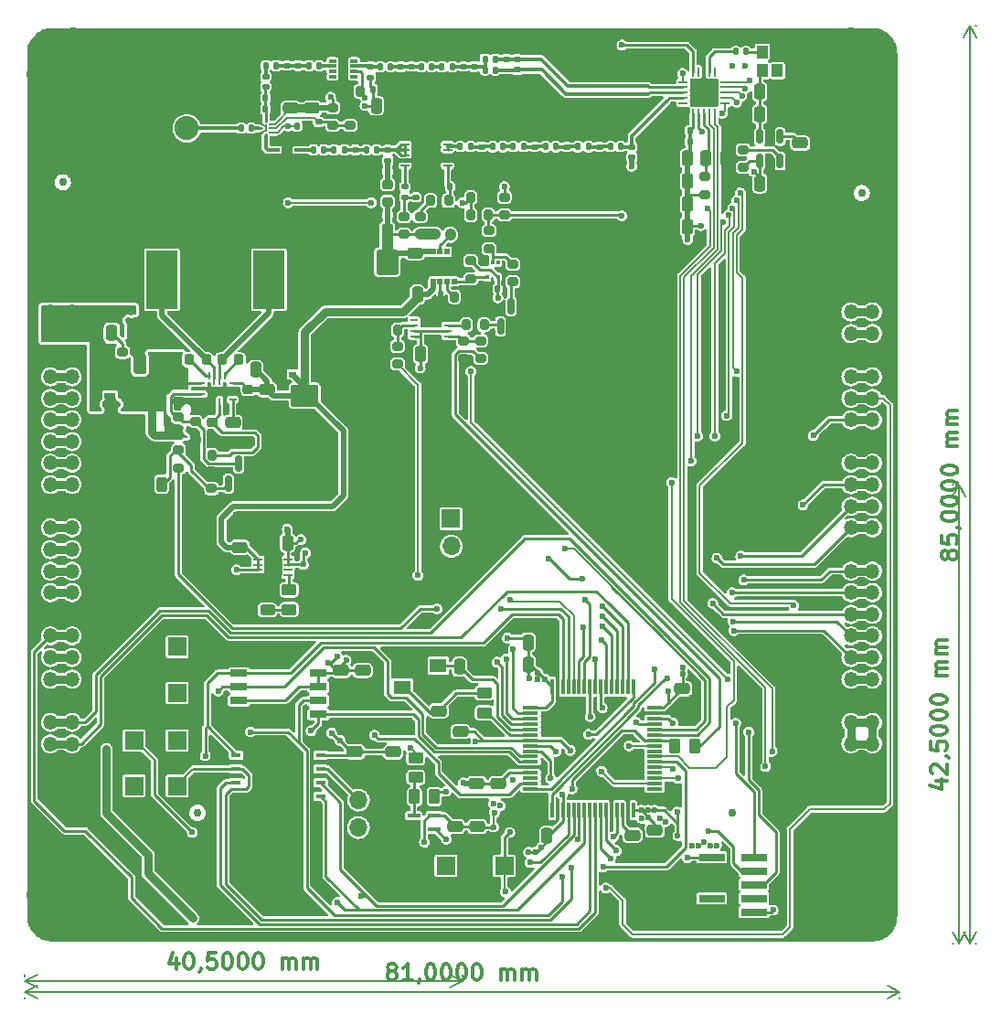
<source format=gtl>
G04 #@! TF.GenerationSoftware,KiCad,Pcbnew,(6.0.5)*
G04 #@! TF.CreationDate,2022-07-17T17:02:57+02:00*
G04 #@! TF.ProjectId,STS1_COBC_V2,53545331-5f43-44f4-9243-5f56322e6b69,rev?*
G04 #@! TF.SameCoordinates,Original*
G04 #@! TF.FileFunction,Copper,L1,Top*
G04 #@! TF.FilePolarity,Positive*
%FSLAX46Y46*%
G04 Gerber Fmt 4.6, Leading zero omitted, Abs format (unit mm)*
G04 Created by KiCad (PCBNEW (6.0.5)) date 2022-07-17 17:02:57*
%MOMM*%
%LPD*%
G01*
G04 APERTURE LIST*
G04 Aperture macros list*
%AMRoundRect*
0 Rectangle with rounded corners*
0 $1 Rounding radius*
0 $2 $3 $4 $5 $6 $7 $8 $9 X,Y pos of 4 corners*
0 Add a 4 corners polygon primitive as box body*
4,1,4,$2,$3,$4,$5,$6,$7,$8,$9,$2,$3,0*
0 Add four circle primitives for the rounded corners*
1,1,$1+$1,$2,$3*
1,1,$1+$1,$4,$5*
1,1,$1+$1,$6,$7*
1,1,$1+$1,$8,$9*
0 Add four rect primitives between the rounded corners*
20,1,$1+$1,$2,$3,$4,$5,0*
20,1,$1+$1,$4,$5,$6,$7,0*
20,1,$1+$1,$6,$7,$8,$9,0*
20,1,$1+$1,$8,$9,$2,$3,0*%
G04 Aperture macros list end*
%ADD10C,0.300000*%
G04 #@! TA.AperFunction,NonConductor*
%ADD11C,0.300000*%
G04 #@! TD*
G04 #@! TA.AperFunction,NonConductor*
%ADD12C,0.200000*%
G04 #@! TD*
G04 #@! TA.AperFunction,SMDPad,CuDef*
%ADD13C,0.750000*%
G04 #@! TD*
G04 #@! TA.AperFunction,ComponentPad*
%ADD14C,0.900000*%
G04 #@! TD*
G04 #@! TA.AperFunction,ComponentPad*
%ADD15C,8.600000*%
G04 #@! TD*
G04 #@! TA.AperFunction,ComponentPad*
%ADD16R,1.350000X1.350000*%
G04 #@! TD*
G04 #@! TA.AperFunction,ComponentPad*
%ADD17O,1.350000X1.350000*%
G04 #@! TD*
G04 #@! TA.AperFunction,SMDPad,CuDef*
%ADD18RoundRect,0.140000X0.140000X0.170000X-0.140000X0.170000X-0.140000X-0.170000X0.140000X-0.170000X0*%
G04 #@! TD*
G04 #@! TA.AperFunction,SMDPad,CuDef*
%ADD19RoundRect,0.250000X0.325000X0.650000X-0.325000X0.650000X-0.325000X-0.650000X0.325000X-0.650000X0*%
G04 #@! TD*
G04 #@! TA.AperFunction,SMDPad,CuDef*
%ADD20RoundRect,0.147500X0.147500X0.172500X-0.147500X0.172500X-0.147500X-0.172500X0.147500X-0.172500X0*%
G04 #@! TD*
G04 #@! TA.AperFunction,SMDPad,CuDef*
%ADD21R,1.600000X1.300000*%
G04 #@! TD*
G04 #@! TA.AperFunction,SMDPad,CuDef*
%ADD22C,0.600000*%
G04 #@! TD*
G04 #@! TA.AperFunction,SMDPad,CuDef*
%ADD23RoundRect,0.250000X0.250000X0.475000X-0.250000X0.475000X-0.250000X-0.475000X0.250000X-0.475000X0*%
G04 #@! TD*
G04 #@! TA.AperFunction,SMDPad,CuDef*
%ADD24RoundRect,0.250000X0.450000X-0.262500X0.450000X0.262500X-0.450000X0.262500X-0.450000X-0.262500X0*%
G04 #@! TD*
G04 #@! TA.AperFunction,SMDPad,CuDef*
%ADD25RoundRect,0.140000X-0.140000X-0.170000X0.140000X-0.170000X0.140000X0.170000X-0.140000X0.170000X0*%
G04 #@! TD*
G04 #@! TA.AperFunction,SMDPad,CuDef*
%ADD26RoundRect,0.225000X-0.250000X0.225000X-0.250000X-0.225000X0.250000X-0.225000X0.250000X0.225000X0*%
G04 #@! TD*
G04 #@! TA.AperFunction,SMDPad,CuDef*
%ADD27RoundRect,0.250000X-0.250000X-0.475000X0.250000X-0.475000X0.250000X0.475000X-0.250000X0.475000X0*%
G04 #@! TD*
G04 #@! TA.AperFunction,SMDPad,CuDef*
%ADD28RoundRect,0.140000X0.170000X-0.140000X0.170000X0.140000X-0.170000X0.140000X-0.170000X-0.140000X0*%
G04 #@! TD*
G04 #@! TA.AperFunction,SMDPad,CuDef*
%ADD29RoundRect,0.150000X0.150000X-0.587500X0.150000X0.587500X-0.150000X0.587500X-0.150000X-0.587500X0*%
G04 #@! TD*
G04 #@! TA.AperFunction,SMDPad,CuDef*
%ADD30RoundRect,0.225000X-0.225000X-0.250000X0.225000X-0.250000X0.225000X0.250000X-0.225000X0.250000X0*%
G04 #@! TD*
G04 #@! TA.AperFunction,SMDPad,CuDef*
%ADD31RoundRect,0.250000X-0.475000X0.250000X-0.475000X-0.250000X0.475000X-0.250000X0.475000X0.250000X0*%
G04 #@! TD*
G04 #@! TA.AperFunction,SMDPad,CuDef*
%ADD32RoundRect,0.200000X0.275000X-0.200000X0.275000X0.200000X-0.275000X0.200000X-0.275000X-0.200000X0*%
G04 #@! TD*
G04 #@! TA.AperFunction,SMDPad,CuDef*
%ADD33C,0.050000*%
G04 #@! TD*
G04 #@! TA.AperFunction,SMDPad,CuDef*
%ADD34R,1.650000X0.650000*%
G04 #@! TD*
G04 #@! TA.AperFunction,SMDPad,CuDef*
%ADD35RoundRect,0.200000X-0.275000X0.200000X-0.275000X-0.200000X0.275000X-0.200000X0.275000X0.200000X0*%
G04 #@! TD*
G04 #@! TA.AperFunction,ComponentPad*
%ADD36R,1.700000X1.700000*%
G04 #@! TD*
G04 #@! TA.AperFunction,SMDPad,CuDef*
%ADD37RoundRect,0.250000X-0.262500X-0.450000X0.262500X-0.450000X0.262500X0.450000X-0.262500X0.450000X0*%
G04 #@! TD*
G04 #@! TA.AperFunction,SMDPad,CuDef*
%ADD38RoundRect,0.140000X-0.170000X0.140000X-0.170000X-0.140000X0.170000X-0.140000X0.170000X0.140000X0*%
G04 #@! TD*
G04 #@! TA.AperFunction,SMDPad,CuDef*
%ADD39R,0.950000X0.450000*%
G04 #@! TD*
G04 #@! TA.AperFunction,SMDPad,CuDef*
%ADD40R,3.450000X4.350000*%
G04 #@! TD*
G04 #@! TA.AperFunction,SMDPad,CuDef*
%ADD41RoundRect,0.062500X0.350000X0.062500X-0.350000X0.062500X-0.350000X-0.062500X0.350000X-0.062500X0*%
G04 #@! TD*
G04 #@! TA.AperFunction,SMDPad,CuDef*
%ADD42RoundRect,0.062500X0.062500X0.350000X-0.062500X0.350000X-0.062500X-0.350000X0.062500X-0.350000X0*%
G04 #@! TD*
G04 #@! TA.AperFunction,ComponentPad*
%ADD43C,0.500000*%
G04 #@! TD*
G04 #@! TA.AperFunction,SMDPad,CuDef*
%ADD44R,2.700000X2.700000*%
G04 #@! TD*
G04 #@! TA.AperFunction,ComponentPad*
%ADD45O,1.700000X1.700000*%
G04 #@! TD*
G04 #@! TA.AperFunction,SMDPad,CuDef*
%ADD46RoundRect,0.147500X-0.172500X0.147500X-0.172500X-0.147500X0.172500X-0.147500X0.172500X0.147500X0*%
G04 #@! TD*
G04 #@! TA.AperFunction,SMDPad,CuDef*
%ADD47RoundRect,0.218750X-0.256250X0.218750X-0.256250X-0.218750X0.256250X-0.218750X0.256250X0.218750X0*%
G04 #@! TD*
G04 #@! TA.AperFunction,SMDPad,CuDef*
%ADD48RoundRect,0.250000X0.787500X0.925000X-0.787500X0.925000X-0.787500X-0.925000X0.787500X-0.925000X0*%
G04 #@! TD*
G04 #@! TA.AperFunction,SMDPad,CuDef*
%ADD49RoundRect,0.200000X-0.200000X-0.275000X0.200000X-0.275000X0.200000X0.275000X-0.200000X0.275000X0*%
G04 #@! TD*
G04 #@! TA.AperFunction,SMDPad,CuDef*
%ADD50RoundRect,0.200000X0.200000X0.275000X-0.200000X0.275000X-0.200000X-0.275000X0.200000X-0.275000X0*%
G04 #@! TD*
G04 #@! TA.AperFunction,SMDPad,CuDef*
%ADD51RoundRect,0.250000X-0.450000X0.262500X-0.450000X-0.262500X0.450000X-0.262500X0.450000X0.262500X0*%
G04 #@! TD*
G04 #@! TA.AperFunction,ComponentPad*
%ADD52C,2.240000*%
G04 #@! TD*
G04 #@! TA.AperFunction,ComponentPad*
%ADD53C,2.740000*%
G04 #@! TD*
G04 #@! TA.AperFunction,SMDPad,CuDef*
%ADD54RoundRect,0.243750X0.243750X0.456250X-0.243750X0.456250X-0.243750X-0.456250X0.243750X-0.456250X0*%
G04 #@! TD*
G04 #@! TA.AperFunction,SMDPad,CuDef*
%ADD55R,1.752600X1.549400*%
G04 #@! TD*
G04 #@! TA.AperFunction,SMDPad,CuDef*
%ADD56R,0.807999X0.254800*%
G04 #@! TD*
G04 #@! TA.AperFunction,SMDPad,CuDef*
%ADD57RoundRect,0.250000X0.475000X-0.250000X0.475000X0.250000X-0.475000X0.250000X-0.475000X-0.250000X0*%
G04 #@! TD*
G04 #@! TA.AperFunction,SMDPad,CuDef*
%ADD58R,0.711200X0.254000*%
G04 #@! TD*
G04 #@! TA.AperFunction,SMDPad,CuDef*
%ADD59R,0.254000X0.711200*%
G04 #@! TD*
G04 #@! TA.AperFunction,SMDPad,CuDef*
%ADD60R,0.254000X1.193800*%
G04 #@! TD*
G04 #@! TA.AperFunction,SMDPad,CuDef*
%ADD61RoundRect,0.243750X-0.456250X0.243750X-0.456250X-0.243750X0.456250X-0.243750X0.456250X0.243750X0*%
G04 #@! TD*
G04 #@! TA.AperFunction,SMDPad,CuDef*
%ADD62RoundRect,0.062500X-0.362500X-0.062500X0.362500X-0.062500X0.362500X0.062500X-0.362500X0.062500X0*%
G04 #@! TD*
G04 #@! TA.AperFunction,SMDPad,CuDef*
%ADD63RoundRect,0.062500X-0.062500X-0.362500X0.062500X-0.362500X0.062500X0.362500X-0.062500X0.362500X0*%
G04 #@! TD*
G04 #@! TA.AperFunction,SMDPad,CuDef*
%ADD64R,2.600000X2.600000*%
G04 #@! TD*
G04 #@! TA.AperFunction,SMDPad,CuDef*
%ADD65R,1.000000X0.625000*%
G04 #@! TD*
G04 #@! TA.AperFunction,SMDPad,CuDef*
%ADD66RoundRect,0.225000X0.225000X0.250000X-0.225000X0.250000X-0.225000X-0.250000X0.225000X-0.250000X0*%
G04 #@! TD*
G04 #@! TA.AperFunction,SMDPad,CuDef*
%ADD67C,0.500000*%
G04 #@! TD*
G04 #@! TA.AperFunction,SMDPad,CuDef*
%ADD68RoundRect,0.147500X-0.147500X-0.172500X0.147500X-0.172500X0.147500X0.172500X-0.147500X0.172500X0*%
G04 #@! TD*
G04 #@! TA.AperFunction,SMDPad,CuDef*
%ADD69R,0.470000X0.560000*%
G04 #@! TD*
G04 #@! TA.AperFunction,SMDPad,CuDef*
%ADD70R,2.520000X1.700000*%
G04 #@! TD*
G04 #@! TA.AperFunction,ComponentPad*
%ADD71C,1.000000*%
G04 #@! TD*
G04 #@! TA.AperFunction,SMDPad,CuDef*
%ADD72R,0.750000X0.250000*%
G04 #@! TD*
G04 #@! TA.AperFunction,SMDPad,CuDef*
%ADD73R,1.000000X1.150000*%
G04 #@! TD*
G04 #@! TA.AperFunction,SMDPad,CuDef*
%ADD74R,1.475000X0.300000*%
G04 #@! TD*
G04 #@! TA.AperFunction,SMDPad,CuDef*
%ADD75R,0.300000X1.475000*%
G04 #@! TD*
G04 #@! TA.AperFunction,SMDPad,CuDef*
%ADD76R,2.900000X5.400000*%
G04 #@! TD*
G04 #@! TA.AperFunction,SMDPad,CuDef*
%ADD77R,0.700000X0.600000*%
G04 #@! TD*
G04 #@! TA.AperFunction,SMDPad,CuDef*
%ADD78RoundRect,0.250000X-1.025000X0.787500X-1.025000X-0.787500X1.025000X-0.787500X1.025000X0.787500X0*%
G04 #@! TD*
G04 #@! TA.AperFunction,SMDPad,CuDef*
%ADD79R,0.350000X1.000000*%
G04 #@! TD*
G04 #@! TA.AperFunction,SMDPad,CuDef*
%ADD80R,1.000000X0.350000*%
G04 #@! TD*
G04 #@! TA.AperFunction,SMDPad,CuDef*
%ADD81RoundRect,0.147500X0.172500X-0.147500X0.172500X0.147500X-0.172500X0.147500X-0.172500X-0.147500X0*%
G04 #@! TD*
G04 #@! TA.AperFunction,SMDPad,CuDef*
%ADD82R,0.300000X0.450000*%
G04 #@! TD*
G04 #@! TA.AperFunction,SMDPad,CuDef*
%ADD83R,3.400000X1.800000*%
G04 #@! TD*
G04 #@! TA.AperFunction,SMDPad,CuDef*
%ADD84RoundRect,0.075000X-0.275000X-0.075000X0.275000X-0.075000X0.275000X0.075000X-0.275000X0.075000X0*%
G04 #@! TD*
G04 #@! TA.AperFunction,HeatsinkPad*
%ADD85C,0.554000*%
G04 #@! TD*
G04 #@! TA.AperFunction,SMDPad,CuDef*
%ADD86R,0.700000X1.600000*%
G04 #@! TD*
G04 #@! TA.AperFunction,SMDPad,CuDef*
%ADD87R,1.200000X0.400000*%
G04 #@! TD*
G04 #@! TA.AperFunction,SMDPad,CuDef*
%ADD88RoundRect,0.020000X-0.080000X-0.080000X0.080000X-0.080000X0.080000X0.080000X-0.080000X0.080000X0*%
G04 #@! TD*
G04 #@! TA.AperFunction,SMDPad,CuDef*
%ADD89RoundRect,0.020000X-0.080000X-0.280000X0.080000X-0.280000X0.080000X0.280000X-0.080000X0.280000X0*%
G04 #@! TD*
G04 #@! TA.AperFunction,SMDPad,CuDef*
%ADD90RoundRect,0.150000X0.150000X-0.512500X0.150000X0.512500X-0.150000X0.512500X-0.150000X-0.512500X0*%
G04 #@! TD*
G04 #@! TA.AperFunction,SMDPad,CuDef*
%ADD91R,2.400000X0.740000*%
G04 #@! TD*
G04 #@! TA.AperFunction,ViaPad*
%ADD92C,0.600000*%
G04 #@! TD*
G04 #@! TA.AperFunction,Conductor*
%ADD93C,0.200000*%
G04 #@! TD*
G04 #@! TA.AperFunction,Conductor*
%ADD94C,0.762000*%
G04 #@! TD*
G04 #@! TA.AperFunction,Conductor*
%ADD95C,0.254000*%
G04 #@! TD*
G04 #@! TA.AperFunction,Conductor*
%ADD96C,0.508000*%
G04 #@! TD*
G04 #@! TA.AperFunction,Conductor*
%ADD97C,0.203200*%
G04 #@! TD*
G04 #@! TA.AperFunction,Conductor*
%ADD98C,0.349400*%
G04 #@! TD*
G04 #@! TA.AperFunction,Conductor*
%ADD99C,0.128000*%
G04 #@! TD*
G04 #@! TA.AperFunction,Conductor*
%ADD100C,1.016000*%
G04 #@! TD*
G04 APERTURE END LIST*
D10*
D11*
X201653968Y-90942857D02*
X201582540Y-91085714D01*
X201511111Y-91157142D01*
X201368254Y-91228571D01*
X201296825Y-91228571D01*
X201153968Y-91157142D01*
X201082540Y-91085714D01*
X201011111Y-90942857D01*
X201011111Y-90657142D01*
X201082540Y-90514285D01*
X201153968Y-90442857D01*
X201296825Y-90371428D01*
X201368254Y-90371428D01*
X201511111Y-90442857D01*
X201582540Y-90514285D01*
X201653968Y-90657142D01*
X201653968Y-90942857D01*
X201725397Y-91085714D01*
X201796825Y-91157142D01*
X201939682Y-91228571D01*
X202225397Y-91228571D01*
X202368254Y-91157142D01*
X202439682Y-91085714D01*
X202511111Y-90942857D01*
X202511111Y-90657142D01*
X202439682Y-90514285D01*
X202368254Y-90442857D01*
X202225397Y-90371428D01*
X201939682Y-90371428D01*
X201796825Y-90442857D01*
X201725397Y-90514285D01*
X201653968Y-90657142D01*
X201011111Y-89014285D02*
X201011111Y-89728571D01*
X201725397Y-89800000D01*
X201653968Y-89728571D01*
X201582540Y-89585714D01*
X201582540Y-89228571D01*
X201653968Y-89085714D01*
X201725397Y-89014285D01*
X201868254Y-88942857D01*
X202225397Y-88942857D01*
X202368254Y-89014285D01*
X202439682Y-89085714D01*
X202511111Y-89228571D01*
X202511111Y-89585714D01*
X202439682Y-89728571D01*
X202368254Y-89800000D01*
X202439682Y-88228571D02*
X202511111Y-88228571D01*
X202653968Y-88300000D01*
X202725397Y-88371428D01*
X201011111Y-87300000D02*
X201011111Y-87157142D01*
X201082540Y-87014285D01*
X201153968Y-86942857D01*
X201296825Y-86871428D01*
X201582540Y-86800000D01*
X201939682Y-86800000D01*
X202225397Y-86871428D01*
X202368254Y-86942857D01*
X202439682Y-87014285D01*
X202511111Y-87157142D01*
X202511111Y-87300000D01*
X202439682Y-87442857D01*
X202368254Y-87514285D01*
X202225397Y-87585714D01*
X201939682Y-87657142D01*
X201582540Y-87657142D01*
X201296825Y-87585714D01*
X201153968Y-87514285D01*
X201082540Y-87442857D01*
X201011111Y-87300000D01*
X201011111Y-85871428D02*
X201011111Y-85728571D01*
X201082540Y-85585714D01*
X201153968Y-85514285D01*
X201296825Y-85442857D01*
X201582540Y-85371428D01*
X201939682Y-85371428D01*
X202225397Y-85442857D01*
X202368254Y-85514285D01*
X202439682Y-85585714D01*
X202511111Y-85728571D01*
X202511111Y-85871428D01*
X202439682Y-86014285D01*
X202368254Y-86085714D01*
X202225397Y-86157142D01*
X201939682Y-86228571D01*
X201582540Y-86228571D01*
X201296825Y-86157142D01*
X201153968Y-86085714D01*
X201082540Y-86014285D01*
X201011111Y-85871428D01*
X201011111Y-84442857D02*
X201011111Y-84300000D01*
X201082540Y-84157142D01*
X201153968Y-84085714D01*
X201296825Y-84014285D01*
X201582540Y-83942857D01*
X201939682Y-83942857D01*
X202225397Y-84014285D01*
X202368254Y-84085714D01*
X202439682Y-84157142D01*
X202511111Y-84300000D01*
X202511111Y-84442857D01*
X202439682Y-84585714D01*
X202368254Y-84657142D01*
X202225397Y-84728571D01*
X201939682Y-84800000D01*
X201582540Y-84800000D01*
X201296825Y-84728571D01*
X201153968Y-84657142D01*
X201082540Y-84585714D01*
X201011111Y-84442857D01*
X201011111Y-83014285D02*
X201011111Y-82871428D01*
X201082540Y-82728571D01*
X201153968Y-82657142D01*
X201296825Y-82585714D01*
X201582540Y-82514285D01*
X201939682Y-82514285D01*
X202225397Y-82585714D01*
X202368254Y-82657142D01*
X202439682Y-82728571D01*
X202511111Y-82871428D01*
X202511111Y-83014285D01*
X202439682Y-83157142D01*
X202368254Y-83228571D01*
X202225397Y-83300000D01*
X201939682Y-83371428D01*
X201582540Y-83371428D01*
X201296825Y-83300000D01*
X201153968Y-83228571D01*
X201082540Y-83157142D01*
X201011111Y-83014285D01*
X202511111Y-80728571D02*
X201511111Y-80728571D01*
X201653968Y-80728571D02*
X201582540Y-80657142D01*
X201511111Y-80514285D01*
X201511111Y-80300000D01*
X201582540Y-80157142D01*
X201725397Y-80085714D01*
X202511111Y-80085714D01*
X201725397Y-80085714D02*
X201582540Y-80014285D01*
X201511111Y-79871428D01*
X201511111Y-79657142D01*
X201582540Y-79514285D01*
X201725397Y-79442857D01*
X202511111Y-79442857D01*
X202511111Y-78728571D02*
X201511111Y-78728571D01*
X201653968Y-78728571D02*
X201582540Y-78657142D01*
X201511111Y-78514285D01*
X201511111Y-78300000D01*
X201582540Y-78157142D01*
X201725397Y-78085714D01*
X202511111Y-78085714D01*
X201725397Y-78085714D02*
X201582540Y-78014285D01*
X201511111Y-77871428D01*
X201511111Y-77657142D01*
X201582540Y-77514285D01*
X201725397Y-77442857D01*
X202511111Y-77442857D01*
D12*
X204132540Y-41800000D02*
X204218960Y-41800000D01*
X204132540Y-126800000D02*
X204218960Y-126800000D01*
X203632540Y-41800000D02*
X203632540Y-126800000D01*
X203632540Y-41800000D02*
X203632540Y-126800000D01*
X203632540Y-41800000D02*
X203046119Y-42926504D01*
X203632540Y-41800000D02*
X204218961Y-42926504D01*
X203632540Y-126800000D02*
X204218961Y-125673496D01*
X203632540Y-126800000D02*
X203046119Y-125673496D01*
D10*
D11*
X130168254Y-128178571D02*
X130168254Y-129178571D01*
X129811111Y-127607142D02*
X129453968Y-128678571D01*
X130382540Y-128678571D01*
X131239682Y-127678571D02*
X131382540Y-127678571D01*
X131525397Y-127750000D01*
X131596825Y-127821428D01*
X131668254Y-127964285D01*
X131739682Y-128250000D01*
X131739682Y-128607142D01*
X131668254Y-128892857D01*
X131596825Y-129035714D01*
X131525397Y-129107142D01*
X131382540Y-129178571D01*
X131239682Y-129178571D01*
X131096825Y-129107142D01*
X131025397Y-129035714D01*
X130953968Y-128892857D01*
X130882540Y-128607142D01*
X130882540Y-128250000D01*
X130953968Y-127964285D01*
X131025397Y-127821428D01*
X131096825Y-127750000D01*
X131239682Y-127678571D01*
X132453968Y-129107142D02*
X132453968Y-129178571D01*
X132382540Y-129321428D01*
X132311111Y-129392857D01*
X133811111Y-127678571D02*
X133096825Y-127678571D01*
X133025397Y-128392857D01*
X133096825Y-128321428D01*
X133239682Y-128250000D01*
X133596825Y-128250000D01*
X133739682Y-128321428D01*
X133811111Y-128392857D01*
X133882540Y-128535714D01*
X133882540Y-128892857D01*
X133811111Y-129035714D01*
X133739682Y-129107142D01*
X133596825Y-129178571D01*
X133239682Y-129178571D01*
X133096825Y-129107142D01*
X133025397Y-129035714D01*
X134811111Y-127678571D02*
X134953968Y-127678571D01*
X135096825Y-127750000D01*
X135168254Y-127821428D01*
X135239682Y-127964285D01*
X135311111Y-128250000D01*
X135311111Y-128607142D01*
X135239682Y-128892857D01*
X135168254Y-129035714D01*
X135096825Y-129107142D01*
X134953968Y-129178571D01*
X134811111Y-129178571D01*
X134668254Y-129107142D01*
X134596825Y-129035714D01*
X134525397Y-128892857D01*
X134453968Y-128607142D01*
X134453968Y-128250000D01*
X134525397Y-127964285D01*
X134596825Y-127821428D01*
X134668254Y-127750000D01*
X134811111Y-127678571D01*
X136239682Y-127678571D02*
X136382540Y-127678571D01*
X136525397Y-127750000D01*
X136596825Y-127821428D01*
X136668254Y-127964285D01*
X136739682Y-128250000D01*
X136739682Y-128607142D01*
X136668254Y-128892857D01*
X136596825Y-129035714D01*
X136525397Y-129107142D01*
X136382540Y-129178571D01*
X136239682Y-129178571D01*
X136096825Y-129107142D01*
X136025397Y-129035714D01*
X135953968Y-128892857D01*
X135882540Y-128607142D01*
X135882540Y-128250000D01*
X135953968Y-127964285D01*
X136025397Y-127821428D01*
X136096825Y-127750000D01*
X136239682Y-127678571D01*
X137668254Y-127678571D02*
X137811111Y-127678571D01*
X137953968Y-127750000D01*
X138025397Y-127821428D01*
X138096825Y-127964285D01*
X138168254Y-128250000D01*
X138168254Y-128607142D01*
X138096825Y-128892857D01*
X138025397Y-129035714D01*
X137953968Y-129107142D01*
X137811111Y-129178571D01*
X137668254Y-129178571D01*
X137525397Y-129107142D01*
X137453968Y-129035714D01*
X137382540Y-128892857D01*
X137311111Y-128607142D01*
X137311111Y-128250000D01*
X137382540Y-127964285D01*
X137453968Y-127821428D01*
X137525397Y-127750000D01*
X137668254Y-127678571D01*
X139953968Y-129178571D02*
X139953968Y-128178571D01*
X139953968Y-128321428D02*
X140025397Y-128250000D01*
X140168254Y-128178571D01*
X140382540Y-128178571D01*
X140525397Y-128250000D01*
X140596825Y-128392857D01*
X140596825Y-129178571D01*
X140596825Y-128392857D02*
X140668254Y-128250000D01*
X140811111Y-128178571D01*
X141025397Y-128178571D01*
X141168254Y-128250000D01*
X141239682Y-128392857D01*
X141239682Y-129178571D01*
X141953968Y-129178571D02*
X141953968Y-128178571D01*
X141953968Y-128321428D02*
X142025397Y-128250000D01*
X142168254Y-128178571D01*
X142382540Y-128178571D01*
X142525397Y-128250000D01*
X142596825Y-128392857D01*
X142596825Y-129178571D01*
X142596825Y-128392857D02*
X142668254Y-128250000D01*
X142811111Y-128178571D01*
X143025397Y-128178571D01*
X143168254Y-128250000D01*
X143239682Y-128392857D01*
X143239682Y-129178571D01*
D12*
X116132540Y-129800000D02*
X116132540Y-129713580D01*
X156632540Y-129800000D02*
X156632540Y-129713580D01*
X116132540Y-130300000D02*
X156632540Y-130300000D01*
X116132540Y-130300000D02*
X156632540Y-130300000D01*
X116132540Y-130300000D02*
X117259044Y-130886421D01*
X116132540Y-130300000D02*
X117259044Y-129713579D01*
X156632540Y-130300000D02*
X155506036Y-129713579D01*
X156632540Y-130300000D02*
X155506036Y-130886421D01*
D10*
D11*
X149989682Y-129321428D02*
X149846825Y-129250000D01*
X149775397Y-129178571D01*
X149703968Y-129035714D01*
X149703968Y-128964285D01*
X149775397Y-128821428D01*
X149846825Y-128750000D01*
X149989682Y-128678571D01*
X150275397Y-128678571D01*
X150418254Y-128750000D01*
X150489682Y-128821428D01*
X150561111Y-128964285D01*
X150561111Y-129035714D01*
X150489682Y-129178571D01*
X150418254Y-129250000D01*
X150275397Y-129321428D01*
X149989682Y-129321428D01*
X149846825Y-129392857D01*
X149775397Y-129464285D01*
X149703968Y-129607142D01*
X149703968Y-129892857D01*
X149775397Y-130035714D01*
X149846825Y-130107142D01*
X149989682Y-130178571D01*
X150275397Y-130178571D01*
X150418254Y-130107142D01*
X150489682Y-130035714D01*
X150561111Y-129892857D01*
X150561111Y-129607142D01*
X150489682Y-129464285D01*
X150418254Y-129392857D01*
X150275397Y-129321428D01*
X151989682Y-130178571D02*
X151132540Y-130178571D01*
X151561111Y-130178571D02*
X151561111Y-128678571D01*
X151418254Y-128892857D01*
X151275397Y-129035714D01*
X151132540Y-129107142D01*
X152703968Y-130107142D02*
X152703968Y-130178571D01*
X152632540Y-130321428D01*
X152561111Y-130392857D01*
X153632540Y-128678571D02*
X153775397Y-128678571D01*
X153918254Y-128750000D01*
X153989682Y-128821428D01*
X154061111Y-128964285D01*
X154132540Y-129250000D01*
X154132540Y-129607142D01*
X154061111Y-129892857D01*
X153989682Y-130035714D01*
X153918254Y-130107142D01*
X153775397Y-130178571D01*
X153632540Y-130178571D01*
X153489682Y-130107142D01*
X153418254Y-130035714D01*
X153346825Y-129892857D01*
X153275397Y-129607142D01*
X153275397Y-129250000D01*
X153346825Y-128964285D01*
X153418254Y-128821428D01*
X153489682Y-128750000D01*
X153632540Y-128678571D01*
X155061111Y-128678571D02*
X155203968Y-128678571D01*
X155346825Y-128750000D01*
X155418254Y-128821428D01*
X155489682Y-128964285D01*
X155561111Y-129250000D01*
X155561111Y-129607142D01*
X155489682Y-129892857D01*
X155418254Y-130035714D01*
X155346825Y-130107142D01*
X155203968Y-130178571D01*
X155061111Y-130178571D01*
X154918254Y-130107142D01*
X154846825Y-130035714D01*
X154775397Y-129892857D01*
X154703968Y-129607142D01*
X154703968Y-129250000D01*
X154775397Y-128964285D01*
X154846825Y-128821428D01*
X154918254Y-128750000D01*
X155061111Y-128678571D01*
X156489682Y-128678571D02*
X156632540Y-128678571D01*
X156775397Y-128750000D01*
X156846825Y-128821428D01*
X156918254Y-128964285D01*
X156989682Y-129250000D01*
X156989682Y-129607142D01*
X156918254Y-129892857D01*
X156846825Y-130035714D01*
X156775397Y-130107142D01*
X156632540Y-130178571D01*
X156489682Y-130178571D01*
X156346825Y-130107142D01*
X156275397Y-130035714D01*
X156203968Y-129892857D01*
X156132540Y-129607142D01*
X156132540Y-129250000D01*
X156203968Y-128964285D01*
X156275397Y-128821428D01*
X156346825Y-128750000D01*
X156489682Y-128678571D01*
X157918254Y-128678571D02*
X158061111Y-128678571D01*
X158203968Y-128750000D01*
X158275397Y-128821428D01*
X158346825Y-128964285D01*
X158418254Y-129250000D01*
X158418254Y-129607142D01*
X158346825Y-129892857D01*
X158275397Y-130035714D01*
X158203968Y-130107142D01*
X158061111Y-130178571D01*
X157918254Y-130178571D01*
X157775397Y-130107142D01*
X157703968Y-130035714D01*
X157632540Y-129892857D01*
X157561111Y-129607142D01*
X157561111Y-129250000D01*
X157632540Y-128964285D01*
X157703968Y-128821428D01*
X157775397Y-128750000D01*
X157918254Y-128678571D01*
X160203968Y-130178571D02*
X160203968Y-129178571D01*
X160203968Y-129321428D02*
X160275397Y-129250000D01*
X160418254Y-129178571D01*
X160632540Y-129178571D01*
X160775397Y-129250000D01*
X160846825Y-129392857D01*
X160846825Y-130178571D01*
X160846825Y-129392857D02*
X160918254Y-129250000D01*
X161061111Y-129178571D01*
X161275397Y-129178571D01*
X161418254Y-129250000D01*
X161489682Y-129392857D01*
X161489682Y-130178571D01*
X162203968Y-130178571D02*
X162203968Y-129178571D01*
X162203968Y-129321428D02*
X162275397Y-129250000D01*
X162418254Y-129178571D01*
X162632540Y-129178571D01*
X162775397Y-129250000D01*
X162846825Y-129392857D01*
X162846825Y-130178571D01*
X162846825Y-129392857D02*
X162918254Y-129250000D01*
X163061111Y-129178571D01*
X163275397Y-129178571D01*
X163418254Y-129250000D01*
X163489682Y-129392857D01*
X163489682Y-130178571D01*
D12*
X197132540Y-131800000D02*
X197132540Y-131886420D01*
X116132540Y-131800000D02*
X116132540Y-131886420D01*
X197132540Y-131300000D02*
X116132540Y-131300000D01*
X197132540Y-131300000D02*
X116132540Y-131300000D01*
X197132540Y-131300000D02*
X196006036Y-130713579D01*
X197132540Y-131300000D02*
X196006036Y-131886421D01*
X116132540Y-131300000D02*
X117259044Y-131886421D01*
X116132540Y-131300000D02*
X117259044Y-130713579D01*
D10*
D11*
X200511111Y-111764285D02*
X201511111Y-111764285D01*
X199939682Y-112121428D02*
X201011111Y-112478571D01*
X201011111Y-111550000D01*
X200153968Y-111050000D02*
X200082540Y-110978571D01*
X200011111Y-110835714D01*
X200011111Y-110478571D01*
X200082540Y-110335714D01*
X200153968Y-110264285D01*
X200296825Y-110192857D01*
X200439682Y-110192857D01*
X200653968Y-110264285D01*
X201511111Y-111121428D01*
X201511111Y-110192857D01*
X201439682Y-109478571D02*
X201511111Y-109478571D01*
X201653968Y-109550000D01*
X201725397Y-109621428D01*
X200011111Y-108121428D02*
X200011111Y-108835714D01*
X200725397Y-108907142D01*
X200653968Y-108835714D01*
X200582540Y-108692857D01*
X200582540Y-108335714D01*
X200653968Y-108192857D01*
X200725397Y-108121428D01*
X200868254Y-108050000D01*
X201225397Y-108050000D01*
X201368254Y-108121428D01*
X201439682Y-108192857D01*
X201511111Y-108335714D01*
X201511111Y-108692857D01*
X201439682Y-108835714D01*
X201368254Y-108907142D01*
X200011111Y-107121428D02*
X200011111Y-106978571D01*
X200082540Y-106835714D01*
X200153968Y-106764285D01*
X200296825Y-106692857D01*
X200582540Y-106621428D01*
X200939682Y-106621428D01*
X201225397Y-106692857D01*
X201368254Y-106764285D01*
X201439682Y-106835714D01*
X201511111Y-106978571D01*
X201511111Y-107121428D01*
X201439682Y-107264285D01*
X201368254Y-107335714D01*
X201225397Y-107407142D01*
X200939682Y-107478571D01*
X200582540Y-107478571D01*
X200296825Y-107407142D01*
X200153968Y-107335714D01*
X200082540Y-107264285D01*
X200011111Y-107121428D01*
X200011111Y-105692857D02*
X200011111Y-105550000D01*
X200082540Y-105407142D01*
X200153968Y-105335714D01*
X200296825Y-105264285D01*
X200582540Y-105192857D01*
X200939682Y-105192857D01*
X201225397Y-105264285D01*
X201368254Y-105335714D01*
X201439682Y-105407142D01*
X201511111Y-105550000D01*
X201511111Y-105692857D01*
X201439682Y-105835714D01*
X201368254Y-105907142D01*
X201225397Y-105978571D01*
X200939682Y-106050000D01*
X200582540Y-106050000D01*
X200296825Y-105978571D01*
X200153968Y-105907142D01*
X200082540Y-105835714D01*
X200011111Y-105692857D01*
X200011111Y-104264285D02*
X200011111Y-104121428D01*
X200082540Y-103978571D01*
X200153968Y-103907142D01*
X200296825Y-103835714D01*
X200582540Y-103764285D01*
X200939682Y-103764285D01*
X201225397Y-103835714D01*
X201368254Y-103907142D01*
X201439682Y-103978571D01*
X201511111Y-104121428D01*
X201511111Y-104264285D01*
X201439682Y-104407142D01*
X201368254Y-104478571D01*
X201225397Y-104550000D01*
X200939682Y-104621428D01*
X200582540Y-104621428D01*
X200296825Y-104550000D01*
X200153968Y-104478571D01*
X200082540Y-104407142D01*
X200011111Y-104264285D01*
X201511111Y-101978571D02*
X200511111Y-101978571D01*
X200653968Y-101978571D02*
X200582540Y-101907142D01*
X200511111Y-101764285D01*
X200511111Y-101550000D01*
X200582540Y-101407142D01*
X200725397Y-101335714D01*
X201511111Y-101335714D01*
X200725397Y-101335714D02*
X200582540Y-101264285D01*
X200511111Y-101121428D01*
X200511111Y-100907142D01*
X200582540Y-100764285D01*
X200725397Y-100692857D01*
X201511111Y-100692857D01*
X201511111Y-99978571D02*
X200511111Y-99978571D01*
X200653968Y-99978571D02*
X200582540Y-99907142D01*
X200511111Y-99764285D01*
X200511111Y-99550000D01*
X200582540Y-99407142D01*
X200725397Y-99335714D01*
X201511111Y-99335714D01*
X200725397Y-99335714D02*
X200582540Y-99264285D01*
X200511111Y-99121428D01*
X200511111Y-98907142D01*
X200582540Y-98764285D01*
X200725397Y-98692857D01*
X201511111Y-98692857D01*
D12*
X202132540Y-126800000D02*
X202046120Y-126800000D01*
X202132540Y-84300000D02*
X202046120Y-84300000D01*
X202632540Y-126800000D02*
X202632540Y-84300000D01*
X202632540Y-126800000D02*
X202632540Y-84300000D01*
X202632540Y-126800000D02*
X203218961Y-125673496D01*
X202632540Y-126800000D02*
X202046119Y-125673496D01*
X202632540Y-84300000D02*
X202046119Y-85426504D01*
X202632540Y-84300000D02*
X203218961Y-85426504D01*
G36*
X154882540Y-67500000D02*
G01*
X154382540Y-67500000D01*
X154382540Y-66500000D01*
X154882540Y-66500000D01*
X154882540Y-67500000D01*
G37*
D13*
X193632540Y-57300000D03*
X119632540Y-56300000D03*
X132122000Y-114690000D03*
D14*
X194912959Y-44019581D03*
X190352121Y-44019581D03*
X192632540Y-49525000D03*
X189407540Y-46300000D03*
D15*
X192632540Y-46300000D03*
D14*
X195857540Y-46300000D03*
X190352121Y-48580419D03*
X194912959Y-48580419D03*
X192632540Y-43075000D03*
X118352121Y-124580419D03*
X122912959Y-120019581D03*
X122912959Y-124580419D03*
X118352121Y-120019581D03*
X120632540Y-119075000D03*
D15*
X120632540Y-122300000D03*
D14*
X117407540Y-122300000D03*
X123857540Y-122300000D03*
X120632540Y-125525000D03*
X190352121Y-124580419D03*
X192632540Y-119075000D03*
D15*
X192632540Y-122300000D03*
D14*
X190352121Y-120019581D03*
X192632540Y-125525000D03*
X189407540Y-122300000D03*
X195857540Y-122300000D03*
X194912959Y-124580419D03*
X194912959Y-120019581D03*
D13*
X181652000Y-114690000D03*
D16*
X194632540Y-64300000D03*
D17*
X192632540Y-64300000D03*
X194632540Y-66300000D03*
X192632540Y-66300000D03*
X194632540Y-68300000D03*
X192632540Y-68300000D03*
X194632540Y-70300000D03*
X192632540Y-70300000D03*
X194632540Y-72300000D03*
X192632540Y-72300000D03*
X194632540Y-74300000D03*
X192632540Y-74300000D03*
X194632540Y-76300000D03*
X192632540Y-76300000D03*
X194632540Y-78300000D03*
X192632540Y-78300000D03*
X194632540Y-80300000D03*
X192632540Y-80300000D03*
X194632540Y-82300000D03*
X192632540Y-82300000D03*
X194632540Y-84300000D03*
X192632540Y-84300000D03*
X194632540Y-86300000D03*
X192632540Y-86300000D03*
X194632540Y-88300000D03*
X192632540Y-88300000D03*
X194632540Y-90300000D03*
X192632540Y-90300000D03*
X194632540Y-92300000D03*
X192632540Y-92300000D03*
X194632540Y-94300000D03*
X192632540Y-94300000D03*
X194632540Y-96300000D03*
X192632540Y-96300000D03*
X194632540Y-98300000D03*
X192632540Y-98300000D03*
X194632540Y-100300000D03*
X192632540Y-100300000D03*
X194632540Y-102300000D03*
X192632540Y-102300000D03*
X194632540Y-104300000D03*
X192632540Y-104300000D03*
X194632540Y-106300000D03*
X192632540Y-106300000D03*
X194632540Y-108300000D03*
X192632540Y-108300000D03*
X194632540Y-110300000D03*
X192632540Y-110300000D03*
X194632540Y-112300000D03*
X192632540Y-112300000D03*
D14*
X120632540Y-43075000D03*
X122912959Y-44019581D03*
X120632540Y-49525000D03*
X117407540Y-46300000D03*
X122912959Y-48580419D03*
X123857540Y-46300000D03*
X118352121Y-44019581D03*
X118352121Y-48580419D03*
D15*
X120632540Y-46300000D03*
D16*
X120500000Y-64300000D03*
D17*
X118500000Y-64300000D03*
X120500000Y-66300000D03*
X118500000Y-66300000D03*
X120500000Y-68300000D03*
X118500000Y-68300000D03*
X120500000Y-70300000D03*
X118500000Y-70300000D03*
X120500000Y-72300000D03*
X118500000Y-72300000D03*
X120500000Y-74300000D03*
X118500000Y-74300000D03*
X120500000Y-76300000D03*
X118500000Y-76300000D03*
X120500000Y-78300000D03*
X118500000Y-78300000D03*
X120500000Y-80300000D03*
X118500000Y-80300000D03*
X120500000Y-82300000D03*
X118500000Y-82300000D03*
X120500000Y-84300000D03*
X118500000Y-84300000D03*
X120500000Y-86300000D03*
X118500000Y-86300000D03*
X120500000Y-88300000D03*
X118500000Y-88300000D03*
X120500000Y-90300000D03*
X118500000Y-90300000D03*
X120500000Y-92300000D03*
X118500000Y-92300000D03*
X120500000Y-94300000D03*
X118500000Y-94300000D03*
X120500000Y-96300000D03*
X118500000Y-96300000D03*
X120500000Y-98300000D03*
X118500000Y-98300000D03*
X120500000Y-100300000D03*
X118500000Y-100300000D03*
X120500000Y-102300000D03*
X118500000Y-102300000D03*
X120500000Y-104300000D03*
X118500000Y-104300000D03*
X120500000Y-106300000D03*
X118500000Y-106300000D03*
X120500000Y-108300000D03*
X118500000Y-108300000D03*
X120500000Y-110300000D03*
X118500000Y-110300000D03*
X120500000Y-112300000D03*
X118500000Y-112300000D03*
D18*
X150012540Y-45600000D03*
X149052540Y-45600000D03*
D19*
X129737540Y-73140000D03*
X126787540Y-73140000D03*
D20*
X145717540Y-53300000D03*
X144747540Y-53300000D03*
D21*
X154412540Y-101080000D03*
X151112540Y-101080000D03*
X151112540Y-103080000D03*
X154412540Y-103080000D03*
D22*
X144532540Y-107300000D03*
D23*
X149682540Y-60800000D03*
X147782540Y-60800000D03*
D24*
X152332540Y-111412500D03*
X152332540Y-109587500D03*
D25*
X141352540Y-51100000D03*
X142312540Y-51100000D03*
D26*
X136802540Y-75465000D03*
X136802540Y-77015000D03*
D27*
X179182540Y-54100000D03*
X181082540Y-54100000D03*
D28*
X160732540Y-44880000D03*
X160732540Y-43920000D03*
D29*
X134982540Y-84217500D03*
X136882540Y-84217500D03*
X135932540Y-82342500D03*
D30*
X134397540Y-72730000D03*
X135947540Y-72730000D03*
D31*
X172402540Y-116780000D03*
X172402540Y-118680000D03*
D32*
X125182540Y-73645000D03*
X125182540Y-71995000D03*
D22*
X162932540Y-119300000D03*
D23*
X164632540Y-98900000D03*
X162732540Y-98900000D03*
D33*
X155532540Y-61100000D03*
D28*
X140432540Y-45480000D03*
X140432540Y-44520000D03*
D34*
X135957540Y-101760000D03*
X135957540Y-103030000D03*
X135957540Y-104300000D03*
X135957540Y-105570000D03*
X143307540Y-105570000D03*
X143307540Y-104300000D03*
X143307540Y-103030000D03*
X143307540Y-101760000D03*
D23*
X177482540Y-56200000D03*
X175582540Y-56200000D03*
D20*
X165317540Y-53000000D03*
X164347540Y-53000000D03*
D35*
X160532540Y-57675000D03*
X160532540Y-59325000D03*
D25*
X148752540Y-55300000D03*
X149712540Y-55300000D03*
D31*
X135372540Y-78540000D03*
X135372540Y-80440000D03*
D36*
X160532540Y-119600000D03*
D37*
X152220040Y-113200000D03*
X154045040Y-113200000D03*
D38*
X138432540Y-46520000D03*
X138432540Y-47480000D03*
D32*
X161332540Y-65525000D03*
X161332540Y-63875000D03*
D36*
X155132540Y-119600000D03*
D22*
X170632540Y-116900000D03*
D18*
X143812540Y-53300000D03*
X142852540Y-53300000D03*
X162312540Y-53000000D03*
X161352540Y-53000000D03*
D28*
X156732540Y-45580000D03*
X156732540Y-44620000D03*
D31*
X174462540Y-116300000D03*
X174462540Y-118200000D03*
D39*
X135707540Y-109345000D03*
X135707540Y-110615000D03*
X135707540Y-111885000D03*
X135707540Y-113155000D03*
X143507540Y-113155000D03*
X143507540Y-111885000D03*
X143507540Y-110615000D03*
X143507540Y-109345000D03*
D40*
X139607540Y-111250000D03*
D38*
X163332540Y-53020000D03*
X163332540Y-53980000D03*
D27*
X137502540Y-73660000D03*
X139402540Y-73660000D03*
D20*
X160417540Y-53000000D03*
X159447540Y-53000000D03*
D23*
X177482540Y-54100000D03*
X175582540Y-54100000D03*
D41*
X155270040Y-54775000D03*
X155270040Y-54275000D03*
X155270040Y-53775000D03*
X155270040Y-53275000D03*
X155270040Y-52775000D03*
X155270040Y-52275000D03*
D42*
X154557540Y-51562500D03*
X154057540Y-51562500D03*
X153557540Y-51562500D03*
X153057540Y-51562500D03*
X152557540Y-51562500D03*
X152057540Y-51562500D03*
D41*
X151345040Y-52275000D03*
X151345040Y-52775000D03*
X151345040Y-53275000D03*
X151345040Y-53775000D03*
X151345040Y-54275000D03*
X151345040Y-54775000D03*
D42*
X152057540Y-55487500D03*
X152557540Y-55487500D03*
X153057540Y-55487500D03*
X153557540Y-55487500D03*
X154057540Y-55487500D03*
X154557540Y-55487500D03*
D43*
X152207540Y-53525000D03*
X153307540Y-54625000D03*
X153307540Y-52425000D03*
X152207540Y-52425000D03*
D44*
X153307540Y-53525000D03*
D43*
X154407540Y-52425000D03*
X152207540Y-54625000D03*
X153307540Y-53525000D03*
X154407540Y-54625000D03*
X154407540Y-53525000D03*
D18*
X137112540Y-51300000D03*
X136152540Y-51300000D03*
D22*
X160832540Y-98500000D03*
D18*
X159712540Y-45900000D03*
X158752540Y-45900000D03*
D20*
X139417540Y-45500000D03*
X138447540Y-45500000D03*
D36*
X155592540Y-87460000D03*
D45*
X155632540Y-90000000D03*
X158172540Y-90000000D03*
D46*
X161732540Y-44915000D03*
X161732540Y-45885000D03*
D47*
X149732540Y-56512500D03*
X149732540Y-58087500D03*
D22*
X178832540Y-51600000D03*
D25*
X158952540Y-66200000D03*
X159912540Y-66200000D03*
D35*
X156732540Y-70975000D03*
X156732540Y-72625000D03*
D23*
X177482540Y-60400000D03*
X175582540Y-60400000D03*
D35*
X159132540Y-60775000D03*
X159132540Y-62425000D03*
D31*
X156472540Y-105270000D03*
X156472540Y-107170000D03*
D28*
X152332540Y-57680000D03*
X152332540Y-56720000D03*
D36*
X149562540Y-113465000D03*
D45*
X147022540Y-113505000D03*
X147022540Y-116045000D03*
D48*
X149695040Y-63700000D03*
X144770040Y-63700000D03*
D49*
X155907540Y-66900000D03*
X157557540Y-66900000D03*
D50*
X150657540Y-70000000D03*
X149007540Y-70000000D03*
X159057540Y-59300000D03*
X157407540Y-59300000D03*
D18*
X177712540Y-51500000D03*
X176752540Y-51500000D03*
D51*
X140612540Y-94035000D03*
X140612540Y-95860000D03*
D18*
X138412540Y-48500000D03*
X137452540Y-48500000D03*
D52*
X131132540Y-51300000D03*
D53*
X128592540Y-48760000D03*
X133672540Y-53840000D03*
X133672540Y-48760000D03*
X128592540Y-53840000D03*
D54*
X128810040Y-84250000D03*
X126935040Y-84250000D03*
D55*
X139122540Y-91951908D03*
D56*
X140517140Y-91201907D03*
X140517140Y-91701908D03*
X140517140Y-92201908D03*
X140517140Y-92701909D03*
X137727940Y-92701909D03*
X137727940Y-92201908D03*
X137727940Y-91701908D03*
X137727940Y-91201907D03*
D31*
X152232540Y-62850000D03*
X152232540Y-64750000D03*
D18*
X143412540Y-45500000D03*
X142452540Y-45500000D03*
X155512540Y-56700000D03*
X154552540Y-56700000D03*
D57*
X154432540Y-107150000D03*
X154432540Y-105250000D03*
D58*
X132472540Y-74929999D03*
X132472540Y-75430000D03*
X132472540Y-75930000D03*
X132472540Y-76430001D03*
D59*
X133172478Y-77130086D03*
D60*
X133672604Y-76888786D03*
X134172540Y-76888786D03*
D59*
X134672602Y-77130086D03*
D58*
X135372540Y-76430001D03*
X135372540Y-75930000D03*
X135372540Y-75430000D03*
X135372540Y-74929999D03*
D59*
X134672541Y-74230000D03*
D60*
X134172540Y-74471290D03*
X133672540Y-74471290D03*
D59*
X133172539Y-74230000D03*
D20*
X159717540Y-44900000D03*
X158747540Y-44900000D03*
D35*
X130372540Y-81075000D03*
X130372540Y-82725000D03*
D61*
X138592540Y-94030000D03*
X138592540Y-95905000D03*
D22*
X163432540Y-118350000D03*
D46*
X151332540Y-56715000D03*
X151332540Y-57685000D03*
D50*
X133487540Y-81560000D03*
X131837540Y-81560000D03*
D46*
X157732540Y-44615000D03*
X157732540Y-45585000D03*
D57*
X158022540Y-114060000D03*
X158022540Y-115960000D03*
D62*
X177107540Y-47000000D03*
X177107540Y-47500000D03*
X177107540Y-48000000D03*
X177107540Y-48500000D03*
X177107540Y-49000000D03*
D63*
X178032540Y-49925000D03*
X178532540Y-49925000D03*
X179032540Y-49925000D03*
X179532540Y-49925000D03*
X180032540Y-49925000D03*
D62*
X180957540Y-49000000D03*
X180957540Y-48500000D03*
X180957540Y-48000000D03*
X180957540Y-47500000D03*
X180957540Y-47000000D03*
D63*
X180032540Y-46075000D03*
X179532540Y-46075000D03*
X179032540Y-46075000D03*
X178532540Y-46075000D03*
X178032540Y-46075000D03*
D64*
X179032540Y-48000000D03*
D43*
X177982540Y-46950000D03*
X180082540Y-46950000D03*
X177982540Y-49050000D03*
X180082540Y-49050000D03*
D57*
X147407540Y-103400000D03*
X147407540Y-101500000D03*
D35*
X131912540Y-78455000D03*
X131912540Y-80105000D03*
D46*
X146732540Y-53315000D03*
X146732540Y-54285000D03*
D65*
X124022540Y-74885000D03*
X124022540Y-76110000D03*
D22*
X145032540Y-100200000D03*
D36*
X130232540Y-103600000D03*
X130232540Y-112200000D03*
D18*
X182912540Y-44200000D03*
X181952540Y-44200000D03*
D57*
X155972540Y-115960000D03*
X155972540Y-114060000D03*
D66*
X132927540Y-72730000D03*
X131377540Y-72730000D03*
D32*
X130372540Y-79700000D03*
X130372540Y-78050000D03*
D67*
X154632540Y-67500000D03*
X154632540Y-66500000D03*
D68*
X137447540Y-49500000D03*
X138417540Y-49500000D03*
D69*
X153932140Y-65470000D03*
X154582140Y-65470000D03*
X155232140Y-65470000D03*
X155882140Y-65470000D03*
X155882140Y-62730000D03*
X155232140Y-62730000D03*
X154582140Y-62730000D03*
X153932140Y-62730000D03*
D70*
X154932540Y-64100000D03*
D71*
X155465940Y-64100000D03*
X154399140Y-64100000D03*
D29*
X160182540Y-69637500D03*
X162082540Y-69637500D03*
X161132540Y-67762500D03*
D72*
X155282540Y-70550000D03*
X155282540Y-70050000D03*
X155282540Y-69550000D03*
X155282540Y-69050000D03*
X152182540Y-69050000D03*
X152182540Y-69550000D03*
X152182540Y-70050000D03*
X152182540Y-70550000D03*
D57*
X146707540Y-110950000D03*
X146707540Y-109050000D03*
D46*
X148132540Y-45615000D03*
X148132540Y-46585000D03*
D20*
X168317540Y-53000000D03*
X167347540Y-53000000D03*
D38*
X143332540Y-50720000D03*
X143332540Y-51680000D03*
D73*
X185832540Y-45975000D03*
X185832540Y-44225000D03*
X184432540Y-44225000D03*
X184432540Y-45975000D03*
D50*
X155357540Y-58000000D03*
X153707540Y-58000000D03*
D32*
X150632540Y-73125000D03*
X150632540Y-71475000D03*
D50*
X147157540Y-47900000D03*
X145507540Y-47900000D03*
D18*
X177712540Y-52500000D03*
X176752540Y-52500000D03*
D38*
X169332540Y-53020000D03*
X169332540Y-53980000D03*
D35*
X144632540Y-49375000D03*
X144632540Y-51025000D03*
D27*
X152782540Y-72200000D03*
X154682540Y-72200000D03*
D32*
X182632540Y-54925000D03*
X182632540Y-53275000D03*
D36*
X130232540Y-99300000D03*
D18*
X149712540Y-59300000D03*
X148752540Y-59300000D03*
D74*
X162969540Y-104975000D03*
X162969540Y-105475000D03*
X162969540Y-105975000D03*
X162969540Y-106475000D03*
X162969540Y-106975000D03*
X162969540Y-107475000D03*
X162969540Y-107975000D03*
X162969540Y-108475000D03*
X162969540Y-108975000D03*
X162969540Y-109475000D03*
X162969540Y-109975000D03*
X162969540Y-110475000D03*
X162969540Y-110975000D03*
X162969540Y-111475000D03*
X162969540Y-111975000D03*
X162969540Y-112475000D03*
D75*
X164957540Y-114463000D03*
X165457540Y-114463000D03*
X165957540Y-114463000D03*
X166457540Y-114463000D03*
X166957540Y-114463000D03*
X167457540Y-114463000D03*
X167957540Y-114463000D03*
X168457540Y-114463000D03*
X168957540Y-114463000D03*
X169457540Y-114463000D03*
X169957540Y-114463000D03*
X170457540Y-114463000D03*
X170957540Y-114463000D03*
X171457540Y-114463000D03*
X171957540Y-114463000D03*
X172457540Y-114463000D03*
D74*
X174445540Y-112475000D03*
X174445540Y-111975000D03*
X174445540Y-111475000D03*
X174445540Y-110975000D03*
X174445540Y-110475000D03*
X174445540Y-109975000D03*
X174445540Y-109475000D03*
X174445540Y-108975000D03*
X174445540Y-108475000D03*
X174445540Y-107975000D03*
X174445540Y-107475000D03*
X174445540Y-106975000D03*
X174445540Y-106475000D03*
X174445540Y-105975000D03*
X174445540Y-105475000D03*
X174445540Y-104975000D03*
D75*
X172457540Y-102987000D03*
X171957540Y-102987000D03*
X171457540Y-102987000D03*
X170957540Y-102987000D03*
X170457540Y-102987000D03*
X169957540Y-102987000D03*
X169457540Y-102987000D03*
X168957540Y-102987000D03*
X168457540Y-102987000D03*
X167957540Y-102987000D03*
X167457540Y-102987000D03*
X166957540Y-102987000D03*
X166457540Y-102987000D03*
X165957540Y-102987000D03*
X165457540Y-102987000D03*
X164957540Y-102987000D03*
D22*
X178732540Y-60300000D03*
D49*
X157407540Y-57700000D03*
X159057540Y-57700000D03*
D76*
X128822540Y-65320000D03*
X138722540Y-65320000D03*
D57*
X142732540Y-49450000D03*
X142732540Y-47550000D03*
D23*
X152482540Y-66700000D03*
X150582540Y-66700000D03*
D32*
X146232540Y-51025000D03*
X146232540Y-49375000D03*
D46*
X150932540Y-44615000D03*
X150932540Y-45585000D03*
X158432540Y-53015000D03*
X158432540Y-53985000D03*
D18*
X171312540Y-53000000D03*
X170352540Y-53000000D03*
D24*
X158662540Y-105422500D03*
X158662540Y-103597500D03*
D27*
X162582540Y-116800000D03*
X164482540Y-116800000D03*
D22*
X132832540Y-109400000D03*
D77*
X140922540Y-74090000D03*
X140922540Y-72690000D03*
D57*
X187932540Y-52650000D03*
X187932540Y-50750000D03*
D18*
X148712540Y-53300000D03*
X147752540Y-53300000D03*
D36*
X126232540Y-108000000D03*
D78*
X127172540Y-75650000D03*
X127172540Y-81875000D03*
D37*
X176320040Y-108500000D03*
X178145040Y-108500000D03*
D31*
X177022540Y-103200000D03*
X177022540Y-105100000D03*
D79*
X141082540Y-52400000D03*
X140432540Y-52400000D03*
X139782540Y-52400000D03*
D80*
X139232540Y-53300000D03*
D79*
X139782540Y-54200000D03*
X140432540Y-54200000D03*
X141082540Y-54200000D03*
D80*
X141632540Y-53300000D03*
D28*
X151932540Y-45580000D03*
X151932540Y-44620000D03*
D49*
X157007540Y-69500000D03*
X158657540Y-69500000D03*
D26*
X130372540Y-75070000D03*
X130372540Y-76620000D03*
D81*
X149732540Y-54285000D03*
X149732540Y-53315000D03*
D32*
X157432540Y-65225000D03*
X157432540Y-63575000D03*
D82*
X159932540Y-63700000D03*
X159432540Y-63700000D03*
X158932540Y-63700000D03*
X158932540Y-65100000D03*
X159932540Y-65100000D03*
D83*
X153532540Y-49500000D03*
D27*
X124182540Y-70260000D03*
X126082540Y-70260000D03*
D57*
X150232540Y-110950000D03*
X150232540Y-109050000D03*
D23*
X177482540Y-58300000D03*
X175582540Y-58300000D03*
D22*
X177032540Y-101800000D03*
D23*
X158292540Y-101160000D03*
X156392540Y-101160000D03*
D26*
X133432540Y-78505000D03*
X133432540Y-80055000D03*
D22*
X176532540Y-114600000D03*
D36*
X126232540Y-112200000D03*
D84*
X144632540Y-45050000D03*
X144632540Y-45550000D03*
X144632540Y-46050000D03*
X144632540Y-46550000D03*
X146632540Y-46550000D03*
X146632540Y-46050000D03*
X146632540Y-45550000D03*
X146632540Y-45050000D03*
D85*
X145632540Y-45167000D03*
X145632540Y-46433000D03*
X145632540Y-45800000D03*
D86*
X145632540Y-45800000D03*
D46*
X141432540Y-44515000D03*
X141432540Y-45485000D03*
D87*
X152142540Y-114950000D03*
X152142540Y-115600000D03*
X152142540Y-116250000D03*
X154042540Y-116250000D03*
X154042540Y-114950000D03*
D18*
X153812540Y-45600000D03*
X152852540Y-45600000D03*
D57*
X140732540Y-49450000D03*
X140732540Y-47550000D03*
D27*
X138552540Y-89667500D03*
X140452540Y-89667500D03*
D46*
X172332540Y-53015000D03*
X172332540Y-53985000D03*
D33*
X154132540Y-61100000D03*
D57*
X157962540Y-111980000D03*
X157962540Y-110080000D03*
D22*
X159532540Y-116000000D03*
X135742540Y-92187500D03*
D31*
X138572540Y-75510000D03*
X138572540Y-77410000D03*
D27*
X184182540Y-50000000D03*
X186082540Y-50000000D03*
D38*
X166332540Y-53020000D03*
X166332540Y-53980000D03*
D57*
X145407540Y-103400000D03*
X145407540Y-101500000D03*
D32*
X151232540Y-61125000D03*
X151232540Y-59475000D03*
D20*
X155717540Y-45600000D03*
X154747540Y-45600000D03*
D88*
X138032540Y-50900000D03*
X138032540Y-51300000D03*
X138032540Y-51700000D03*
X138432540Y-51900000D03*
X138832540Y-51700000D03*
X138832540Y-51300000D03*
X138832540Y-50900000D03*
X138432540Y-50700000D03*
D89*
X138432540Y-51300000D03*
D32*
X158332540Y-72625000D03*
X158332540Y-70975000D03*
D35*
X179132540Y-55775000D03*
X179132540Y-57425000D03*
D27*
X148682540Y-49200000D03*
X150582540Y-49200000D03*
D90*
X184182540Y-54337500D03*
X185132540Y-54337500D03*
X186082540Y-54337500D03*
X186082540Y-52062500D03*
X184182540Y-52062500D03*
D23*
X164632540Y-100930000D03*
X162732540Y-100930000D03*
D27*
X184182540Y-47900000D03*
X186082540Y-47900000D03*
D32*
X133422540Y-84665000D03*
X133422540Y-83015000D03*
D35*
X152732540Y-59475000D03*
X152732540Y-61125000D03*
D31*
X160002540Y-110070000D03*
X160002540Y-111970000D03*
D25*
X148352540Y-47700000D03*
X149312540Y-47700000D03*
D31*
X136032540Y-88197500D03*
X136032540Y-90097500D03*
D78*
X142042540Y-76057500D03*
X142042540Y-82282500D03*
D36*
X130232540Y-108000000D03*
D18*
X157412540Y-53000000D03*
X156452540Y-53000000D03*
D27*
X184182540Y-56400000D03*
X186082540Y-56400000D03*
D22*
X141922540Y-91697500D03*
D91*
X179762540Y-118800000D03*
X183662540Y-118800000D03*
X179762540Y-120070000D03*
X183662540Y-120070000D03*
X179762540Y-121340000D03*
X183662540Y-121340000D03*
X179762540Y-122610000D03*
X183662540Y-122610000D03*
X179762540Y-123880000D03*
X183662540Y-123880000D03*
D92*
X161282540Y-111600000D03*
X159532540Y-113800000D03*
X160132540Y-114050000D03*
X159632540Y-114650000D03*
X169932540Y-121650000D03*
X160632540Y-122000000D03*
X131532540Y-76550000D03*
X164662540Y-91160000D03*
X172742540Y-106300000D03*
X172107540Y-108475000D03*
X165132540Y-96950000D03*
X145882540Y-100550000D03*
X134182540Y-106400000D03*
X134182540Y-105850000D03*
X134182540Y-105300000D03*
X148882540Y-111700000D03*
X148032540Y-111700000D03*
X145482540Y-110650000D03*
X164282540Y-102300000D03*
X163626540Y-101706000D03*
X163632540Y-102350000D03*
X162882540Y-102200000D03*
X125982540Y-84900000D03*
X125982540Y-84250000D03*
X125982540Y-83700000D03*
X124682540Y-76850000D03*
X124132540Y-76850000D03*
X123582540Y-76850000D03*
X126982540Y-71750000D03*
X126382540Y-71750000D03*
X126832540Y-69100000D03*
X126282540Y-69100000D03*
X125732540Y-69100000D03*
X141032540Y-70850000D03*
X141032540Y-71400000D03*
X141032540Y-71950000D03*
X139532540Y-72400000D03*
X138982540Y-72400000D03*
X136582540Y-78000000D03*
X137132540Y-78050000D03*
X137832540Y-78450000D03*
X138432540Y-78450000D03*
X139032540Y-78450000D03*
X136682540Y-80700000D03*
X136682540Y-80100000D03*
X137532540Y-89000000D03*
X138882540Y-88300000D03*
X136882540Y-87100000D03*
X136282540Y-87100000D03*
X135682540Y-87100000D03*
X137182540Y-94900000D03*
X137182540Y-94300000D03*
X137182540Y-93700000D03*
X143382540Y-84050000D03*
X142782540Y-84050000D03*
X142182540Y-84050000D03*
X141582540Y-84050000D03*
X140982540Y-84050000D03*
X135982540Y-84750000D03*
X136782540Y-82200000D03*
X136782540Y-82950000D03*
X136032540Y-83750000D03*
X134982540Y-82950000D03*
X134382540Y-82950000D03*
X132532540Y-83000000D03*
X132257540Y-82425000D03*
X131332540Y-79250000D03*
X131682540Y-124450000D03*
X123682540Y-108800000D03*
X127882540Y-79450000D03*
X141682540Y-89400000D03*
X142132540Y-90600000D03*
X177032540Y-101250000D03*
X175732540Y-103450000D03*
X165932540Y-113000000D03*
X162782540Y-118350000D03*
X163932540Y-117900000D03*
X165332540Y-109000000D03*
X161032540Y-95000000D03*
X187332540Y-95500000D03*
X182032540Y-73800000D03*
X181132540Y-77900000D03*
X166132540Y-90200000D03*
X180032540Y-79800000D03*
X178432540Y-79800000D03*
X177832540Y-82100000D03*
X176032540Y-84100000D03*
X185332540Y-109000000D03*
X176132540Y-110600000D03*
X184732540Y-110400000D03*
X181232540Y-102300000D03*
X176632540Y-111500000D03*
X181632540Y-45500000D03*
X182832540Y-45500000D03*
X168482540Y-105780000D03*
X181812540Y-97810000D03*
X168962540Y-100490000D03*
X181702540Y-96970000D03*
X169552540Y-98680000D03*
X179828195Y-95295655D03*
X169622540Y-96480000D03*
X181632540Y-94310000D03*
X169592540Y-97380000D03*
X182702540Y-93120000D03*
X169622540Y-95570000D03*
X175666404Y-102209826D03*
X174432540Y-101400000D03*
X155832540Y-43700000D03*
X145832540Y-54500000D03*
X187432540Y-53900000D03*
X161432540Y-47100000D03*
X170232540Y-51900000D03*
X161032540Y-115600000D03*
X145832540Y-55100000D03*
X186132540Y-109400000D03*
X158032540Y-119500000D03*
X139632540Y-48300000D03*
X154232540Y-47100000D03*
X140232540Y-43700000D03*
X143232540Y-52300000D03*
X140832540Y-46500000D03*
X135612540Y-115020000D03*
X174792540Y-121630000D03*
X167632540Y-49100000D03*
X158832540Y-51900000D03*
X173032540Y-50100000D03*
X149232540Y-44300000D03*
X135432540Y-52300000D03*
X154632540Y-44300000D03*
X158232540Y-51900000D03*
X138432540Y-44300000D03*
X142032540Y-46500000D03*
X154032540Y-44300000D03*
X158432540Y-47100000D03*
X175732540Y-118300000D03*
X189882540Y-108480000D03*
X139152540Y-115140000D03*
X136282540Y-115020000D03*
X148032540Y-44300000D03*
X164632540Y-44100000D03*
X151832540Y-47100000D03*
X187962540Y-108440000D03*
X182832540Y-43100000D03*
X170032540Y-46500000D03*
X158632540Y-54700000D03*
X185832540Y-42900000D03*
X155832540Y-44300000D03*
X155232540Y-110800000D03*
X158032540Y-120500000D03*
X137232540Y-53100000D03*
X170632540Y-49100000D03*
X163632540Y-51900000D03*
X163232540Y-47100000D03*
X166232540Y-54700000D03*
X143232540Y-46500000D03*
X160032540Y-43700000D03*
X172232540Y-50900000D03*
X166632540Y-51900000D03*
X140232540Y-46500000D03*
X165432540Y-44900000D03*
X173232540Y-52900000D03*
X162832540Y-54700000D03*
X152232540Y-43700000D03*
X148632540Y-44300000D03*
X160632540Y-43100000D03*
X181632540Y-43100000D03*
X187232540Y-44100000D03*
X172632540Y-50500000D03*
X142232540Y-54500000D03*
X174692540Y-123670000D03*
X145632540Y-52300000D03*
X132632540Y-50300000D03*
X136632540Y-52300000D03*
X165432540Y-54100000D03*
X175232540Y-50300000D03*
X164482540Y-97600000D03*
X158832540Y-43700000D03*
X176832540Y-42700000D03*
X169032540Y-51900000D03*
X165432540Y-51900000D03*
X162432540Y-58300000D03*
X137232540Y-50300000D03*
X176832540Y-44700000D03*
X165832540Y-49100000D03*
X156432540Y-109800000D03*
X131782540Y-119280000D03*
X146232540Y-52300000D03*
X161832540Y-43700000D03*
X157632540Y-51900000D03*
X145032540Y-44300000D03*
X166832540Y-54700000D03*
X185402540Y-113370000D03*
X174832540Y-50700000D03*
X150602540Y-99850000D03*
X137832540Y-44300000D03*
X137532540Y-117380000D03*
X166632540Y-46100000D03*
X162432540Y-60500000D03*
X153232540Y-56700000D03*
X150432540Y-51700000D03*
X187872540Y-119330000D03*
X168232540Y-46500000D03*
X159432540Y-43700000D03*
X131782540Y-120790000D03*
X172832540Y-49100000D03*
X162432540Y-43700000D03*
X162032540Y-47100000D03*
X191992540Y-115410000D03*
X142832540Y-54500000D03*
X176032540Y-49500000D03*
X139312540Y-119370000D03*
X136032540Y-52300000D03*
X158032540Y-54700000D03*
X141102540Y-121100000D03*
X174032540Y-49100000D03*
X156432540Y-55900000D03*
X154332540Y-104100000D03*
X170032540Y-54700000D03*
X170452540Y-123560000D03*
X175232540Y-46500000D03*
X137232540Y-44300000D03*
X141632540Y-52500000D03*
X155232540Y-44300000D03*
X175732540Y-117100000D03*
X138632540Y-54100000D03*
X175732540Y-117700000D03*
X150432540Y-43700000D03*
X140132540Y-116150000D03*
X145232540Y-54500000D03*
X190052540Y-117300000D03*
X135432540Y-50300000D03*
X141432540Y-46500000D03*
X187432540Y-49300000D03*
X174032540Y-51500000D03*
X168432540Y-54100000D03*
X158682540Y-107100000D03*
X142632540Y-44300000D03*
X160032540Y-54100000D03*
X155432540Y-47100000D03*
X142632540Y-46500000D03*
X130122540Y-119310000D03*
X159232540Y-54700000D03*
X161832540Y-54100000D03*
X163032540Y-43700000D03*
X167032540Y-46500000D03*
X172362540Y-123630000D03*
X162432540Y-54100000D03*
X169432540Y-49100000D03*
X190092540Y-115510000D03*
X158432540Y-106450000D03*
X167232540Y-54100000D03*
X143832540Y-44300000D03*
X159032540Y-47100000D03*
X163632540Y-43700000D03*
X188082540Y-100510000D03*
X151232540Y-47100000D03*
X146902540Y-104490000D03*
X150632540Y-55700000D03*
X175632540Y-49900000D03*
X143432540Y-54500000D03*
X165132540Y-97600000D03*
X173232540Y-55300000D03*
X157432540Y-61500000D03*
X177882540Y-104050000D03*
X173232540Y-54100000D03*
X154832540Y-47100000D03*
X136032540Y-50300000D03*
X161632540Y-115600000D03*
X139632540Y-44300000D03*
X139312540Y-121070000D03*
X140832540Y-43700000D03*
X169432540Y-46500000D03*
X180432540Y-43100000D03*
X142632540Y-52300000D03*
X166232540Y-45700000D03*
X149112540Y-103550000D03*
X168832540Y-54700000D03*
X145032540Y-52300000D03*
X172632540Y-44700000D03*
X164232540Y-47500000D03*
X136632540Y-48500000D03*
X140162540Y-115120000D03*
X149112540Y-102110000D03*
X167232540Y-51900000D03*
X161832540Y-43100000D03*
X175732540Y-116500000D03*
X172232540Y-49100000D03*
X145632540Y-44300000D03*
X156632540Y-47100000D03*
X159432540Y-54100000D03*
X163832540Y-96950000D03*
X165632540Y-54700000D03*
X149832074Y-44307273D03*
X167832540Y-54100000D03*
X155862540Y-103050000D03*
X146832540Y-44300000D03*
X160632540Y-51900000D03*
X137232540Y-52300000D03*
X136632540Y-49700000D03*
X148832540Y-56100000D03*
X151632540Y-50900000D03*
X139032540Y-44300000D03*
X167632540Y-46500000D03*
X169432540Y-54700000D03*
X172362540Y-121550000D03*
X136632540Y-47900000D03*
X137232540Y-46100000D03*
X139632540Y-47700000D03*
X142632540Y-43700000D03*
X137502540Y-119310000D03*
X168832540Y-49100000D03*
X166032540Y-51900000D03*
X144432540Y-44300000D03*
X187922540Y-117300000D03*
X178232540Y-104560000D03*
X151032540Y-51300000D03*
X141162540Y-115110000D03*
X133212540Y-120730000D03*
X136632540Y-50300000D03*
X159632540Y-47100000D03*
X172632540Y-42700000D03*
X164232540Y-51900000D03*
X157632540Y-43700000D03*
X165832540Y-45300000D03*
X145912540Y-104470000D03*
X160632540Y-54100000D03*
X170232540Y-54100000D03*
X173432540Y-49100000D03*
X149982540Y-99850000D03*
X153832540Y-56700000D03*
X157532540Y-104400000D03*
X165032540Y-48300000D03*
X168832540Y-46500000D03*
X160832540Y-47100000D03*
X155232540Y-59500000D03*
X158192540Y-99890000D03*
X156432540Y-55300000D03*
X133212540Y-122200000D03*
X155232540Y-51500000D03*
X169632540Y-51900000D03*
X178302540Y-103530000D03*
X164632540Y-47900000D03*
X146232540Y-44300000D03*
X139632540Y-43700000D03*
X142032540Y-43700000D03*
X149432540Y-47100000D03*
X157832540Y-47100000D03*
X152832540Y-44300000D03*
X134832540Y-52300000D03*
X189902540Y-106600000D03*
X151032540Y-43700000D03*
X168432540Y-51900000D03*
X173632540Y-51900000D03*
X174632540Y-46500000D03*
X163432540Y-54700000D03*
X151232540Y-99840000D03*
X149092540Y-100910000D03*
X139432540Y-49500000D03*
X166432540Y-49100000D03*
X153632540Y-47100000D03*
X155232540Y-109800000D03*
X173432540Y-46500000D03*
X149832540Y-43700000D03*
X147752540Y-104480000D03*
X161232540Y-43100000D03*
X147432540Y-44300000D03*
X156432540Y-54700000D03*
X173232540Y-54700000D03*
X136632540Y-47300000D03*
X163832540Y-97600000D03*
X164232540Y-43700000D03*
X157632540Y-99850000D03*
X165432540Y-48700000D03*
X141212540Y-117350000D03*
X174032540Y-46500000D03*
X138142540Y-115170000D03*
X150032540Y-47100000D03*
X177002540Y-121200000D03*
X141432540Y-43700000D03*
X156032540Y-47100000D03*
X177002540Y-123690000D03*
X164832540Y-54100000D03*
X157032540Y-54100000D03*
X160032540Y-43100000D03*
X161032540Y-115000000D03*
X170232540Y-58300000D03*
X162432540Y-51900000D03*
X161632540Y-115000000D03*
X136632540Y-49100000D03*
X156432540Y-110800000D03*
X152932540Y-103500000D03*
X164832540Y-51900000D03*
X157632540Y-54100000D03*
X167032540Y-49100000D03*
X132632540Y-52300000D03*
X176992540Y-120560000D03*
X142032540Y-51900000D03*
X146832540Y-52300000D03*
X170632540Y-46500000D03*
X164482540Y-97000000D03*
X137232540Y-45500000D03*
X170232540Y-60300000D03*
X152432540Y-47100000D03*
X151632540Y-43700000D03*
X151882540Y-99850000D03*
X154032540Y-59500000D03*
X150632540Y-47100000D03*
X139232540Y-54100000D03*
X188052540Y-103040000D03*
X146432540Y-55100000D03*
X157032540Y-43700000D03*
X163032540Y-51900000D03*
X170032540Y-49100000D03*
X163832540Y-47100000D03*
X145142540Y-104420000D03*
X187432540Y-56700000D03*
X173232540Y-53500000D03*
X152832540Y-43700000D03*
X153432540Y-44300000D03*
X160232540Y-47100000D03*
X155872540Y-102400000D03*
X161232540Y-54100000D03*
X148832540Y-52300000D03*
X139632540Y-47100000D03*
X174432540Y-51100000D03*
X137232540Y-47300000D03*
X183032540Y-51300000D03*
X156432540Y-43700000D03*
X146902540Y-100080000D03*
X161832540Y-51900000D03*
X162632540Y-47100000D03*
X164232540Y-54100000D03*
X158232540Y-43700000D03*
X173232540Y-52300000D03*
X134832540Y-50300000D03*
X152932540Y-101700000D03*
X139432540Y-48900000D03*
X172832540Y-46500000D03*
X187232540Y-46100000D03*
X159432540Y-51900000D03*
X164032540Y-54700000D03*
X167832540Y-51900000D03*
X148832540Y-54300000D03*
X176982540Y-119900000D03*
X193772540Y-115390000D03*
X137232540Y-46700000D03*
X160032540Y-51900000D03*
X168232540Y-49100000D03*
X141222540Y-116130000D03*
X160632540Y-61500000D03*
X159632540Y-122500000D03*
X161232540Y-51900000D03*
X165032540Y-44500000D03*
X155832540Y-51700000D03*
X156432540Y-51900000D03*
X172232540Y-46500000D03*
X156432540Y-54100000D03*
X143232540Y-44300000D03*
X173432540Y-49700000D03*
X153032540Y-47100000D03*
X155632540Y-106200000D03*
X185192540Y-100510000D03*
X158032540Y-122500000D03*
X137232540Y-44900000D03*
X157232540Y-47100000D03*
X157032540Y-51900000D03*
X139632540Y-46500000D03*
X179032540Y-43100000D03*
X185462540Y-111510000D03*
X139232540Y-52500000D03*
X141632540Y-54100000D03*
X159932540Y-67000000D03*
X177482540Y-118850000D03*
X180182540Y-117700000D03*
X179032540Y-117400000D03*
X145302540Y-107990000D03*
X172332540Y-54800000D03*
X183632540Y-55300000D03*
X175432540Y-115500000D03*
X178482540Y-117700000D03*
X176602540Y-116810000D03*
X152732540Y-73500000D03*
X140432540Y-88400000D03*
X173232540Y-115200000D03*
X177532540Y-61600000D03*
X173869540Y-114463000D03*
X153132540Y-117400000D03*
X174932540Y-115200000D03*
X144232540Y-100800000D03*
X177882540Y-117700000D03*
X179582540Y-117700000D03*
X144432540Y-48400000D03*
X173245540Y-114463000D03*
X174469540Y-114463000D03*
X156732540Y-111900000D03*
X173857540Y-115075000D03*
X147732540Y-68300000D03*
X147632540Y-49200000D03*
X154332540Y-95800000D03*
X160232540Y-95800000D03*
X166632540Y-108900000D03*
X157892540Y-108061100D03*
X185432540Y-123700000D03*
X155132540Y-112700000D03*
X155172540Y-117140000D03*
X166807540Y-112475000D03*
X164832540Y-111500000D03*
X161032540Y-116500000D03*
X134032540Y-103400000D03*
X142632540Y-107100000D03*
X131632540Y-116500000D03*
X147232540Y-122400000D03*
X167357540Y-117175000D03*
X166782540Y-119725000D03*
X145032540Y-123000000D03*
X137032540Y-107200000D03*
X165912540Y-120580000D03*
X169682540Y-119710000D03*
X176152540Y-106380000D03*
X181962540Y-106400000D03*
X179452540Y-116370000D03*
X168312540Y-107420000D03*
X169602540Y-104970000D03*
X183162540Y-107210000D03*
X148211440Y-58200000D03*
X156632540Y-58200000D03*
X140532540Y-58200000D03*
X140532540Y-51100000D03*
X161362540Y-99554820D03*
X182432540Y-90900000D03*
X160712540Y-100428900D03*
X180232540Y-91100000D03*
X159872540Y-100750000D03*
X188202540Y-86170000D03*
X170362540Y-118910000D03*
X170922540Y-118190000D03*
X167853640Y-97500000D03*
X189142540Y-79750000D03*
X182036360Y-57984970D03*
X182832540Y-47600000D03*
X148502540Y-107500000D03*
X169552540Y-110850000D03*
X181284440Y-59351990D03*
X182032540Y-48900000D03*
X179332540Y-58700000D03*
X177032540Y-46200000D03*
X182388280Y-57276494D03*
X183232540Y-46900000D03*
X182532540Y-48300000D03*
X181684440Y-58692857D03*
X157432540Y-73800000D03*
X155532540Y-61100000D03*
X167742540Y-93040000D03*
X167982540Y-94960000D03*
X180838280Y-60000000D03*
X180732540Y-49900000D03*
X152532540Y-92700000D03*
X151832540Y-108700000D03*
X160532540Y-56700000D03*
X147632540Y-48448097D03*
X171432540Y-59400000D03*
X171432540Y-43600000D03*
D93*
X159532540Y-116000000D02*
X159532540Y-114750000D01*
X159532540Y-114750000D02*
X159632540Y-114650000D01*
X170332540Y-121650000D02*
X169932540Y-121650000D01*
X171482540Y-122800000D02*
X170332540Y-121650000D01*
X171482540Y-125000000D02*
X171482540Y-122800000D01*
X172432540Y-125950000D02*
X171482540Y-125000000D01*
X186282540Y-125950000D02*
X172432540Y-125950000D01*
X186982540Y-125250000D02*
X186282540Y-125950000D01*
X186982540Y-116200000D02*
X186982540Y-125250000D01*
X188832540Y-114350000D02*
X186982540Y-116200000D01*
X195732540Y-114350000D02*
X188832540Y-114350000D01*
X196282540Y-76950000D02*
X196282540Y-113800000D01*
X195632540Y-76300000D02*
X196282540Y-76950000D01*
X196282540Y-113800000D02*
X195732540Y-114350000D01*
X194632540Y-76300000D02*
X195632540Y-76300000D01*
X160532540Y-121900000D02*
X160632540Y-122000000D01*
X160532540Y-121800000D02*
X160532540Y-121900000D01*
X160532540Y-119600000D02*
X160532540Y-121800000D01*
X176607540Y-109475000D02*
X174445540Y-109475000D01*
X177632540Y-110500000D02*
X176607540Y-109475000D01*
X180132540Y-110500000D02*
X177632540Y-110500000D01*
X181784451Y-104248089D02*
X181132540Y-104900000D01*
X181132540Y-104900000D02*
X181132540Y-109500000D01*
X181784451Y-100649601D02*
X181784451Y-104248089D01*
X181132540Y-109500000D02*
X180132540Y-110500000D01*
X176032540Y-94897690D02*
X181784451Y-100649601D01*
X176032540Y-84100000D02*
X176032540Y-94897690D01*
D94*
X120500000Y-102300000D02*
X118500000Y-102300000D01*
D95*
X129913810Y-75891080D02*
X132433620Y-75891080D01*
X129618620Y-76186270D02*
X129913810Y-75891080D01*
X129618620Y-77536080D02*
X129618620Y-76186270D01*
X132433620Y-75891080D02*
X132472540Y-75930000D01*
X130132540Y-78050000D02*
X129618620Y-77536080D01*
X130372540Y-78050000D02*
X130132540Y-78050000D01*
X129032540Y-75750000D02*
X129712540Y-75070000D01*
X129032540Y-78800000D02*
X129032540Y-75750000D01*
X129712540Y-75070000D02*
X130372540Y-75070000D01*
X130372540Y-79700000D02*
X129932540Y-79700000D01*
X129932540Y-79700000D02*
X129032540Y-78800000D01*
X165732540Y-95800000D02*
X161682540Y-95800000D01*
X166457540Y-96525000D02*
X165732540Y-95800000D01*
X166457540Y-102987000D02*
X166457540Y-96525000D01*
X161646598Y-95800000D02*
X160232540Y-95800000D01*
D93*
X172742540Y-106300000D02*
X172917540Y-106475000D01*
X174445540Y-108475000D02*
X172107540Y-108475000D01*
D95*
X172525678Y-104806862D02*
X164857540Y-112475000D01*
X172525678Y-104531862D02*
X172525678Y-104806862D01*
X174432540Y-102625000D02*
X172525678Y-104531862D01*
X164857540Y-112475000D02*
X162969540Y-112475000D01*
X174432540Y-101400000D02*
X174432540Y-102625000D01*
D96*
X139120040Y-76057500D02*
X138572540Y-75510000D01*
X142042540Y-76057500D02*
X139120040Y-76057500D01*
X138572540Y-75510000D02*
X136847540Y-75510000D01*
X136847540Y-75510000D02*
X136802540Y-75465000D01*
X138572540Y-74730000D02*
X137502540Y-73660000D01*
X138572540Y-75510000D02*
X138572540Y-74730000D01*
X142042540Y-75210000D02*
X140922540Y-74090000D01*
X142042540Y-76057500D02*
X142042540Y-75210000D01*
X128822540Y-68625000D02*
X128822540Y-65320000D01*
X132927540Y-72730000D02*
X128822540Y-68625000D01*
X138722540Y-68360000D02*
X138722540Y-65320000D01*
X134397540Y-72685000D02*
X138722540Y-68360000D01*
X134397540Y-72730000D02*
X134397540Y-72685000D01*
D95*
X145407540Y-101025000D02*
X145882540Y-100550000D01*
X145407540Y-101500000D02*
X145407540Y-101025000D01*
X135677540Y-105850000D02*
X135957540Y-105570000D01*
X134182540Y-105850000D02*
X135677540Y-105850000D01*
X164051540Y-102081000D02*
X164957540Y-102987000D01*
X163626540Y-101706000D02*
X163626540Y-102344000D01*
X163626540Y-102344000D02*
X163632540Y-102350000D01*
X163626540Y-101656000D02*
X163626540Y-101706000D01*
X163626540Y-101656000D02*
X164051540Y-102081000D01*
X162900540Y-100930000D02*
X163626540Y-101656000D01*
X162732540Y-102050000D02*
X162882540Y-102200000D01*
X162732540Y-100930000D02*
X162732540Y-102050000D01*
X133817540Y-80440000D02*
X133432540Y-80055000D01*
X135372540Y-80440000D02*
X133817540Y-80440000D01*
X134427540Y-79500000D02*
X133432540Y-78505000D01*
X137432540Y-79500000D02*
X134427540Y-79500000D01*
X137732540Y-79800000D02*
X137432540Y-79500000D01*
X137232540Y-81300000D02*
X137732540Y-80800000D01*
X135072540Y-81560000D02*
X135332540Y-81300000D01*
X135332540Y-81300000D02*
X137232540Y-81300000D01*
X137732540Y-80800000D02*
X137732540Y-79800000D01*
X133487540Y-81560000D02*
X135072540Y-81560000D01*
X132632540Y-82800000D02*
X132847540Y-83015000D01*
X132257540Y-82425000D02*
X132632540Y-82800000D01*
X132847540Y-83015000D02*
X133422540Y-83015000D01*
X131837540Y-82005000D02*
X132257540Y-82425000D01*
X131837540Y-81560000D02*
X131837540Y-82005000D01*
X131912540Y-81485000D02*
X131837540Y-81560000D01*
X131912540Y-80105000D02*
X131912540Y-81485000D01*
X131912540Y-79830000D02*
X131332540Y-79250000D01*
X131912540Y-80105000D02*
X131912540Y-79830000D01*
D94*
X127532540Y-118550000D02*
X123682540Y-114700000D01*
X127532540Y-120300000D02*
X127532540Y-118550000D01*
X123682540Y-114700000D02*
X123682540Y-108800000D01*
X131682540Y-124450000D02*
X127532540Y-120300000D01*
D95*
X116992540Y-99807460D02*
X118500000Y-98300000D01*
X116992540Y-113550000D02*
X116992540Y-99807460D01*
X121732540Y-116350000D02*
X119792540Y-116350000D01*
X119792540Y-116350000D02*
X116992540Y-113550000D01*
X126032540Y-122590000D02*
X126032540Y-120650000D01*
X126032540Y-120650000D02*
X121732540Y-116350000D01*
X128842540Y-125400000D02*
X126032540Y-122590000D01*
X167432540Y-125400000D02*
X128842540Y-125400000D01*
X168957540Y-123875000D02*
X167432540Y-125400000D01*
X168957540Y-114463000D02*
X168957540Y-123875000D01*
X185252540Y-123880000D02*
X183662540Y-123880000D01*
X185432540Y-123700000D02*
X185252540Y-123880000D01*
D94*
X127227540Y-75650000D02*
X129737540Y-73140000D01*
X127172540Y-75650000D02*
X127227540Y-75650000D01*
X127882540Y-76360000D02*
X127172540Y-75650000D01*
X127882540Y-79450000D02*
X127882540Y-76360000D01*
X128132540Y-79700000D02*
X127882540Y-79450000D01*
X130372540Y-79700000D02*
X128132540Y-79700000D01*
D95*
X141482540Y-89400000D02*
X141682540Y-89400000D01*
X141215040Y-89667500D02*
X141482540Y-89400000D01*
X140452540Y-89667500D02*
X141215040Y-89667500D01*
X141922540Y-90810000D02*
X142132540Y-90600000D01*
X141922540Y-91697500D02*
X141922540Y-90810000D01*
X177032540Y-101800000D02*
X177032540Y-101250000D01*
X175702540Y-103480000D02*
X175732540Y-103450000D01*
X175702540Y-104520000D02*
X177022540Y-103200000D01*
X175702540Y-104520000D02*
X175702540Y-103480000D01*
X175247540Y-104975000D02*
X175702540Y-104520000D01*
X165957540Y-113025000D02*
X165932540Y-113000000D01*
X165957540Y-114463000D02*
X165957540Y-113025000D01*
X163432540Y-118350000D02*
X162782540Y-118350000D01*
X163932540Y-117900000D02*
X164482540Y-117350000D01*
X157607540Y-71900000D02*
X158332540Y-72625000D01*
X156305245Y-71900000D02*
X157607540Y-71900000D01*
X155978620Y-72226625D02*
X156305245Y-71900000D01*
X155978620Y-77796080D02*
X155978620Y-72226625D01*
X180432540Y-102250000D02*
X155978620Y-77796080D01*
X180432540Y-106700000D02*
X180432540Y-102250000D01*
X178632540Y-108500000D02*
X180432540Y-106700000D01*
X178145040Y-108500000D02*
X178632540Y-108500000D01*
X176602540Y-115730000D02*
X176532540Y-115660000D01*
X176532540Y-115660000D02*
X176532540Y-114600000D01*
X158062540Y-116000000D02*
X158022540Y-115960000D01*
X159532540Y-116000000D02*
X158062540Y-116000000D01*
X144432540Y-100800000D02*
X145032540Y-100200000D01*
X144232540Y-100800000D02*
X144432540Y-100800000D01*
X145302540Y-107990000D02*
X145222540Y-107990000D01*
X145222540Y-107990000D02*
X144532540Y-107300000D01*
X164807540Y-108475000D02*
X165332540Y-109000000D01*
X162969540Y-108475000D02*
X164807540Y-108475000D01*
X165707540Y-107975000D02*
X162969540Y-107975000D01*
X166632540Y-108900000D02*
X165707540Y-107975000D01*
X160532540Y-117000000D02*
X160532540Y-119600000D01*
X161032540Y-116500000D02*
X160532540Y-117000000D01*
D93*
X165632540Y-95100000D02*
X161132540Y-95100000D01*
X165732540Y-95200000D02*
X165632540Y-95100000D01*
X161132540Y-95100000D02*
X161032540Y-95000000D01*
X166957540Y-96425000D02*
X165732540Y-95200000D01*
X166957540Y-102987000D02*
X166957540Y-96425000D01*
D95*
X167832540Y-100227237D02*
X167457540Y-100602237D01*
X167832540Y-97521100D02*
X167832540Y-100227237D01*
X167853640Y-97500000D02*
X167832540Y-97521100D01*
X167457540Y-100602237D02*
X167457540Y-102987000D01*
X168432540Y-100201295D02*
X167957540Y-100676295D01*
X168432540Y-95410000D02*
X168432540Y-100201295D01*
X167957540Y-100676295D02*
X167957540Y-102987000D01*
X167982540Y-94960000D02*
X168432540Y-95410000D01*
D93*
X182588271Y-57476485D02*
X182388280Y-57276494D01*
X182588271Y-60637339D02*
X182588271Y-57476485D01*
X182045980Y-61179630D02*
X182588271Y-60637339D01*
X182045980Y-64613440D02*
X182045980Y-61179630D01*
X182584451Y-65151911D02*
X182045980Y-64613440D01*
X178632540Y-84400000D02*
X182584451Y-80448089D01*
X178632540Y-92500000D02*
X178632540Y-84400000D01*
X181432540Y-95300000D02*
X178632540Y-92500000D01*
X187132540Y-95300000D02*
X181432540Y-95300000D01*
X187332540Y-95500000D02*
X187132540Y-95300000D01*
X182584451Y-80448089D02*
X182584451Y-65151911D01*
D95*
X189282540Y-91650000D02*
X192632540Y-88300000D01*
X180232540Y-91100000D02*
X180782540Y-91650000D01*
X180782540Y-91650000D02*
X189282540Y-91650000D01*
X188072540Y-90860000D02*
X192632540Y-86300000D01*
X182432540Y-90900000D02*
X182472540Y-90860000D01*
X182472540Y-90860000D02*
X188072540Y-90860000D01*
X180832540Y-96300000D02*
X192632540Y-96300000D01*
X179828195Y-95295655D02*
X180832540Y-96300000D01*
X181632540Y-94310000D02*
X181642540Y-94300000D01*
X181642540Y-94300000D02*
X192632540Y-94300000D01*
D93*
X182236351Y-58184961D02*
X182036360Y-57984970D01*
X182236351Y-60491569D02*
X182236351Y-58184961D01*
X181694060Y-61033860D02*
X182236351Y-60491569D01*
X181694060Y-73461520D02*
X181694060Y-61033860D01*
X182032540Y-73800000D02*
X181694060Y-73461520D01*
X181684440Y-58751900D02*
X181684440Y-58692857D01*
X181836351Y-58903811D02*
X181684440Y-58751900D01*
X181836351Y-60393879D02*
X181836351Y-58903811D01*
X181342140Y-77690400D02*
X181342140Y-60888090D01*
X181132540Y-77900000D02*
X181342140Y-77690400D01*
X181342140Y-60888090D02*
X181836351Y-60393879D01*
X181284530Y-59351990D02*
X181284440Y-59351990D01*
X181390191Y-59457651D02*
X181284530Y-59351990D01*
X181390191Y-60342349D02*
X181390191Y-59457651D01*
X180990220Y-60742320D02*
X181390191Y-60342349D01*
X180032540Y-63800000D02*
X180990220Y-62842320D01*
X180032540Y-79800000D02*
X180032540Y-63800000D01*
X180990220Y-62842320D02*
X180990220Y-60742320D01*
X167399603Y-90632937D02*
X166966666Y-90200000D01*
X170482562Y-93715896D02*
X167399603Y-90632937D01*
X166966666Y-90200000D02*
X166132540Y-90200000D01*
X170482562Y-93754080D02*
X170482562Y-93715896D01*
D95*
X164692540Y-91160000D02*
X166572540Y-93040000D01*
X166572540Y-93040000D02*
X167742540Y-93040000D01*
X121732540Y-106300000D02*
X120500000Y-106300000D01*
X122726620Y-105305920D02*
X121732540Y-106300000D01*
X122726620Y-101905921D02*
X122726620Y-105305920D01*
X128632540Y-96000000D02*
X122726620Y-101905921D01*
X133158482Y-96000000D02*
X128632540Y-96000000D01*
X162432540Y-89300000D02*
X153726620Y-98005920D01*
X153726620Y-98005920D02*
X135164402Y-98005920D01*
X135164402Y-98005920D02*
X133158482Y-96000000D01*
X179532540Y-106340000D02*
X179532540Y-102230000D01*
X178397540Y-107475000D02*
X179532540Y-106340000D01*
X179532540Y-102230000D02*
X166602540Y-89300000D01*
X166602540Y-89300000D02*
X162432540Y-89300000D01*
X174445540Y-107475000D02*
X178397540Y-107475000D01*
D93*
X180638300Y-62637310D02*
X180638300Y-60199980D01*
X178432540Y-64843070D02*
X180638300Y-62637310D01*
X178432540Y-79800000D02*
X178432540Y-64843070D01*
X180638300Y-60199980D02*
X180838280Y-60000000D01*
X180032540Y-50947731D02*
X180032540Y-49925000D01*
X180286380Y-62491540D02*
X180286380Y-51201571D01*
X177832540Y-64945380D02*
X180286380Y-62491540D01*
X180286380Y-51201571D02*
X180032540Y-50947731D01*
X177832540Y-82100000D02*
X177832540Y-64945380D01*
X157432540Y-78500000D02*
X157432540Y-73800000D01*
X181232540Y-102300000D02*
X157432540Y-78500000D01*
X179532540Y-50945421D02*
X179532540Y-49925000D01*
X179934460Y-51347341D02*
X179532540Y-50945421D01*
X179934460Y-62345770D02*
X179934460Y-51347341D01*
X177184460Y-65095770D02*
X179934460Y-62345770D01*
X177184460Y-95054230D02*
X177184460Y-65095770D01*
X185332540Y-103202310D02*
X177184460Y-95054230D01*
X185332540Y-109000000D02*
X185332540Y-103202310D01*
X179582540Y-58950000D02*
X179332540Y-58700000D01*
X179582540Y-62200000D02*
X179582540Y-58950000D01*
X176832540Y-95200000D02*
X176832540Y-64950000D01*
X176832540Y-64950000D02*
X179582540Y-62200000D01*
X184732540Y-103100000D02*
X176832540Y-95200000D01*
X184732540Y-110400000D02*
X184732540Y-103100000D01*
X176007540Y-110475000D02*
X176132540Y-110600000D01*
X174445540Y-110475000D02*
X176007540Y-110475000D01*
X176607540Y-111475000D02*
X176632540Y-111500000D01*
X174445540Y-111475000D02*
X176607540Y-111475000D01*
D97*
X131717540Y-110615000D02*
X130232540Y-112100000D01*
X130232540Y-112100000D02*
X130232540Y-112200000D01*
X126332540Y-108000000D02*
X126232540Y-108000000D01*
X128132540Y-109800000D02*
X126332540Y-108000000D01*
D94*
X118500000Y-74300000D02*
X120500000Y-74300000D01*
X118500000Y-76300000D02*
X120500000Y-76300000D01*
X118500000Y-78300000D02*
X120500000Y-78300000D01*
X118500000Y-80300000D02*
X120500000Y-80300000D01*
X118500000Y-82300000D02*
X120500000Y-82300000D01*
X118500000Y-84300000D02*
X120500000Y-84300000D01*
X118500000Y-106300000D02*
X120500000Y-106300000D01*
D95*
X170202746Y-95330206D02*
X170201451Y-95330206D01*
X170201451Y-95330206D02*
X169031245Y-94160000D01*
X123132540Y-102074058D02*
X123132540Y-106500000D01*
D94*
X118500000Y-108300000D02*
X120500000Y-108300000D01*
D95*
X160772540Y-94160000D02*
X156520700Y-98411840D01*
X169031245Y-94160000D02*
X160772540Y-94160000D01*
X156520700Y-98411840D02*
X134996264Y-98411840D01*
X123132540Y-106500000D02*
X121332540Y-108300000D01*
X171957540Y-97085000D02*
X170202746Y-95330206D01*
X134996264Y-98411840D02*
X132990344Y-96405920D01*
X121332540Y-108300000D02*
X120500000Y-108300000D01*
X171957540Y-102987000D02*
X171957540Y-97085000D01*
X132990344Y-96405920D02*
X128800678Y-96405920D01*
X128800678Y-96405920D02*
X123132540Y-102074058D01*
X132472540Y-74929999D02*
X130512541Y-74929999D01*
D94*
X120500000Y-68300000D02*
X118500000Y-68300000D01*
D95*
X130512541Y-74929999D02*
X130372540Y-75070000D01*
D94*
X194632540Y-106300000D02*
X194632540Y-108300000D01*
X192632540Y-108300000D02*
X192632540Y-106300000D01*
X118500000Y-70300000D02*
X120500000Y-70300000D01*
X120500000Y-70300000D02*
X120500000Y-68300000D01*
X118500000Y-68300000D02*
X118500000Y-70300000D01*
X192632540Y-106300000D02*
X194632540Y-106300000D01*
X194632540Y-108300000D02*
X192632540Y-108300000D01*
D95*
X168482540Y-105780000D02*
X168457540Y-105755000D01*
X168457540Y-105755000D02*
X168457540Y-102987000D01*
D94*
X192632540Y-102300000D02*
X194632540Y-102300000D01*
D95*
X168962540Y-100490000D02*
X168962540Y-101070000D01*
X181812540Y-97810000D02*
X181822540Y-97800000D01*
D94*
X192632540Y-100300000D02*
X194632540Y-100300000D01*
D95*
X168962540Y-101070000D02*
X168957540Y-101075000D01*
X181822540Y-97800000D02*
X190132540Y-97800000D01*
X190132540Y-97800000D02*
X192632540Y-100300000D01*
X168957540Y-101075000D02*
X168957540Y-102987000D01*
X181702540Y-96970000D02*
X181712540Y-96960000D01*
X169957540Y-101995500D02*
X169957540Y-102987000D01*
X169952540Y-101990500D02*
X169957540Y-101995500D01*
X169952540Y-99080000D02*
X169952540Y-101990500D01*
D94*
X192632540Y-98300000D02*
X194632540Y-98300000D01*
D95*
X191292540Y-96960000D02*
X192632540Y-98300000D01*
X169552540Y-98680000D02*
X169952540Y-99080000D01*
X181712540Y-96960000D02*
X191292540Y-96960000D01*
X170957540Y-97815000D02*
X169622540Y-96480000D01*
X170957540Y-102987000D02*
X170957540Y-97815000D01*
D94*
X192632540Y-96300000D02*
X194632540Y-96300000D01*
X192632540Y-94300000D02*
X194632540Y-94300000D01*
D95*
X170457540Y-102987000D02*
X170457540Y-98245000D01*
X170457540Y-98245000D02*
X169592540Y-97380000D01*
X171457540Y-97405000D02*
X169622540Y-95570000D01*
X189852540Y-93120000D02*
X190672540Y-92300000D01*
X190672540Y-92300000D02*
X192632540Y-92300000D01*
X182702540Y-93120000D02*
X189852540Y-93120000D01*
D94*
X192632540Y-92300000D02*
X194632540Y-92300000D01*
D95*
X171457540Y-102987000D02*
X171457540Y-97405000D01*
X164957540Y-114463000D02*
X164957540Y-112950942D01*
D94*
X192632540Y-70300000D02*
X194632540Y-70300000D01*
D95*
X175421772Y-102209826D02*
X172931598Y-104700000D01*
X164957540Y-112950942D02*
X172931598Y-104976884D01*
X172931598Y-104976884D02*
X172931598Y-104700000D01*
X175666404Y-102209826D02*
X175421772Y-102209826D01*
D94*
X192632540Y-68300000D02*
X194632540Y-68300000D01*
D98*
X170352540Y-53000000D02*
X169352540Y-53000000D01*
X168337540Y-53020000D02*
X168317540Y-53000000D01*
X169332540Y-53020000D02*
X168337540Y-53020000D01*
X169352540Y-53000000D02*
X169332540Y-53020000D01*
D99*
X138432540Y-51200000D02*
X138432540Y-51300000D01*
D95*
X170457540Y-114463000D02*
X170457540Y-113375000D01*
X138445040Y-94030000D02*
X137727940Y-93312900D01*
D94*
X120500000Y-112300000D02*
X118500000Y-112300000D01*
X194632540Y-80300000D02*
X192632540Y-80300000D01*
D95*
X172402540Y-118680000D02*
X173982540Y-118680000D01*
X137727940Y-93312900D02*
X137727940Y-92701909D01*
X172432540Y-115800000D02*
X171957540Y-115325000D01*
D94*
X194632540Y-90300000D02*
X192632540Y-90300000D01*
D95*
X171957540Y-115325000D02*
X171957540Y-114463000D01*
D94*
X118500000Y-72300000D02*
X120500000Y-72300000D01*
D95*
X174462540Y-118200000D02*
X174462540Y-118130000D01*
X170732540Y-113100000D02*
X171732540Y-113100000D01*
X135707540Y-113155000D02*
X137702540Y-113155000D01*
X172895545Y-115800000D02*
X172432540Y-115800000D01*
X146707540Y-110950000D02*
X150232540Y-110950000D01*
X149562540Y-114330000D02*
X149562540Y-113465000D01*
D94*
X118500000Y-66300000D02*
X120500000Y-66300000D01*
D95*
X174462540Y-118130000D02*
X173406460Y-117073920D01*
X138592540Y-94030000D02*
X138445040Y-94030000D01*
X137727940Y-92701909D02*
X138372539Y-92701909D01*
X138372539Y-92701909D02*
X139122540Y-91951908D01*
D94*
X120500000Y-86300000D02*
X118500000Y-86300000D01*
X194632540Y-112300000D02*
X192632540Y-112300000D01*
X120500000Y-64300000D02*
X118500000Y-64300000D01*
D95*
X165457540Y-101755000D02*
X164632540Y-100930000D01*
D94*
X120500000Y-110300000D02*
X118500000Y-110300000D01*
D95*
X162969540Y-110475000D02*
X160407540Y-110475000D01*
X179762540Y-123880000D02*
X181252540Y-123880000D01*
X138552540Y-89667500D02*
X138552540Y-88960000D01*
D99*
X138132540Y-50900000D02*
X138432540Y-51200000D01*
D95*
X171957540Y-113325000D02*
X171957540Y-114463000D01*
X138552540Y-88960000D02*
X137790040Y-88197500D01*
D94*
X194632540Y-64300000D02*
X194632540Y-66300000D01*
D95*
X173982540Y-118680000D02*
X174462540Y-118200000D01*
X147407540Y-103400000D02*
X145407540Y-103400000D01*
X181532540Y-123600000D02*
X181532540Y-122280000D01*
X163832540Y-115600000D02*
X165132540Y-115600000D01*
D94*
X118500000Y-112300000D02*
X118500000Y-110300000D01*
X118500000Y-64300000D02*
X118500000Y-66300000D01*
X192632540Y-110300000D02*
X194632540Y-110300000D01*
D95*
X164632540Y-98900000D02*
X164632540Y-100930000D01*
D94*
X194632540Y-66300000D02*
X192632540Y-66300000D01*
D99*
X138132540Y-51700000D02*
X138432540Y-51400000D01*
D95*
X171732540Y-113100000D02*
X171957540Y-113325000D01*
D94*
X192632540Y-64300000D02*
X194632540Y-64300000D01*
X192632540Y-110300000D02*
X192632540Y-112300000D01*
X120500000Y-104300000D02*
X118500000Y-104300000D01*
D95*
X149562540Y-111620000D02*
X149562540Y-113465000D01*
X181532540Y-122280000D02*
X180592540Y-121340000D01*
X179762540Y-120070000D02*
X179762540Y-121340000D01*
X137790040Y-88197500D02*
X136032540Y-88197500D01*
X165457540Y-102987000D02*
X165457540Y-101755000D01*
X180592540Y-121340000D02*
X179762540Y-121340000D01*
X173406460Y-117073920D02*
X173406460Y-116310915D01*
X157962540Y-110080000D02*
X159992540Y-110080000D01*
X159992540Y-110080000D02*
X160002540Y-110070000D01*
X162582540Y-116800000D02*
X162632540Y-116800000D01*
X162632540Y-116800000D02*
X163832540Y-115600000D01*
X174445540Y-105475000D02*
X176647540Y-105475000D01*
X173406460Y-116310915D02*
X172895545Y-115800000D01*
D99*
X138032540Y-51700000D02*
X138132540Y-51700000D01*
D95*
X160407540Y-110475000D02*
X160002540Y-110070000D01*
X150232540Y-110950000D02*
X149562540Y-111620000D01*
X176647540Y-105475000D02*
X177022540Y-105100000D01*
X165457540Y-115275000D02*
X165457540Y-114463000D01*
D94*
X192632540Y-64300000D02*
X192632540Y-66300000D01*
D99*
X138432540Y-51400000D02*
X138432540Y-51300000D01*
D95*
X165132540Y-115600000D02*
X165457540Y-115275000D01*
X137702540Y-113155000D02*
X139607540Y-111250000D01*
D94*
X120500000Y-110300000D02*
X120500000Y-112300000D01*
X194632540Y-72300000D02*
X192632540Y-72300000D01*
D95*
X170457540Y-113375000D02*
X170732540Y-113100000D01*
D94*
X194632540Y-110300000D02*
X194632540Y-112300000D01*
D95*
X181252540Y-123880000D02*
X181532540Y-123600000D01*
X150832540Y-115600000D02*
X149562540Y-114330000D01*
X152142540Y-115600000D02*
X150832540Y-115600000D01*
X158022540Y-114060000D02*
X155972540Y-114060000D01*
D99*
X138032540Y-50900000D02*
X138132540Y-50900000D01*
D95*
X152142540Y-116250000D02*
X152142540Y-115600000D01*
D94*
X120500000Y-66300000D02*
X120500000Y-64300000D01*
X120500000Y-96300000D02*
X118500000Y-96300000D01*
X194632540Y-104300000D02*
X192632540Y-104300000D01*
D96*
X156812540Y-111980000D02*
X156732540Y-111900000D01*
D93*
X138832540Y-50900000D02*
X139282540Y-50900000D01*
D95*
X135957540Y-104300000D02*
X140232540Y-104300000D01*
X184182540Y-54337500D02*
X183220040Y-54337500D01*
X164957540Y-104355000D02*
X164957540Y-102987000D01*
X140521548Y-91697500D02*
X140517140Y-91701908D01*
X152182540Y-70550000D02*
X152782540Y-70550000D01*
X184182540Y-55850000D02*
X183632540Y-55300000D01*
D96*
X177482540Y-56200000D02*
X177482540Y-54100000D01*
D95*
X164337540Y-104975000D02*
X164957540Y-104355000D01*
X158257540Y-64400000D02*
X157432540Y-63575000D01*
X146362540Y-109050000D02*
X145302540Y-107990000D01*
D98*
X177712540Y-52500000D02*
X177712540Y-53870000D01*
D95*
X152782540Y-73450000D02*
X152732540Y-73500000D01*
X162732540Y-98900000D02*
X162732540Y-100930000D01*
X160002540Y-111970000D02*
X157972540Y-111970000D01*
X140517140Y-91201907D02*
X140517140Y-91701908D01*
X147407540Y-101500000D02*
X145407540Y-101500000D01*
X173857540Y-115075000D02*
X173245540Y-114463000D01*
X184182540Y-56400000D02*
X184182540Y-55850000D01*
X163532540Y-118300000D02*
X163932540Y-117900000D01*
X145407540Y-101500000D02*
X145147540Y-101760000D01*
X143307540Y-101760000D02*
X143307540Y-103030000D01*
D96*
X144632540Y-49375000D02*
X142807540Y-49375000D01*
D95*
X177032540Y-103190000D02*
X177022540Y-103200000D01*
X175335540Y-114463000D02*
X174469540Y-114463000D01*
X144632540Y-49375000D02*
X144632540Y-48600000D01*
X179132540Y-57425000D02*
X177507540Y-57425000D01*
X178032540Y-51180000D02*
X177712540Y-51500000D01*
X164632540Y-116800000D02*
X164482540Y-116800000D01*
X184182540Y-56400000D02*
X184182540Y-54337500D01*
X143507540Y-109345000D02*
X146412540Y-109345000D01*
D96*
X157962540Y-111980000D02*
X156812540Y-111980000D01*
D95*
X159912540Y-66200000D02*
X159912540Y-66980000D01*
X177582540Y-56100000D02*
X177482540Y-56200000D01*
X174445540Y-104975000D02*
X175247540Y-104975000D01*
D96*
X140452540Y-88420000D02*
X140432540Y-88400000D01*
D94*
X140732540Y-49450000D02*
X142732540Y-49450000D01*
D95*
X146707540Y-109050000D02*
X146362540Y-109050000D01*
X162969540Y-110975000D02*
X160997540Y-110975000D01*
X176602540Y-115730000D02*
X175335540Y-114463000D01*
X177507540Y-57425000D02*
X177482540Y-57450000D01*
X157972540Y-111970000D02*
X157962540Y-111980000D01*
X144242540Y-100800000D02*
X144942540Y-101500000D01*
D96*
X142807540Y-49375000D02*
X142732540Y-49450000D01*
D95*
X159932540Y-65100000D02*
X159932540Y-66180000D01*
X144942540Y-101500000D02*
X145407540Y-101500000D01*
X152782540Y-70050000D02*
X155282540Y-70050000D01*
X146412540Y-109345000D02*
X146707540Y-109050000D01*
X153132540Y-115400000D02*
X153582540Y-114950000D01*
X174462540Y-116300000D02*
X174462540Y-115680000D01*
X159932540Y-65100000D02*
X159232540Y-64400000D01*
X141502540Y-103030000D02*
X143307540Y-103030000D01*
X140452540Y-91137307D02*
X140517140Y-91201907D01*
X176602540Y-116810000D02*
X176602540Y-115730000D01*
X152782540Y-70550000D02*
X152782540Y-72200000D01*
X162969540Y-104975000D02*
X164337540Y-104975000D01*
X146707540Y-109050000D02*
X150232540Y-109050000D01*
X177582540Y-60300000D02*
X177482540Y-60400000D01*
D96*
X177482540Y-60400000D02*
X177482540Y-61550000D01*
D95*
X183220040Y-54337500D02*
X182632540Y-54925000D01*
X177482540Y-118850000D02*
X177532540Y-118800000D01*
X159912540Y-66980000D02*
X159932540Y-67000000D01*
X173869540Y-114463000D02*
X173245540Y-114463000D01*
X159932540Y-66180000D02*
X159912540Y-66200000D01*
X155972540Y-115960000D02*
X154962540Y-114950000D01*
X145147540Y-101760000D02*
X143307540Y-101760000D01*
X164482540Y-117350000D02*
X164482540Y-116800000D01*
X141922540Y-91697500D02*
X140521548Y-91697500D01*
X177032540Y-101900000D02*
X177032540Y-103190000D01*
X144232540Y-100800000D02*
X144242540Y-100800000D01*
X178732540Y-60300000D02*
X177582540Y-60300000D01*
D98*
X177712540Y-51500000D02*
X177712540Y-52500000D01*
D95*
X159232540Y-64400000D02*
X158257540Y-64400000D01*
X165957540Y-114463000D02*
X165957540Y-115475000D01*
X177532540Y-118800000D02*
X179762540Y-118800000D01*
X174462540Y-115680000D02*
X173857540Y-115075000D01*
D96*
X177482540Y-57450000D02*
X177482540Y-56200000D01*
D95*
X178032540Y-49925000D02*
X178032540Y-51180000D01*
X174469540Y-114463000D02*
X173869540Y-114463000D01*
D96*
X140452540Y-89667500D02*
X140452540Y-88420000D01*
D95*
X152782540Y-72200000D02*
X152782540Y-73450000D01*
X165957540Y-115475000D02*
X164632540Y-116800000D01*
X154962540Y-114950000D02*
X154042540Y-114950000D01*
D96*
X177482540Y-60400000D02*
X177482540Y-58300000D01*
X177482540Y-61550000D02*
X177532540Y-61600000D01*
D95*
X144632540Y-48600000D02*
X144432540Y-48400000D01*
D96*
X172332540Y-53985000D02*
X172332540Y-54800000D01*
D98*
X177712540Y-53870000D02*
X177482540Y-54100000D01*
D95*
X162332540Y-98500000D02*
X160932540Y-98500000D01*
D93*
X139282540Y-50900000D02*
X140732540Y-49450000D01*
D95*
X140232540Y-104300000D02*
X141502540Y-103030000D01*
X162732540Y-98900000D02*
X162332540Y-98500000D01*
X152782540Y-70050000D02*
X152782540Y-70550000D01*
X173245540Y-114463000D02*
X172457540Y-114463000D01*
D96*
X177482540Y-58300000D02*
X177482540Y-57450000D01*
D95*
X140452540Y-89667500D02*
X140452540Y-91137307D01*
X153132540Y-117400000D02*
X153132540Y-115400000D01*
X160997540Y-110975000D02*
X160002540Y-111970000D01*
X158022540Y-115960000D02*
X155972540Y-115960000D01*
D94*
X192632540Y-82300000D02*
X194632540Y-82300000D01*
D95*
X152182540Y-70050000D02*
X152782540Y-70050000D01*
X162732540Y-100930000D02*
X162900540Y-100930000D01*
X153582540Y-114950000D02*
X154042540Y-114950000D01*
D94*
X143932540Y-68300000D02*
X142042540Y-70190000D01*
D96*
X142390040Y-76057500D02*
X145632540Y-79300000D01*
X142042540Y-76057500D02*
X142390040Y-76057500D01*
X134830040Y-90097500D02*
X136032540Y-90097500D01*
D95*
X137727940Y-92201908D02*
X135756948Y-92201908D01*
D96*
X144632540Y-86300000D02*
X135432540Y-86300000D01*
X134332540Y-87400000D02*
X134332540Y-89600000D01*
X135432540Y-86300000D02*
X134332540Y-87400000D01*
D95*
X136032540Y-90097500D02*
X136623533Y-90097500D01*
X148352540Y-47700000D02*
X148352540Y-48870000D01*
X137727940Y-91701908D02*
X137727940Y-92201908D01*
D94*
X152482540Y-66700000D02*
X152482540Y-66950000D01*
D95*
X135372540Y-74929999D02*
X136267539Y-74929999D01*
D96*
X153932140Y-66200400D02*
X153432540Y-66700000D01*
D95*
X148132540Y-47480000D02*
X148352540Y-47700000D01*
X136267539Y-74929999D02*
X136802540Y-75465000D01*
D96*
X145632540Y-85300000D02*
X144632540Y-86300000D01*
D94*
X142042540Y-70190000D02*
X142042540Y-76057500D01*
D95*
X148352540Y-48870000D02*
X148682540Y-49200000D01*
X136623533Y-90097500D02*
X137727940Y-91201907D01*
X135756948Y-92201908D02*
X135742540Y-92187500D01*
D96*
X153432540Y-66700000D02*
X152482540Y-66700000D01*
D95*
X148132540Y-46585000D02*
X148132540Y-47480000D01*
D94*
X151132540Y-68300000D02*
X147732540Y-68300000D01*
X147732540Y-68300000D02*
X143932540Y-68300000D01*
D96*
X153932140Y-65470000D02*
X153932140Y-66200400D01*
X145632540Y-79300000D02*
X145632540Y-85300000D01*
D95*
X148682540Y-49200000D02*
X147632540Y-49200000D01*
D96*
X134332540Y-89600000D02*
X134830040Y-90097500D01*
D94*
X152482540Y-66950000D02*
X151132540Y-68300000D01*
D95*
X137727940Y-91201907D02*
X137727940Y-91701908D01*
X154332540Y-95800000D02*
X152732540Y-95800000D01*
X130332540Y-82765000D02*
X130372540Y-82725000D01*
X130332540Y-92600000D02*
X130332540Y-82765000D01*
X150932540Y-97600000D02*
X135332540Y-97600000D01*
X135332540Y-97600000D02*
X130332540Y-92600000D01*
X152732540Y-95800000D02*
X150932540Y-97600000D01*
X161107541Y-106975000D02*
X162969540Y-106975000D01*
X159462540Y-102340000D02*
X159900700Y-102778160D01*
X156392540Y-101160000D02*
X157572540Y-102340000D01*
X154422540Y-101070000D02*
X156302540Y-101070000D01*
X159900700Y-105768159D02*
X161107541Y-106975000D01*
X154412540Y-101080000D02*
X154422540Y-101070000D01*
X156302540Y-101070000D02*
X156392540Y-101160000D01*
X157572540Y-102340000D02*
X159462540Y-102340000D01*
X159900700Y-102778160D02*
X159900700Y-105768159D01*
X154232540Y-105450000D02*
X153662540Y-105450000D01*
X154432540Y-105250000D02*
X156085040Y-103597500D01*
X154432540Y-105250000D02*
X154232540Y-105450000D01*
X151292540Y-103080000D02*
X151112540Y-103080000D01*
X153662540Y-105450000D02*
X151292540Y-103080000D01*
X156085040Y-103597500D02*
X158662540Y-103597500D01*
X158537540Y-107975000D02*
X162969540Y-107975000D01*
X154545040Y-112700000D02*
X154045040Y-113200000D01*
X155132540Y-112700000D02*
X154545040Y-112700000D01*
X156472540Y-107170000D02*
X157732540Y-107170000D01*
X157732540Y-107170000D02*
X158537540Y-107975000D01*
X157892540Y-108061100D02*
X157978640Y-107975000D01*
X157978640Y-107975000D02*
X158537540Y-107975000D01*
X172402540Y-116780000D02*
X171457540Y-115835000D01*
X171457540Y-115835000D02*
X171457540Y-114463000D01*
X138637540Y-95860000D02*
X138592540Y-95905000D01*
X140612540Y-95860000D02*
X138637540Y-95860000D01*
X152142540Y-114950000D02*
X152142540Y-113277500D01*
X152220040Y-111525000D02*
X152332540Y-111412500D01*
X152142540Y-113277500D02*
X152220040Y-113200000D01*
X152220040Y-113200000D02*
X152220040Y-111525000D01*
X154182540Y-116250000D02*
X154042540Y-116250000D01*
X171392540Y-107090000D02*
X166807540Y-111675000D01*
X174445540Y-107975000D02*
X175795040Y-107975000D01*
X174445540Y-107975000D02*
X173500218Y-107975000D01*
X175795040Y-107975000D02*
X176320040Y-108500000D01*
X155172540Y-117140000D02*
X155072540Y-117140000D01*
X173500218Y-107975000D02*
X172615218Y-107090000D01*
X172615218Y-107090000D02*
X171392540Y-107090000D01*
X155072540Y-117140000D02*
X154182540Y-116250000D01*
X166807540Y-111675000D02*
X166807540Y-112475000D01*
X158980983Y-105422500D02*
X161033483Y-107475000D01*
X161033483Y-107475000D02*
X162969540Y-107475000D01*
X158662540Y-105422500D02*
X158980983Y-105422500D01*
X163961040Y-108975000D02*
X164832540Y-109846500D01*
X162969540Y-108975000D02*
X163961040Y-108975000D01*
X164832540Y-109846500D02*
X164832540Y-111500000D01*
X150033629Y-104008911D02*
X151441451Y-104008911D01*
X135957540Y-103030000D02*
X140127540Y-103030000D01*
X143775700Y-99381840D02*
X148444380Y-99381840D01*
X161189218Y-108640000D02*
X162024218Y-109475000D01*
X134402540Y-103030000D02*
X134032540Y-103400000D01*
X152978620Y-107446080D02*
X154172540Y-108640000D01*
X148444380Y-99381840D02*
X149707540Y-100645000D01*
X154172540Y-108640000D02*
X161189218Y-108640000D01*
X140127540Y-103030000D02*
X143775700Y-99381840D01*
X152978620Y-105546080D02*
X152978620Y-107446080D01*
X135957540Y-103030000D02*
X134402540Y-103030000D01*
X149707540Y-100645000D02*
X149707540Y-103682822D01*
X151441451Y-104008911D02*
X152978620Y-105546080D01*
X162024218Y-109475000D02*
X162969540Y-109475000D01*
X149707540Y-103682822D02*
X150033629Y-104008911D01*
X143307540Y-106425000D02*
X142632540Y-107100000D01*
X161025160Y-109050000D02*
X161950160Y-109975000D01*
X161950160Y-109975000D02*
X162969540Y-109975000D01*
X152102540Y-105570000D02*
X152572700Y-106040160D01*
X152572700Y-106040160D02*
X152572700Y-107614218D01*
X154008482Y-109050000D02*
X161025160Y-109050000D01*
X143307540Y-105570000D02*
X143307540Y-106425000D01*
X152572700Y-107614218D02*
X154008482Y-109050000D01*
X143307540Y-105570000D02*
X152102540Y-105570000D01*
D98*
X166352540Y-53000000D02*
X166332540Y-53020000D01*
X166332540Y-53020000D02*
X165337540Y-53020000D01*
X165337540Y-53020000D02*
X165317540Y-53000000D01*
X167347540Y-53000000D02*
X166352540Y-53000000D01*
D95*
X163839777Y-119300000D02*
X163032540Y-119300000D01*
X166457540Y-114463000D02*
X166457540Y-116682237D01*
X166457540Y-116682237D02*
X163839777Y-119300000D01*
X128132540Y-113000000D02*
X128132540Y-109800000D01*
X131632540Y-116500000D02*
X128132540Y-113000000D01*
X143507540Y-111925000D02*
X145332540Y-113750000D01*
X145332540Y-113750000D02*
X145332540Y-119940000D01*
X147812540Y-122420000D02*
X148686620Y-123294080D01*
X145332540Y-119940000D02*
X147812540Y-122420000D01*
X166957540Y-116756295D02*
X166957540Y-114463000D01*
X148686620Y-123294080D02*
X160419755Y-123294080D01*
X147792540Y-122400000D02*
X147232540Y-122400000D01*
X160419755Y-123294080D02*
X166957540Y-116756295D01*
X147812540Y-122420000D02*
X147792540Y-122400000D01*
X143507540Y-111885000D02*
X143507540Y-111925000D01*
X135232540Y-112500000D02*
X134757540Y-112975000D01*
X136857540Y-111225000D02*
X136857540Y-112225000D01*
X136247540Y-110615000D02*
X136857540Y-111225000D01*
X135707540Y-110615000D02*
X136247540Y-110615000D01*
X136857540Y-112225000D02*
X136582540Y-112500000D01*
X164818438Y-124588160D02*
X166782540Y-122624058D01*
X167457540Y-117075000D02*
X167457540Y-114463000D01*
X136582540Y-112500000D02*
X135232540Y-112500000D01*
X138020700Y-124588160D02*
X164818438Y-124588160D01*
X167357540Y-117175000D02*
X167457540Y-117075000D01*
X135707540Y-110615000D02*
X131717540Y-110615000D01*
X166782540Y-122624058D02*
X166782540Y-119725000D01*
X134757540Y-112975000D02*
X134757540Y-121325000D01*
X134757540Y-121325000D02*
X138020700Y-124588160D01*
X167957540Y-117450000D02*
X167957540Y-114463000D01*
X148502540Y-123700000D02*
X161707540Y-123700000D01*
X147132540Y-123700000D02*
X148502540Y-123700000D01*
X161707540Y-123700000D02*
X167957540Y-117450000D01*
X144007540Y-113655000D02*
X144007540Y-120575000D01*
X144007540Y-120575000D02*
X147132540Y-123700000D01*
X148502540Y-123700000D02*
X145732540Y-123700000D01*
X143507540Y-113155000D02*
X144007540Y-113655000D01*
X145732540Y-123700000D02*
X145032540Y-123000000D01*
X167238460Y-124994080D02*
X168457540Y-123775000D01*
X168457540Y-123775000D02*
X168457540Y-114463000D01*
X134772540Y-111885000D02*
X134232540Y-112425000D01*
X134232540Y-121374058D02*
X137852562Y-124994080D01*
X134232540Y-112425000D02*
X134232540Y-121374058D01*
X137852562Y-124994080D02*
X167238460Y-124994080D01*
X135707540Y-111885000D02*
X134772540Y-111885000D01*
X170957540Y-114463000D02*
X170957540Y-116575000D01*
X170957540Y-116575000D02*
X170732540Y-116800000D01*
D98*
X162332540Y-53020000D02*
X162312540Y-53000000D01*
X164347540Y-53000000D02*
X163352540Y-53000000D01*
X163352540Y-53000000D02*
X163332540Y-53020000D01*
X163332540Y-53020000D02*
X162332540Y-53020000D01*
D95*
X186082540Y-52062500D02*
X187345040Y-52062500D01*
X187345040Y-52062500D02*
X187932540Y-52650000D01*
X184182540Y-46225000D02*
X184432540Y-45975000D01*
X184182540Y-50000000D02*
X184182540Y-47900000D01*
X184182540Y-47900000D02*
X184182540Y-46225000D01*
X184182540Y-52062500D02*
X184182540Y-50000000D01*
X141507540Y-108200000D02*
X141507540Y-104700000D01*
X141507540Y-104700000D02*
X141907540Y-104300000D01*
X165912540Y-122920000D02*
X164650300Y-124182240D01*
X165912540Y-120580000D02*
X165912540Y-122920000D01*
X142232540Y-108925000D02*
X141507540Y-108200000D01*
X144814780Y-124182240D02*
X142232540Y-121600000D01*
X142232540Y-121600000D02*
X142232540Y-108925000D01*
X175532540Y-119710000D02*
X177301451Y-117941089D01*
X169682540Y-119710000D02*
X173442540Y-119710000D01*
X164650300Y-124182240D02*
X144814780Y-124182240D01*
X140507540Y-107200000D02*
X141507540Y-108200000D01*
X177301451Y-117941089D02*
X177301451Y-110830206D01*
X177301451Y-110830206D02*
X176446245Y-109975000D01*
X141907540Y-104300000D02*
X143307540Y-104300000D01*
X176446245Y-109975000D02*
X174445540Y-109975000D01*
X137032540Y-107200000D02*
X140507540Y-107200000D01*
X173442540Y-119710000D02*
X175532540Y-119710000D01*
D98*
X155717540Y-45600000D02*
X156712540Y-45600000D01*
X158752540Y-45900000D02*
X158752540Y-45480000D01*
X158752540Y-44905000D02*
X158747540Y-44900000D01*
X156732540Y-45580000D02*
X157727540Y-45580000D01*
X158752540Y-45480000D02*
X158752540Y-44905000D01*
X157727540Y-45580000D02*
X157732540Y-45585000D01*
X158647540Y-45585000D02*
X158752540Y-45480000D01*
X156712540Y-45600000D02*
X156732540Y-45580000D01*
X157732540Y-45585000D02*
X158647540Y-45585000D01*
X150012540Y-45600000D02*
X150917540Y-45600000D01*
X151932540Y-45580000D02*
X152832540Y-45580000D01*
X150932540Y-45585000D02*
X151927540Y-45585000D01*
X151927540Y-45585000D02*
X151932540Y-45580000D01*
X152832540Y-45580000D02*
X152852540Y-45600000D01*
X150917540Y-45600000D02*
X150932540Y-45585000D01*
D95*
X179182540Y-54100000D02*
X179182540Y-55725000D01*
X179032540Y-50981295D02*
X179432540Y-51381295D01*
X179432540Y-53850000D02*
X179182540Y-54100000D01*
X179032540Y-49925000D02*
X179032540Y-50981295D01*
X179432540Y-51381295D02*
X179432540Y-53850000D01*
X179182540Y-55725000D02*
X179132540Y-55775000D01*
D98*
X140432540Y-45480000D02*
X141427540Y-45480000D01*
X140412540Y-45500000D02*
X140432540Y-45480000D01*
X142437540Y-45485000D02*
X142452540Y-45500000D01*
X141427540Y-45480000D02*
X141432540Y-45485000D01*
X141432540Y-45485000D02*
X142437540Y-45485000D01*
X139417540Y-45500000D02*
X140412540Y-45500000D01*
X159717540Y-44900000D02*
X160712540Y-44900000D01*
D95*
X173832540Y-47400000D02*
X173932540Y-47500000D01*
D98*
X166432540Y-47400000D02*
X163932540Y-44900000D01*
X173832540Y-47400000D02*
X166432540Y-47400000D01*
X160712540Y-44900000D02*
X160732540Y-44880000D01*
X160732540Y-44880000D02*
X161697540Y-44880000D01*
X163932540Y-44900000D02*
X161747540Y-44900000D01*
D95*
X173932540Y-47500000D02*
X177107540Y-47500000D01*
D98*
X161697540Y-44880000D02*
X161732540Y-44915000D01*
X161747540Y-44900000D02*
X161732540Y-44915000D01*
D95*
X181962540Y-106400000D02*
X181962540Y-111030000D01*
X176152540Y-106380000D02*
X176152540Y-106370000D01*
X176152540Y-106370000D02*
X175757540Y-105975000D01*
X181962540Y-111030000D02*
X183662540Y-112730000D01*
X175757540Y-105975000D02*
X174445540Y-105975000D01*
X183662540Y-112730000D02*
X183662540Y-118800000D01*
X181762540Y-117820000D02*
X180312540Y-116370000D01*
X180312540Y-116370000D02*
X179452540Y-116370000D01*
X172457540Y-104025942D02*
X172457540Y-102987000D01*
X181762540Y-119330000D02*
X181762540Y-117820000D01*
X183662540Y-120070000D02*
X182502540Y-120070000D01*
X169063482Y-107420000D02*
X172457540Y-104025942D01*
X182502540Y-120070000D02*
X181762540Y-119330000D01*
X168312540Y-107420000D02*
X169063482Y-107420000D01*
X183162540Y-111655942D02*
X184068460Y-112561863D01*
X169457540Y-102987000D02*
X169457540Y-104825000D01*
X184068460Y-114885920D02*
X185682540Y-116500000D01*
X184068460Y-112561863D02*
X184068460Y-114885920D01*
X183162540Y-107210000D02*
X183162540Y-111655942D01*
X184520362Y-121340000D02*
X183662540Y-121340000D01*
X169457540Y-104825000D02*
X169602540Y-104970000D01*
X185682540Y-116500000D02*
X185682540Y-120177822D01*
X185682540Y-120177822D02*
X184520362Y-121340000D01*
X138432540Y-49515000D02*
X138417540Y-49500000D01*
X138432540Y-50700000D02*
X138432540Y-49515000D01*
X138412540Y-48500000D02*
X138412540Y-47500000D01*
X138412540Y-47500000D02*
X138432540Y-47480000D01*
X138417540Y-48505000D02*
X138412540Y-48500000D01*
X138417540Y-49500000D02*
X138417540Y-48505000D01*
X143506620Y-98975920D02*
X158576620Y-98975920D01*
X140722540Y-101760000D02*
X143506620Y-98975920D01*
X165522540Y-96330000D02*
X165957540Y-96765000D01*
X133032540Y-106670000D02*
X133032540Y-102700000D01*
X133032540Y-102700000D02*
X133972540Y-101760000D01*
X165957540Y-96765000D02*
X165957540Y-102987000D01*
X133972540Y-101760000D02*
X135957540Y-101760000D01*
X132832540Y-106870000D02*
X133032540Y-106670000D01*
X161222540Y-96330000D02*
X165522540Y-96330000D01*
X158576620Y-98975920D02*
X161222540Y-96330000D01*
X132832540Y-109400000D02*
X132832540Y-106870000D01*
X135707540Y-109345000D02*
X133032540Y-106670000D01*
X135957540Y-101760000D02*
X140722540Y-101760000D01*
D93*
X139384460Y-51700000D02*
X139432540Y-51651920D01*
X138832540Y-51700000D02*
X139384460Y-51700000D01*
X139526000Y-51651920D02*
X140077920Y-51100000D01*
X140532540Y-51100000D02*
X141352540Y-51100000D01*
X139432540Y-51651920D02*
X139526000Y-51651920D01*
D95*
X157407540Y-57700000D02*
X157407540Y-59300000D01*
D93*
X140077920Y-51100000D02*
X140532540Y-51100000D01*
X140532540Y-58200000D02*
X148211440Y-58200000D01*
D95*
X156907540Y-58200000D02*
X157407540Y-57700000D01*
X156632540Y-58200000D02*
X156907540Y-58200000D01*
D93*
X139380230Y-51300000D02*
X140380230Y-50300000D01*
D95*
X144327540Y-50720000D02*
X144632540Y-51025000D01*
D93*
X140380230Y-50300000D02*
X142912540Y-50300000D01*
D95*
X144632540Y-51025000D02*
X146232540Y-51025000D01*
X143332540Y-50720000D02*
X144327540Y-50720000D01*
D93*
X138832540Y-51300000D02*
X139380230Y-51300000D01*
X142912540Y-50300000D02*
X143332540Y-50720000D01*
D98*
X161352540Y-53000000D02*
X160417540Y-53000000D01*
D95*
X144132540Y-110615000D02*
X147022540Y-113505000D01*
X143507540Y-110615000D02*
X144132540Y-110615000D01*
X140612540Y-92797309D02*
X140517140Y-92701909D01*
X140612540Y-94035000D02*
X140612540Y-92797309D01*
D94*
X192632540Y-86300000D02*
X194632540Y-86300000D01*
D95*
X161362540Y-99554820D02*
X161362540Y-105020000D01*
X161817540Y-105475000D02*
X162969540Y-105475000D01*
X161362540Y-105020000D02*
X161817540Y-105475000D01*
D94*
X194632540Y-88300000D02*
X192632540Y-88300000D01*
D95*
X160712540Y-100428900D02*
X160712540Y-105431884D01*
X160712540Y-105431884D02*
X161255656Y-105975000D01*
X161255656Y-105975000D02*
X162969540Y-105975000D01*
X188202540Y-86170000D02*
X190072540Y-84300000D01*
X160306620Y-101184080D02*
X160306620Y-105600021D01*
X159872540Y-100750000D02*
X160306620Y-101184080D01*
X161181598Y-106475000D02*
X162969540Y-106475000D01*
D94*
X192632540Y-84300000D02*
X194632540Y-84300000D01*
D95*
X160306620Y-105600021D02*
X161181598Y-106475000D01*
X190072540Y-84300000D02*
X192632540Y-84300000D01*
D94*
X118500000Y-98300000D02*
X120500000Y-98300000D01*
D95*
X169457540Y-118005000D02*
X170362540Y-118910000D01*
X169457540Y-114463000D02*
X169457540Y-118005000D01*
D94*
X118500000Y-100300000D02*
X120500000Y-100300000D01*
D95*
X169957540Y-117225000D02*
X170922540Y-118190000D01*
X169957540Y-114463000D02*
X169957540Y-117225000D01*
D94*
X192632540Y-78300000D02*
X194632540Y-78300000D01*
D95*
X189142540Y-79750000D02*
X190592540Y-78300000D01*
X190592540Y-78300000D02*
X192632540Y-78300000D01*
D94*
X118500000Y-88300000D02*
X120500000Y-88300000D01*
X118500000Y-90300000D02*
X120500000Y-90300000D01*
X118500000Y-92300000D02*
X120500000Y-92300000D01*
X118500000Y-94300000D02*
X120500000Y-94300000D01*
X192632540Y-76300000D02*
X194632540Y-76300000D01*
X192632540Y-74300000D02*
X194632540Y-74300000D01*
D95*
X152327540Y-57685000D02*
X152332540Y-57680000D01*
X151332540Y-57685000D02*
X152327540Y-57685000D01*
X151232540Y-59475000D02*
X151232540Y-57785000D01*
X151232540Y-57785000D02*
X151332540Y-57685000D01*
X125182540Y-71995000D02*
X125182540Y-71260000D01*
X125182540Y-71260000D02*
X124182540Y-70260000D01*
X135372540Y-76430001D02*
X135372540Y-78540000D01*
X134172540Y-76888786D02*
X134172540Y-77765000D01*
X134172540Y-77765000D02*
X133432540Y-78505000D01*
X133672540Y-74471290D02*
X133672540Y-73475000D01*
X133672540Y-73475000D02*
X132927540Y-72730000D01*
X132892540Y-74230000D02*
X133172539Y-74230000D01*
X131392540Y-72730000D02*
X132892540Y-74230000D01*
X131377540Y-72730000D02*
X131392540Y-72730000D01*
X134172540Y-74471290D02*
X134172540Y-72955000D01*
X134172540Y-72745000D02*
X134187540Y-72730000D01*
X134172540Y-72955000D02*
X134397540Y-72730000D01*
X134672541Y-74230000D02*
X134672541Y-74004999D01*
X134672541Y-74004999D02*
X135947540Y-72730000D01*
X131532540Y-82500000D02*
X130372540Y-81340000D01*
X130117540Y-81075000D02*
X130372540Y-81075000D01*
X133422540Y-84665000D02*
X134535040Y-84665000D01*
X129532540Y-81660000D02*
X130117540Y-81075000D01*
X128902540Y-84250000D02*
X129532540Y-83620000D01*
X130372540Y-81340000D02*
X130372540Y-81075000D01*
X133197540Y-84665000D02*
X131532540Y-83000000D01*
X128810040Y-84250000D02*
X128902540Y-84250000D01*
X131532540Y-83000000D02*
X131532540Y-82500000D01*
X129532540Y-83620000D02*
X129532540Y-81660000D01*
X134535040Y-84665000D02*
X134982540Y-84217500D01*
X133422540Y-84665000D02*
X133197540Y-84665000D01*
X130777540Y-78455000D02*
X130372540Y-78050000D01*
X133902335Y-82342500D02*
X133895915Y-82336080D01*
X131912540Y-78455000D02*
X130777540Y-78455000D01*
X132666460Y-81913920D02*
X132666460Y-79208920D01*
X133088620Y-82336080D02*
X132666460Y-81913920D01*
X132666460Y-79208920D02*
X131912540Y-78455000D01*
X133895915Y-82336080D02*
X133088620Y-82336080D01*
X131862540Y-75930000D02*
X132472540Y-75930000D01*
X135932540Y-82342500D02*
X133902335Y-82342500D01*
D98*
X158447540Y-53000000D02*
X158432540Y-53015000D01*
X157427540Y-53015000D02*
X157412540Y-53000000D01*
X158432540Y-53015000D02*
X157427540Y-53015000D01*
X159447540Y-53000000D02*
X158447540Y-53000000D01*
D95*
X155270040Y-53275000D02*
X155270040Y-53062500D01*
X155270040Y-53062500D02*
X155270040Y-52775000D01*
D98*
X155332540Y-53000000D02*
X155270040Y-53062500D01*
X156452540Y-53000000D02*
X155332540Y-53000000D01*
D95*
X155270040Y-54775000D02*
X155270040Y-56457500D01*
X155270040Y-56457500D02*
X155512540Y-56700000D01*
X155512540Y-56700000D02*
X155512540Y-57845000D01*
X155512540Y-57845000D02*
X155357540Y-58000000D01*
X150007540Y-61125000D02*
X149682540Y-60800000D01*
X152732540Y-61125000D02*
X151232540Y-61125000D01*
D96*
X152232540Y-62850000D02*
X150545040Y-62850000D01*
X149712540Y-60770000D02*
X149682540Y-60800000D01*
X149712540Y-59300000D02*
X149712540Y-60770000D01*
X149712540Y-58107500D02*
X149732540Y-58087500D01*
X152352540Y-62730000D02*
X152232540Y-62850000D01*
D100*
X154132540Y-61100000D02*
X152757540Y-61100000D01*
X149682540Y-60800000D02*
X149682540Y-63687500D01*
D96*
X153932140Y-62730000D02*
X152352540Y-62730000D01*
D100*
X152757540Y-61100000D02*
X152732540Y-61125000D01*
X149682540Y-63687500D02*
X149695040Y-63700000D01*
D95*
X151232540Y-61125000D02*
X150007540Y-61125000D01*
D96*
X150545040Y-62850000D02*
X149695040Y-63700000D01*
X149712540Y-59300000D02*
X149712540Y-58107500D01*
X149732540Y-55320000D02*
X149712540Y-55300000D01*
X149712540Y-55300000D02*
X149712540Y-54305000D01*
X149732540Y-56512500D02*
X149732540Y-55320000D01*
X149712540Y-54305000D02*
X149732540Y-54285000D01*
D95*
X151345040Y-53775000D02*
X151007540Y-53775000D01*
D98*
X150507540Y-53275000D02*
X149772540Y-53275000D01*
X151345040Y-53275000D02*
X150507540Y-53275000D01*
D95*
X151007540Y-53775000D02*
X150507540Y-53275000D01*
X151345040Y-52775000D02*
X151345040Y-53275000D01*
D98*
X149732540Y-53315000D02*
X148727540Y-53315000D01*
X148727540Y-53315000D02*
X148712540Y-53300000D01*
D95*
X151345040Y-52775000D02*
X151007540Y-52775000D01*
X151007540Y-52775000D02*
X150507540Y-53275000D01*
X151345040Y-53775000D02*
X151345040Y-53275000D01*
D98*
X149772540Y-53275000D02*
X149732540Y-53315000D01*
X147752540Y-53300000D02*
X146747540Y-53300000D01*
X146747540Y-53300000D02*
X146732540Y-53315000D01*
X146732540Y-53315000D02*
X145732540Y-53315000D01*
X145732540Y-53315000D02*
X145717540Y-53300000D01*
X144747540Y-53300000D02*
X143812540Y-53300000D01*
X142852540Y-53300000D02*
X141632540Y-53300000D01*
D95*
X148502540Y-107500000D02*
X148812540Y-107810000D01*
X160999218Y-113000000D02*
X162024218Y-111975000D01*
D93*
X182732540Y-47500000D02*
X182832540Y-47600000D01*
D95*
X154432540Y-111009353D02*
X156423187Y-113000000D01*
X156423187Y-113000000D02*
X160999218Y-113000000D01*
X154432540Y-110048116D02*
X154432540Y-111009353D01*
D93*
X180957540Y-47500000D02*
X182732540Y-47500000D01*
D95*
X148812540Y-107810000D02*
X152194424Y-107810000D01*
X162024218Y-111975000D02*
X162969540Y-111975000D01*
X152194424Y-107810000D02*
X154432540Y-110048116D01*
D93*
X174445540Y-111975000D02*
X170677540Y-111975000D01*
X181632540Y-48500000D02*
X182032540Y-48900000D01*
X170677540Y-111975000D02*
X169552540Y-110850000D01*
X180957540Y-48500000D02*
X181632540Y-48500000D01*
X177107540Y-46275000D02*
X177032540Y-46200000D01*
X177107540Y-47000000D02*
X177107540Y-46275000D01*
X183132540Y-47000000D02*
X183232540Y-46900000D01*
X180957540Y-47000000D02*
X183132540Y-47000000D01*
X182232540Y-48000000D02*
X182532540Y-48300000D01*
X180957540Y-48000000D02*
X182232540Y-48000000D01*
D95*
X178323482Y-106975000D02*
X179126620Y-106171862D01*
X179126620Y-106171862D02*
X179126620Y-102398138D01*
X170482562Y-93754080D02*
X174658482Y-97930000D01*
X174445540Y-106975000D02*
X178323482Y-106975000D01*
X179126620Y-102398138D02*
X174658482Y-97930000D01*
X154582140Y-62150400D02*
X155532540Y-61200000D01*
D100*
X155532540Y-61100000D02*
X155532540Y-61200000D01*
D95*
X174445540Y-106475000D02*
X172917540Y-106475000D01*
X154582140Y-62730000D02*
X154582140Y-62150400D01*
D93*
X180957540Y-49675000D02*
X180732540Y-49900000D01*
X180957540Y-49000000D02*
X180957540Y-49675000D01*
D98*
X153812540Y-45600000D02*
X154747540Y-45600000D01*
X149037540Y-45615000D02*
X149052540Y-45600000D01*
X148067540Y-45550000D02*
X148132540Y-45615000D01*
X146632540Y-45550000D02*
X148067540Y-45550000D01*
X148132540Y-45615000D02*
X149037540Y-45615000D01*
X138432540Y-46520000D02*
X138432540Y-45515000D01*
X138432540Y-45515000D02*
X138447540Y-45500000D01*
D95*
X151345040Y-56702500D02*
X151332540Y-56715000D01*
X151345040Y-54775000D02*
X151345040Y-56702500D01*
X154582140Y-66449600D02*
X154632540Y-66500000D01*
X154582140Y-65470000D02*
X154582140Y-66449600D01*
D93*
X152332540Y-109200000D02*
X151832540Y-108700000D01*
X152532540Y-75025000D02*
X150632540Y-73125000D01*
X152532540Y-92700000D02*
X152532540Y-75025000D01*
X152332540Y-109587500D02*
X152332540Y-109200000D01*
D95*
X156307540Y-70550000D02*
X156732540Y-70975000D01*
X156732540Y-70975000D02*
X158332540Y-70975000D01*
X155282540Y-70550000D02*
X156307540Y-70550000D01*
X150657540Y-70000000D02*
X150657540Y-71450000D01*
X151107540Y-69550000D02*
X150657540Y-70000000D01*
X152182540Y-69550000D02*
X151107540Y-69550000D01*
X150657540Y-71450000D02*
X150632540Y-71475000D01*
X161132540Y-65725000D02*
X161332540Y-65525000D01*
X161132540Y-67762500D02*
X161132540Y-65725000D01*
X159436451Y-63196089D02*
X160653629Y-63196089D01*
X159432540Y-63200000D02*
X159436451Y-63196089D01*
X160653629Y-63196089D02*
X161332540Y-63875000D01*
X159432540Y-63700000D02*
X159432540Y-63200000D01*
X159432540Y-62725000D02*
X159132540Y-62425000D01*
X159432540Y-63200000D02*
X159432540Y-62725000D01*
X146632540Y-46050000D02*
X147182540Y-46050000D01*
X147157540Y-47973097D02*
X147632540Y-48448097D01*
X160532540Y-56700000D02*
X160532540Y-57675000D01*
X147182540Y-46050000D02*
X147332540Y-46200000D01*
X147332540Y-47725000D02*
X147157540Y-47900000D01*
X147332540Y-46200000D02*
X147332540Y-47725000D01*
X147157540Y-47900000D02*
X147157540Y-47973097D01*
X159057540Y-60700000D02*
X159132540Y-60775000D01*
X178032540Y-44200000D02*
X178032540Y-46075000D01*
X171432540Y-43600000D02*
X177432540Y-43600000D01*
X159057540Y-59300000D02*
X159057540Y-60700000D01*
X177432540Y-43600000D02*
X178032540Y-44200000D01*
X171357540Y-59325000D02*
X171432540Y-59400000D01*
X160532540Y-59325000D02*
X171357540Y-59325000D01*
X159057540Y-59300000D02*
X160507540Y-59300000D01*
X160507540Y-59300000D02*
X160532540Y-59325000D01*
X152732540Y-59475000D02*
X152732540Y-58975000D01*
X152732540Y-58975000D02*
X153707540Y-58000000D01*
X157187540Y-65470000D02*
X157432540Y-65225000D01*
X157557540Y-65100000D02*
X157432540Y-65225000D01*
X155882140Y-65470000D02*
X157187540Y-65470000D01*
X158932540Y-65100000D02*
X157557540Y-65100000D01*
X155232140Y-66224600D02*
X155907540Y-66900000D01*
X155232140Y-65470000D02*
X155232140Y-66224600D01*
X178532540Y-49925000D02*
X178532540Y-51300000D01*
X178532540Y-51300000D02*
X178832540Y-51600000D01*
X182632540Y-53275000D02*
X185339124Y-53275000D01*
X185339124Y-53275000D02*
X186082540Y-54018416D01*
X186082540Y-54018416D02*
X186082540Y-54337500D01*
X155282540Y-69550000D02*
X156957540Y-69550000D01*
X156957540Y-69550000D02*
X157007540Y-69500000D01*
X182937540Y-44225000D02*
X182912540Y-44200000D01*
X184432540Y-44225000D02*
X182937540Y-44225000D01*
D98*
X159712540Y-45900000D02*
X161717540Y-45900000D01*
D95*
X177107540Y-48000000D02*
X173932540Y-48000000D01*
D98*
X161732540Y-45885000D02*
X164017540Y-45885000D01*
D95*
X173932540Y-48000000D02*
X173832540Y-48100000D01*
D98*
X161717540Y-45900000D02*
X161732540Y-45885000D01*
X164017540Y-45885000D02*
X166232540Y-48100000D01*
X166232540Y-48100000D02*
X173832540Y-48100000D01*
D95*
X175832540Y-48500000D02*
X175532540Y-48800000D01*
D98*
X172332540Y-53015000D02*
X171327540Y-53015000D01*
D95*
X177107540Y-48500000D02*
X175832540Y-48500000D01*
D98*
X171327540Y-53015000D02*
X171312540Y-53000000D01*
X172332540Y-52000000D02*
X172332540Y-53015000D01*
X175532540Y-48800000D02*
X172332540Y-52000000D01*
D95*
X180032540Y-44200000D02*
X181952540Y-44200000D01*
X179532540Y-46075000D02*
X179532540Y-44700000D01*
X179532540Y-44700000D02*
X180032540Y-44200000D01*
D98*
X143462540Y-45550000D02*
X144632540Y-45550000D01*
X143412540Y-45500000D02*
X143462540Y-45550000D01*
X137112540Y-51300000D02*
X137119151Y-51306611D01*
D95*
X138032540Y-51300000D02*
X137795568Y-51300000D01*
D98*
X137119151Y-51306611D02*
X137788957Y-51306611D01*
D95*
X137795568Y-51300000D02*
X137788957Y-51306611D01*
D98*
X131132540Y-51300000D02*
X136152540Y-51300000D01*
D95*
X160045040Y-69500000D02*
X160182540Y-69637500D01*
X158657540Y-69500000D02*
X160045040Y-69500000D01*
D98*
X138432540Y-53100000D02*
X138632540Y-53300000D01*
D95*
X138432540Y-51900000D02*
X138432540Y-52000000D01*
D98*
X138632540Y-53300000D02*
X139232540Y-53300000D01*
X138432540Y-52000000D02*
X138432540Y-53100000D01*
G04 #@! TA.AperFunction,Conductor*
G36*
X194572780Y-42002466D02*
G01*
X194578349Y-42002476D01*
X194592178Y-42005656D01*
X194606017Y-42002525D01*
X194620206Y-42002550D01*
X194620205Y-42003299D01*
X194628146Y-42002655D01*
X194866920Y-42017102D01*
X194882024Y-42018936D01*
X195144917Y-42067116D01*
X195159690Y-42070758D01*
X195414846Y-42150272D01*
X195429072Y-42155667D01*
X195672789Y-42265358D01*
X195686261Y-42272429D01*
X195914990Y-42410703D01*
X195927499Y-42419338D01*
X196137895Y-42584175D01*
X196149275Y-42594257D01*
X196338261Y-42783246D01*
X196348351Y-42794635D01*
X196513180Y-43005026D01*
X196521822Y-43017546D01*
X196660089Y-43246271D01*
X196667154Y-43259731D01*
X196776851Y-43503471D01*
X196782239Y-43517679D01*
X196805966Y-43593823D01*
X196861753Y-43772852D01*
X196865394Y-43787625D01*
X196913569Y-44050510D01*
X196915403Y-44065613D01*
X196924397Y-44214297D01*
X196929857Y-44304570D01*
X196930087Y-44312397D01*
X196930064Y-44325812D01*
X196926884Y-44339641D01*
X196930015Y-44353480D01*
X196930007Y-44358310D01*
X196932040Y-44376504D01*
X196932040Y-124222920D01*
X196930074Y-124240241D01*
X196930064Y-124245810D01*
X196926884Y-124259641D01*
X196930017Y-124273483D01*
X196929992Y-124287671D01*
X196929243Y-124287670D01*
X196929886Y-124295610D01*
X196915442Y-124534391D01*
X196913608Y-124549495D01*
X196865433Y-124812385D01*
X196861792Y-124827157D01*
X196785080Y-125073339D01*
X196782280Y-125082323D01*
X196776885Y-125096549D01*
X196667192Y-125340280D01*
X196660124Y-125353748D01*
X196607209Y-125441281D01*
X196521852Y-125582481D01*
X196513208Y-125595003D01*
X196348385Y-125805386D01*
X196338296Y-125816775D01*
X196149302Y-126005773D01*
X196137924Y-126015853D01*
X195927522Y-126180695D01*
X195915013Y-126189330D01*
X195686280Y-126327606D01*
X195672808Y-126334677D01*
X195429086Y-126444371D01*
X195414860Y-126449766D01*
X195159700Y-126529281D01*
X195144927Y-126532923D01*
X194882029Y-126581104D01*
X194866925Y-126582938D01*
X194731517Y-126591131D01*
X194628845Y-126597343D01*
X194620913Y-126596679D01*
X194620911Y-126597548D01*
X194606724Y-126597523D01*
X194592896Y-126594344D01*
X194579059Y-126597475D01*
X194574223Y-126597467D01*
X194556032Y-126599500D01*
X118709617Y-126599500D01*
X118692292Y-126597534D01*
X118686727Y-126597524D01*
X118672896Y-126594344D01*
X118659054Y-126597477D01*
X118644866Y-126597452D01*
X118644867Y-126596700D01*
X118636929Y-126597347D01*
X118407686Y-126583484D01*
X118398145Y-126582907D01*
X118383041Y-126581073D01*
X118120149Y-126532900D01*
X118105378Y-126529260D01*
X118029111Y-126505495D01*
X117850208Y-126449749D01*
X117835981Y-126444354D01*
X117592249Y-126334662D01*
X117578777Y-126327591D01*
X117572905Y-126324041D01*
X117350053Y-126189327D01*
X117337540Y-126180691D01*
X117127138Y-126015853D01*
X117115748Y-126005763D01*
X116926760Y-125816778D01*
X116916670Y-125805389D01*
X116751836Y-125594996D01*
X116743193Y-125582474D01*
X116604923Y-125353751D01*
X116597852Y-125340278D01*
X116594251Y-125332276D01*
X116488158Y-125096549D01*
X116482767Y-125082335D01*
X116474431Y-125055585D01*
X116403248Y-124827151D01*
X116399609Y-124812389D01*
X116351432Y-124549495D01*
X116349598Y-124534391D01*
X116340515Y-124384239D01*
X116335206Y-124296464D01*
X116335802Y-124274453D01*
X116336582Y-124267679D01*
X116338195Y-124260718D01*
X116338196Y-124260000D01*
X116336194Y-124251225D01*
X116333040Y-124223210D01*
X116333040Y-113578984D01*
X116661253Y-113578984D01*
X116669419Y-113609457D01*
X116671074Y-113615635D01*
X116673453Y-113626367D01*
X116680043Y-113663739D01*
X116685554Y-113673285D01*
X116686780Y-113676653D01*
X116688294Y-113679899D01*
X116691146Y-113690543D01*
X116712917Y-113721635D01*
X116718815Y-113730894D01*
X116737790Y-113763760D01*
X116746235Y-113770846D01*
X116766869Y-113788160D01*
X116774973Y-113795587D01*
X119546958Y-116567573D01*
X119554385Y-116575677D01*
X119578780Y-116604750D01*
X119608045Y-116621646D01*
X119611639Y-116623721D01*
X119620907Y-116629626D01*
X119642966Y-116645071D01*
X119642968Y-116645072D01*
X119651997Y-116651394D01*
X119662641Y-116654246D01*
X119665887Y-116655760D01*
X119669255Y-116656986D01*
X119678801Y-116662497D01*
X119713850Y-116668677D01*
X119716173Y-116669087D01*
X119726896Y-116671464D01*
X119763556Y-116681287D01*
X119774540Y-116680326D01*
X119774541Y-116680326D01*
X119801351Y-116677980D01*
X119812334Y-116677500D01*
X121544696Y-116677500D01*
X121612817Y-116697502D01*
X121633791Y-116714405D01*
X125668135Y-120748750D01*
X125702161Y-120811062D01*
X125705040Y-120837845D01*
X125705040Y-122570206D01*
X125704560Y-122581189D01*
X125701253Y-122618984D01*
X125710257Y-122652585D01*
X125711074Y-122655635D01*
X125713453Y-122666367D01*
X125720043Y-122703739D01*
X125725554Y-122713285D01*
X125726780Y-122716653D01*
X125728294Y-122719899D01*
X125731146Y-122730543D01*
X125752917Y-122761635D01*
X125758815Y-122770894D01*
X125777790Y-122803760D01*
X125786235Y-122810846D01*
X125806869Y-122828160D01*
X125814973Y-122835587D01*
X128596958Y-125617573D01*
X128604380Y-125625671D01*
X128628780Y-125654750D01*
X128638326Y-125660261D01*
X128638328Y-125660263D01*
X128661642Y-125673723D01*
X128670911Y-125679628D01*
X128701997Y-125701394D01*
X128712641Y-125704246D01*
X128715887Y-125705760D01*
X128719255Y-125706986D01*
X128728801Y-125712497D01*
X128763850Y-125718677D01*
X128766173Y-125719087D01*
X128776896Y-125721464D01*
X128813556Y-125731287D01*
X128824540Y-125730326D01*
X128824541Y-125730326D01*
X128851351Y-125727980D01*
X128862334Y-125727500D01*
X167412746Y-125727500D01*
X167423729Y-125727980D01*
X167450539Y-125730326D01*
X167450540Y-125730326D01*
X167461524Y-125731287D01*
X167498184Y-125721464D01*
X167508907Y-125719087D01*
X167511230Y-125718677D01*
X167546279Y-125712497D01*
X167555825Y-125706986D01*
X167559193Y-125705760D01*
X167562439Y-125704246D01*
X167573083Y-125701394D01*
X167604175Y-125679623D01*
X167613434Y-125673725D01*
X167636751Y-125660263D01*
X167646300Y-125654750D01*
X167670700Y-125625671D01*
X167678127Y-125617567D01*
X169175113Y-124120582D01*
X169183217Y-124113155D01*
X169203846Y-124095845D01*
X169212290Y-124088760D01*
X169231270Y-124055886D01*
X169237162Y-124046639D01*
X169258935Y-124015543D01*
X169261788Y-124004894D01*
X169263296Y-124001660D01*
X169264523Y-123998288D01*
X169270037Y-123988739D01*
X169276627Y-123951367D01*
X169279002Y-123940653D01*
X169288827Y-123903984D01*
X169285520Y-123866189D01*
X169285040Y-123855206D01*
X169285040Y-122003311D01*
X169305042Y-121935190D01*
X169358698Y-121888697D01*
X169428972Y-121878593D01*
X169493552Y-121908087D01*
X169507489Y-121922234D01*
X169535331Y-121955356D01*
X169583243Y-122012354D01*
X169595510Y-122026948D01*
X169714853Y-122106390D01*
X169723428Y-122109069D01*
X169739404Y-122114060D01*
X169851697Y-122149142D01*
X169860669Y-122149306D01*
X169860672Y-122149307D01*
X169926003Y-122150504D01*
X169995039Y-122151770D01*
X170004073Y-122149307D01*
X170124698Y-122116421D01*
X170124700Y-122116420D01*
X170133357Y-122114060D01*
X170174896Y-122088555D01*
X170196263Y-122075436D01*
X170264781Y-122056839D01*
X170332476Y-122078237D01*
X170351286Y-122093717D01*
X171145135Y-122887566D01*
X171179161Y-122949878D01*
X171182040Y-122976661D01*
X171182040Y-124947634D01*
X171181844Y-124950307D01*
X171180115Y-124955342D01*
X171180551Y-124966964D01*
X171180551Y-124966966D01*
X171181951Y-125004255D01*
X171182040Y-125008981D01*
X171182040Y-125027948D01*
X171182922Y-125032683D01*
X171183150Y-125036209D01*
X171184314Y-125067208D01*
X171188904Y-125077893D01*
X171189941Y-125082493D01*
X171193502Y-125094214D01*
X171195201Y-125098617D01*
X171197331Y-125110053D01*
X171210267Y-125131039D01*
X171218771Y-125147411D01*
X171224991Y-125161888D01*
X171224993Y-125161892D01*
X171228504Y-125170063D01*
X171232518Y-125174949D01*
X171234703Y-125177134D01*
X171236755Y-125179397D01*
X171236595Y-125179542D01*
X171243715Y-125188549D01*
X171249967Y-125195444D01*
X171256072Y-125205348D01*
X171277860Y-125221916D01*
X171290679Y-125233110D01*
X172183021Y-126125452D01*
X172184777Y-126127486D01*
X172187115Y-126132269D01*
X172195644Y-126140181D01*
X172195645Y-126140182D01*
X172223017Y-126165573D01*
X172226422Y-126168853D01*
X172239817Y-126182248D01*
X172243787Y-126184972D01*
X172246435Y-126187297D01*
X172248627Y-126189330D01*
X172269186Y-126208401D01*
X172279993Y-126212713D01*
X172283978Y-126215232D01*
X172294787Y-126221004D01*
X172299092Y-126222911D01*
X172308686Y-126229493D01*
X172332639Y-126235177D01*
X172332676Y-126235186D01*
X172350272Y-126240751D01*
X172373162Y-126249883D01*
X172379455Y-126250500D01*
X172382537Y-126250500D01*
X172385607Y-126250650D01*
X172385596Y-126250866D01*
X172396971Y-126252198D01*
X172406285Y-126252653D01*
X172417606Y-126255340D01*
X172429135Y-126253771D01*
X172429136Y-126253771D01*
X172444713Y-126251651D01*
X172461704Y-126250500D01*
X186230174Y-126250500D01*
X186232847Y-126250696D01*
X186237882Y-126252425D01*
X186249504Y-126251989D01*
X186249506Y-126251989D01*
X186286795Y-126250589D01*
X186291521Y-126250500D01*
X186310488Y-126250500D01*
X186315223Y-126249618D01*
X186318749Y-126249390D01*
X186322489Y-126249249D01*
X186349748Y-126248226D01*
X186360433Y-126243636D01*
X186365033Y-126242599D01*
X186376754Y-126239038D01*
X186381157Y-126237339D01*
X186392593Y-126235209D01*
X186413581Y-126222272D01*
X186429951Y-126213769D01*
X186444428Y-126207549D01*
X186444432Y-126207547D01*
X186452603Y-126204036D01*
X186457489Y-126200022D01*
X186459674Y-126197837D01*
X186461937Y-126195785D01*
X186462082Y-126195945D01*
X186471089Y-126188825D01*
X186477984Y-126182573D01*
X186487888Y-126176468D01*
X186504456Y-126154680D01*
X186515650Y-126141861D01*
X187157992Y-125499519D01*
X187160026Y-125497763D01*
X187164809Y-125495425D01*
X187198113Y-125459523D01*
X187201393Y-125456118D01*
X187214787Y-125442724D01*
X187217509Y-125438755D01*
X187219831Y-125436111D01*
X187233028Y-125421885D01*
X187233030Y-125421882D01*
X187240941Y-125413354D01*
X187245253Y-125402547D01*
X187247775Y-125398557D01*
X187253534Y-125387773D01*
X187255451Y-125383448D01*
X187262032Y-125373854D01*
X187267723Y-125349873D01*
X187273288Y-125332276D01*
X187279128Y-125317638D01*
X187279129Y-125317635D01*
X187282423Y-125309378D01*
X187283040Y-125303085D01*
X187283040Y-125300006D01*
X187283190Y-125296933D01*
X187283406Y-125296944D01*
X187284738Y-125285569D01*
X187285194Y-125276254D01*
X187287880Y-125264934D01*
X187284191Y-125237827D01*
X187283040Y-125220836D01*
X187283040Y-116376661D01*
X187303042Y-116308540D01*
X187319945Y-116287566D01*
X188920106Y-114687405D01*
X188982418Y-114653379D01*
X189009201Y-114650500D01*
X195680174Y-114650500D01*
X195682847Y-114650696D01*
X195687882Y-114652425D01*
X195699504Y-114651989D01*
X195699506Y-114651989D01*
X195736795Y-114650589D01*
X195741521Y-114650500D01*
X195760488Y-114650500D01*
X195765223Y-114649618D01*
X195768749Y-114649390D01*
X195772489Y-114649249D01*
X195799748Y-114648226D01*
X195810433Y-114643636D01*
X195815033Y-114642599D01*
X195826754Y-114639038D01*
X195831157Y-114637339D01*
X195842593Y-114635209D01*
X195863581Y-114622272D01*
X195879951Y-114613769D01*
X195894428Y-114607549D01*
X195894432Y-114607547D01*
X195902603Y-114604036D01*
X195907489Y-114600022D01*
X195909674Y-114597837D01*
X195911937Y-114595785D01*
X195912082Y-114595945D01*
X195921089Y-114588825D01*
X195927984Y-114582573D01*
X195937888Y-114576468D01*
X195954456Y-114554680D01*
X195965650Y-114541861D01*
X196457992Y-114049519D01*
X196460026Y-114047763D01*
X196464809Y-114045425D01*
X196491300Y-114016868D01*
X196498113Y-114009523D01*
X196501393Y-114006118D01*
X196514787Y-113992724D01*
X196517509Y-113988755D01*
X196519831Y-113986111D01*
X196533028Y-113971885D01*
X196533030Y-113971882D01*
X196540941Y-113963354D01*
X196545253Y-113952547D01*
X196547775Y-113948557D01*
X196553534Y-113937773D01*
X196555451Y-113933448D01*
X196562032Y-113923854D01*
X196565068Y-113911063D01*
X196567723Y-113899873D01*
X196573288Y-113882276D01*
X196579128Y-113867638D01*
X196579129Y-113867635D01*
X196582423Y-113859378D01*
X196583040Y-113853085D01*
X196583040Y-113850006D01*
X196583190Y-113846933D01*
X196583406Y-113846944D01*
X196584738Y-113835569D01*
X196585194Y-113826254D01*
X196587880Y-113814934D01*
X196584191Y-113787827D01*
X196583040Y-113770836D01*
X196583040Y-77002366D01*
X196583236Y-76999693D01*
X196584965Y-76994658D01*
X196584210Y-76974525D01*
X196583129Y-76945745D01*
X196583040Y-76941019D01*
X196583040Y-76922052D01*
X196582158Y-76917317D01*
X196581930Y-76913791D01*
X196581202Y-76894415D01*
X196580766Y-76882792D01*
X196576176Y-76872107D01*
X196575139Y-76867507D01*
X196571578Y-76855786D01*
X196569879Y-76851383D01*
X196567749Y-76839947D01*
X196554812Y-76818959D01*
X196546309Y-76802589D01*
X196540089Y-76788112D01*
X196540087Y-76788108D01*
X196536576Y-76779937D01*
X196532562Y-76775051D01*
X196530377Y-76772866D01*
X196528325Y-76770603D01*
X196528485Y-76770458D01*
X196521365Y-76761451D01*
X196515113Y-76754556D01*
X196509008Y-76744652D01*
X196487220Y-76728084D01*
X196474401Y-76716890D01*
X195882059Y-76124548D01*
X195880303Y-76122514D01*
X195877965Y-76117731D01*
X195862106Y-76103019D01*
X195842063Y-76084427D01*
X195838658Y-76081147D01*
X195825263Y-76067752D01*
X195821293Y-76065028D01*
X195818645Y-76062703D01*
X195804421Y-76049508D01*
X195804418Y-76049506D01*
X195795894Y-76041599D01*
X195785090Y-76037289D01*
X195781101Y-76034767D01*
X195770313Y-76029006D01*
X195765988Y-76027089D01*
X195756394Y-76020508D01*
X195745075Y-76017822D01*
X195745073Y-76017821D01*
X195732413Y-76014817D01*
X195714816Y-76009252D01*
X195700178Y-76003412D01*
X195700175Y-76003411D01*
X195691918Y-76000117D01*
X195685625Y-75999500D01*
X195682546Y-75999500D01*
X195679473Y-75999350D01*
X195679484Y-75999134D01*
X195668109Y-75997802D01*
X195658794Y-75997346D01*
X195647474Y-75994660D01*
X195635945Y-75996229D01*
X195635944Y-75996229D01*
X195620367Y-75998349D01*
X195603376Y-75999500D01*
X195542732Y-75999500D01*
X195474611Y-75979498D01*
X195433613Y-75936500D01*
X195348037Y-75788278D01*
X195348034Y-75788273D01*
X195344735Y-75782560D01*
X195339895Y-75777184D01*
X195226012Y-75650704D01*
X195226010Y-75650702D01*
X195221590Y-75645793D01*
X195216248Y-75641912D01*
X195216246Y-75641910D01*
X195078043Y-75541500D01*
X195078042Y-75541499D01*
X195072701Y-75537619D01*
X195066673Y-75534935D01*
X195066671Y-75534934D01*
X194910605Y-75465449D01*
X194910604Y-75465449D01*
X194904574Y-75462764D01*
X194814567Y-75443632D01*
X194731016Y-75425872D01*
X194731011Y-75425872D01*
X194724559Y-75424500D01*
X194723695Y-75424500D01*
X194660007Y-75398298D01*
X194632162Y-75358398D01*
X194612326Y-75392013D01*
X194548915Y-75423944D01*
X194545049Y-75424500D01*
X194540521Y-75424500D01*
X194534069Y-75425872D01*
X194534064Y-75425872D01*
X194450514Y-75443632D01*
X194360506Y-75462764D01*
X194354476Y-75465449D01*
X194354475Y-75465449D01*
X194198409Y-75534934D01*
X194198407Y-75534935D01*
X194192379Y-75537619D01*
X194187038Y-75541499D01*
X194187037Y-75541500D01*
X194048834Y-75641910D01*
X194048832Y-75641912D01*
X194043490Y-75645793D01*
X194039070Y-75650702D01*
X194015561Y-75676811D01*
X193955115Y-75714050D01*
X193921925Y-75718500D01*
X193343155Y-75718500D01*
X193275034Y-75698498D01*
X193249519Y-75676811D01*
X193226010Y-75650702D01*
X193221590Y-75645793D01*
X193216248Y-75641912D01*
X193216246Y-75641910D01*
X193078043Y-75541500D01*
X193078042Y-75541499D01*
X193072701Y-75537619D01*
X193066673Y-75534935D01*
X193066671Y-75534934D01*
X192910605Y-75465449D01*
X192910604Y-75465449D01*
X192904574Y-75462764D01*
X192814567Y-75443632D01*
X192731016Y-75425872D01*
X192731011Y-75425872D01*
X192724559Y-75424500D01*
X192723695Y-75424500D01*
X192660007Y-75398298D01*
X192632162Y-75358398D01*
X192612326Y-75392013D01*
X192548915Y-75423944D01*
X192545049Y-75424500D01*
X192540521Y-75424500D01*
X192534069Y-75425872D01*
X192534064Y-75425872D01*
X192450514Y-75443632D01*
X192360506Y-75462764D01*
X192354476Y-75465449D01*
X192354475Y-75465449D01*
X192198409Y-75534934D01*
X192198407Y-75534935D01*
X192192379Y-75537619D01*
X192187038Y-75541499D01*
X192187037Y-75541500D01*
X192048834Y-75641910D01*
X192048832Y-75641912D01*
X192043490Y-75645793D01*
X192039070Y-75650702D01*
X192039068Y-75650704D01*
X191925186Y-75777184D01*
X191920345Y-75782560D01*
X191875415Y-75860381D01*
X191836086Y-75928501D01*
X191828326Y-75941941D01*
X191810687Y-75996229D01*
X191773749Y-76109912D01*
X191771455Y-76116971D01*
X191770765Y-76123534D01*
X191770765Y-76123535D01*
X191760473Y-76221459D01*
X191752218Y-76300000D01*
X191752908Y-76306565D01*
X191769557Y-76464966D01*
X191771455Y-76483029D01*
X191773495Y-76489306D01*
X191773495Y-76489308D01*
X191781514Y-76513988D01*
X191828326Y-76658059D01*
X191831629Y-76663781D01*
X191831630Y-76663782D01*
X191853251Y-76701230D01*
X191920345Y-76817440D01*
X191924763Y-76822347D01*
X191924764Y-76822348D01*
X192032800Y-76942335D01*
X192043490Y-76954207D01*
X192048832Y-76958088D01*
X192048834Y-76958090D01*
X192186277Y-77057948D01*
X192192379Y-77062381D01*
X192198407Y-77065065D01*
X192198409Y-77065066D01*
X192332217Y-77124641D01*
X192360506Y-77137236D01*
X192441782Y-77154512D01*
X192534064Y-77174128D01*
X192534069Y-77174128D01*
X192540521Y-77175500D01*
X192541385Y-77175500D01*
X192605073Y-77201702D01*
X192632918Y-77241602D01*
X192652754Y-77207987D01*
X192716165Y-77176056D01*
X192720031Y-77175500D01*
X192724559Y-77175500D01*
X192731011Y-77174128D01*
X192731016Y-77174128D01*
X192823298Y-77154512D01*
X192904574Y-77137236D01*
X192932863Y-77124641D01*
X193066671Y-77065066D01*
X193066673Y-77065065D01*
X193072701Y-77062381D01*
X193078803Y-77057948D01*
X193216246Y-76958090D01*
X193216248Y-76958088D01*
X193221590Y-76954207D01*
X193231344Y-76943374D01*
X193249519Y-76923189D01*
X193309965Y-76885950D01*
X193343155Y-76881500D01*
X193921925Y-76881500D01*
X193990046Y-76901502D01*
X194015561Y-76923189D01*
X194033736Y-76943374D01*
X194043490Y-76954207D01*
X194048832Y-76958088D01*
X194048834Y-76958090D01*
X194186277Y-77057948D01*
X194192379Y-77062381D01*
X194198407Y-77065065D01*
X194198409Y-77065066D01*
X194332217Y-77124641D01*
X194360506Y-77137236D01*
X194441782Y-77154512D01*
X194534064Y-77174128D01*
X194534069Y-77174128D01*
X194540521Y-77175500D01*
X194541385Y-77175500D01*
X194605073Y-77201702D01*
X194632918Y-77241602D01*
X194652754Y-77207987D01*
X194716165Y-77176056D01*
X194720031Y-77175500D01*
X194724559Y-77175500D01*
X194731011Y-77174128D01*
X194731016Y-77174128D01*
X194823298Y-77154512D01*
X194904574Y-77137236D01*
X194932863Y-77124641D01*
X195066671Y-77065066D01*
X195066673Y-77065065D01*
X195072701Y-77062381D01*
X195078803Y-77057948D01*
X195216246Y-76958090D01*
X195216248Y-76958088D01*
X195221590Y-76954207D01*
X195232280Y-76942335D01*
X195340316Y-76822348D01*
X195340317Y-76822347D01*
X195344735Y-76817440D01*
X195401823Y-76718561D01*
X195453204Y-76669569D01*
X195522918Y-76656133D01*
X195588829Y-76682519D01*
X195600036Y-76692467D01*
X195945135Y-77037566D01*
X195979161Y-77099878D01*
X195982040Y-77126661D01*
X195982040Y-113623339D01*
X195962038Y-113691460D01*
X195945135Y-113712434D01*
X195644974Y-114012595D01*
X195582662Y-114046621D01*
X195555879Y-114049500D01*
X188884906Y-114049500D01*
X188882233Y-114049304D01*
X188877198Y-114047575D01*
X188865576Y-114048011D01*
X188865574Y-114048011D01*
X188828285Y-114049411D01*
X188823559Y-114049500D01*
X188804592Y-114049500D01*
X188799857Y-114050382D01*
X188796331Y-114050610D01*
X188792591Y-114050751D01*
X188765332Y-114051774D01*
X188754647Y-114056364D01*
X188750047Y-114057401D01*
X188738326Y-114060962D01*
X188733923Y-114062661D01*
X188722487Y-114064791D01*
X188701501Y-114077727D01*
X188685129Y-114086231D01*
X188670652Y-114092451D01*
X188670648Y-114092453D01*
X188662477Y-114095964D01*
X188657591Y-114099978D01*
X188655406Y-114102163D01*
X188653143Y-114104215D01*
X188652998Y-114104055D01*
X188643991Y-114111175D01*
X188637096Y-114117427D01*
X188627192Y-114123532D01*
X188610624Y-114145320D01*
X188599430Y-114158139D01*
X186807088Y-115950481D01*
X186805054Y-115952237D01*
X186800271Y-115954575D01*
X186792359Y-115963104D01*
X186792358Y-115963105D01*
X186766967Y-115990477D01*
X186763687Y-115993882D01*
X186750292Y-116007277D01*
X186747568Y-116011247D01*
X186745243Y-116013895D01*
X186732048Y-116028119D01*
X186732046Y-116028122D01*
X186724139Y-116036646D01*
X186719829Y-116047450D01*
X186717307Y-116051439D01*
X186711546Y-116062227D01*
X186709629Y-116066552D01*
X186703048Y-116076146D01*
X186700362Y-116087465D01*
X186700361Y-116087467D01*
X186697357Y-116100127D01*
X186691792Y-116117724D01*
X186685952Y-116132362D01*
X186682657Y-116140622D01*
X186682040Y-116146915D01*
X186682040Y-116149994D01*
X186681890Y-116153067D01*
X186681674Y-116153056D01*
X186680342Y-116164431D01*
X186679886Y-116173746D01*
X186677200Y-116185066D01*
X186678769Y-116196595D01*
X186678769Y-116196596D01*
X186680889Y-116212173D01*
X186682040Y-116229164D01*
X186682040Y-125073339D01*
X186662038Y-125141460D01*
X186645135Y-125162434D01*
X186194974Y-125612595D01*
X186132662Y-125646621D01*
X186105879Y-125649500D01*
X172609201Y-125649500D01*
X172541080Y-125629498D01*
X172520106Y-125612595D01*
X171819945Y-124912434D01*
X171785919Y-124850122D01*
X171783040Y-124823339D01*
X171783040Y-122999748D01*
X178362040Y-122999748D01*
X178373673Y-123058231D01*
X178417988Y-123124552D01*
X178484309Y-123168867D01*
X178496478Y-123171288D01*
X178496479Y-123171288D01*
X178536724Y-123179293D01*
X178542792Y-123180500D01*
X180982288Y-123180500D01*
X180988356Y-123179293D01*
X181028601Y-123171288D01*
X181028602Y-123171288D01*
X181040771Y-123168867D01*
X181107092Y-123124552D01*
X181151407Y-123058231D01*
X181163040Y-122999748D01*
X181163040Y-122220252D01*
X181160739Y-122208683D01*
X181153828Y-122173939D01*
X181153828Y-122173938D01*
X181151407Y-122161769D01*
X181107092Y-122095448D01*
X181040771Y-122051133D01*
X181028602Y-122048712D01*
X181028601Y-122048712D01*
X180988356Y-122040707D01*
X180982288Y-122039500D01*
X178542792Y-122039500D01*
X178536724Y-122040707D01*
X178496479Y-122048712D01*
X178496478Y-122048712D01*
X178484309Y-122051133D01*
X178417988Y-122095448D01*
X178373673Y-122161769D01*
X178371252Y-122173938D01*
X178371252Y-122173939D01*
X178364341Y-122208683D01*
X178362040Y-122220252D01*
X178362040Y-122999748D01*
X171783040Y-122999748D01*
X171783040Y-122852372D01*
X171783237Y-122849695D01*
X171784966Y-122844658D01*
X171783129Y-122795729D01*
X171783040Y-122791003D01*
X171783040Y-122772052D01*
X171782158Y-122767319D01*
X171781930Y-122763792D01*
X171781203Y-122744420D01*
X171781202Y-122744418D01*
X171780766Y-122732792D01*
X171776172Y-122722100D01*
X171775135Y-122717497D01*
X171771578Y-122705787D01*
X171769879Y-122701384D01*
X171767749Y-122689947D01*
X171761646Y-122680046D01*
X171761645Y-122680043D01*
X171754811Y-122668956D01*
X171746307Y-122652585D01*
X171740086Y-122638106D01*
X171740084Y-122638103D01*
X171736576Y-122629938D01*
X171732563Y-122625051D01*
X171730368Y-122622856D01*
X171728310Y-122620586D01*
X171728472Y-122620439D01*
X171721375Y-122611461D01*
X171715112Y-122604554D01*
X171709008Y-122594652D01*
X171687233Y-122578094D01*
X171674405Y-122566893D01*
X170582059Y-121474548D01*
X170580303Y-121472514D01*
X170577965Y-121467731D01*
X170553471Y-121445009D01*
X170542063Y-121434427D01*
X170538658Y-121431147D01*
X170525263Y-121417752D01*
X170521293Y-121415028D01*
X170518645Y-121412703D01*
X170504421Y-121399508D01*
X170504418Y-121399506D01*
X170495894Y-121391599D01*
X170485090Y-121387289D01*
X170481101Y-121384767D01*
X170470313Y-121379006D01*
X170465988Y-121377089D01*
X170456394Y-121370508D01*
X170445075Y-121367822D01*
X170445073Y-121367821D01*
X170432413Y-121364817D01*
X170414816Y-121359252D01*
X170400178Y-121353412D01*
X170400175Y-121353411D01*
X170391918Y-121350117D01*
X170385625Y-121349500D01*
X170384100Y-121349500D01*
X170374425Y-121347146D01*
X170374776Y-121345702D01*
X170319161Y-121326377D01*
X170296922Y-121306079D01*
X170270800Y-121275764D01*
X170264940Y-121268963D01*
X170144635Y-121190985D01*
X170007279Y-121149907D01*
X169998303Y-121149852D01*
X169998302Y-121149852D01*
X169938095Y-121149484D01*
X169863916Y-121149031D01*
X169726069Y-121188428D01*
X169604820Y-121264930D01*
X169509917Y-121372388D01*
X169508754Y-121371361D01*
X169462237Y-121410863D01*
X169391866Y-121420265D01*
X169327582Y-121390130D01*
X169289796Y-121330024D01*
X169285040Y-121295733D01*
X169285040Y-120278911D01*
X169305042Y-120210790D01*
X169358698Y-120164297D01*
X169428972Y-120154193D01*
X169461174Y-120163941D01*
X169464853Y-120166390D01*
X169601697Y-120209142D01*
X169610669Y-120209306D01*
X169610672Y-120209307D01*
X169676003Y-120210504D01*
X169745039Y-120211770D01*
X169754073Y-120209307D01*
X169874698Y-120176421D01*
X169874700Y-120176420D01*
X169883357Y-120174060D01*
X170005531Y-120099045D01*
X170023724Y-120078945D01*
X170084266Y-120041864D01*
X170117140Y-120037500D01*
X175512746Y-120037500D01*
X175523729Y-120037980D01*
X175550539Y-120040326D01*
X175550540Y-120040326D01*
X175561524Y-120041287D01*
X175598184Y-120031464D01*
X175608907Y-120029087D01*
X175611230Y-120028677D01*
X175646279Y-120022497D01*
X175655825Y-120016986D01*
X175659193Y-120015760D01*
X175662439Y-120014246D01*
X175673083Y-120011394D01*
X175704175Y-119989623D01*
X175713434Y-119983725D01*
X175736751Y-119970263D01*
X175746300Y-119964750D01*
X175770700Y-119935671D01*
X175778127Y-119927567D01*
X176783887Y-118921808D01*
X176846199Y-118887782D01*
X176917015Y-118892847D01*
X176973850Y-118935394D01*
X176994341Y-118977022D01*
X176994356Y-118977074D01*
X176995520Y-118985979D01*
X177053260Y-119117203D01*
X177059037Y-119124076D01*
X177059038Y-119124077D01*
X177132523Y-119211498D01*
X177145510Y-119226948D01*
X177264853Y-119306390D01*
X177273428Y-119309069D01*
X177289404Y-119314060D01*
X177401697Y-119349142D01*
X177410669Y-119349306D01*
X177410672Y-119349307D01*
X177476003Y-119350504D01*
X177545039Y-119351770D01*
X177554073Y-119349307D01*
X177674698Y-119316421D01*
X177674700Y-119316420D01*
X177683357Y-119314060D01*
X177805531Y-119239045D01*
X177811552Y-119232393D01*
X177811558Y-119232388D01*
X177868983Y-119168945D01*
X177929526Y-119131864D01*
X177962398Y-119127500D01*
X178246253Y-119127500D01*
X178314374Y-119147502D01*
X178360867Y-119201158D01*
X178369832Y-119228921D01*
X178373673Y-119248231D01*
X178417988Y-119314552D01*
X178484309Y-119358867D01*
X178496478Y-119361288D01*
X178496479Y-119361288D01*
X178536724Y-119369293D01*
X178542792Y-119370500D01*
X180982288Y-119370500D01*
X180988356Y-119369293D01*
X181028601Y-119361288D01*
X181028602Y-119361288D01*
X181040771Y-119358867D01*
X181107092Y-119314552D01*
X181151407Y-119248231D01*
X181154559Y-119232388D01*
X181161833Y-119195816D01*
X181163040Y-119189748D01*
X181163040Y-118410252D01*
X181161353Y-118401770D01*
X181153828Y-118363939D01*
X181153828Y-118363938D01*
X181151407Y-118351769D01*
X181141521Y-118336973D01*
X181113983Y-118295761D01*
X181107092Y-118285448D01*
X181040771Y-118241133D01*
X181028602Y-118238712D01*
X181028601Y-118238712D01*
X180988356Y-118230707D01*
X180982288Y-118229500D01*
X180662398Y-118229500D01*
X180594277Y-118209498D01*
X180547784Y-118155842D01*
X180537680Y-118085568D01*
X180568982Y-118018945D01*
X180595718Y-117989407D01*
X180601740Y-117982754D01*
X180646202Y-117890985D01*
X180660335Y-117861814D01*
X180660335Y-117861813D01*
X180664250Y-117853733D01*
X180688036Y-117712354D01*
X180688187Y-117700000D01*
X180676109Y-117615659D01*
X180669136Y-117566968D01*
X180669135Y-117566965D01*
X180667863Y-117558082D01*
X180647384Y-117513040D01*
X180637398Y-117442751D01*
X180666998Y-117378219D01*
X180726788Y-117339935D01*
X180797784Y-117340053D01*
X180851180Y-117371795D01*
X181398135Y-117918750D01*
X181432161Y-117981062D01*
X181435040Y-118007845D01*
X181435040Y-119310206D01*
X181434560Y-119321189D01*
X181432425Y-119345595D01*
X181431253Y-119358984D01*
X181436783Y-119379620D01*
X181441074Y-119395635D01*
X181443453Y-119406367D01*
X181450043Y-119443739D01*
X181455554Y-119453285D01*
X181456780Y-119456653D01*
X181458294Y-119459899D01*
X181461146Y-119470543D01*
X181482917Y-119501635D01*
X181488815Y-119510894D01*
X181507790Y-119543760D01*
X181516235Y-119550846D01*
X181536870Y-119568161D01*
X181544974Y-119575588D01*
X182225135Y-120255749D01*
X182259161Y-120318061D01*
X182262040Y-120344844D01*
X182262040Y-120459748D01*
X182263247Y-120465816D01*
X182265745Y-120478372D01*
X182273673Y-120518231D01*
X182317988Y-120584552D01*
X182328301Y-120591443D01*
X182328303Y-120591445D01*
X182341458Y-120600235D01*
X182386986Y-120654712D01*
X182395833Y-120725156D01*
X182365192Y-120789199D01*
X182341458Y-120809765D01*
X182328303Y-120818555D01*
X182328301Y-120818557D01*
X182317988Y-120825448D01*
X182273673Y-120891769D01*
X182262040Y-120950252D01*
X182262040Y-121729748D01*
X182263247Y-121735816D01*
X182270369Y-121771619D01*
X182273673Y-121788231D01*
X182317988Y-121854552D01*
X182328301Y-121861443D01*
X182328303Y-121861445D01*
X182341458Y-121870235D01*
X182386986Y-121924712D01*
X182395833Y-121995156D01*
X182365192Y-122059199D01*
X182341458Y-122079765D01*
X182328303Y-122088555D01*
X182328301Y-122088557D01*
X182317988Y-122095448D01*
X182273673Y-122161769D01*
X182271252Y-122173938D01*
X182271252Y-122173939D01*
X182264341Y-122208683D01*
X182262040Y-122220252D01*
X182262040Y-122999748D01*
X182273673Y-123058231D01*
X182317988Y-123124552D01*
X182328301Y-123131443D01*
X182328303Y-123131445D01*
X182341458Y-123140235D01*
X182386986Y-123194712D01*
X182395833Y-123265156D01*
X182365192Y-123329199D01*
X182341458Y-123349765D01*
X182328303Y-123358555D01*
X182328301Y-123358557D01*
X182317988Y-123365448D01*
X182273673Y-123431769D01*
X182271252Y-123443938D01*
X182271252Y-123443939D01*
X182263247Y-123484184D01*
X182262040Y-123490252D01*
X182262040Y-124269748D01*
X182273673Y-124328231D01*
X182317988Y-124394552D01*
X182384309Y-124438867D01*
X182396478Y-124441288D01*
X182396479Y-124441288D01*
X182436724Y-124449293D01*
X182442792Y-124450500D01*
X184882288Y-124450500D01*
X184888356Y-124449293D01*
X184928601Y-124441288D01*
X184928602Y-124441288D01*
X184940771Y-124438867D01*
X185007092Y-124394552D01*
X185051407Y-124328231D01*
X185055248Y-124308921D01*
X185088154Y-124246011D01*
X185149848Y-124210878D01*
X185178827Y-124207500D01*
X185232746Y-124207500D01*
X185243729Y-124207980D01*
X185270539Y-124210326D01*
X185270540Y-124210326D01*
X185281524Y-124211287D01*
X185313116Y-124202822D01*
X185351665Y-124200872D01*
X185351697Y-124199142D01*
X185495039Y-124201770D01*
X185503703Y-124199408D01*
X185624698Y-124166421D01*
X185624700Y-124166420D01*
X185633357Y-124164060D01*
X185755531Y-124089045D01*
X185851740Y-123982754D01*
X185914250Y-123853733D01*
X185938036Y-123712354D01*
X185938187Y-123700000D01*
X185917863Y-123558082D01*
X185858524Y-123427572D01*
X185834494Y-123399684D01*
X185770800Y-123325763D01*
X185770797Y-123325760D01*
X185764940Y-123318963D01*
X185644635Y-123240985D01*
X185507279Y-123199907D01*
X185498303Y-123199852D01*
X185498302Y-123199852D01*
X185438095Y-123199484D01*
X185363916Y-123199031D01*
X185226069Y-123238428D01*
X185218480Y-123243216D01*
X185218476Y-123243218D01*
X185217270Y-123243979D01*
X185215909Y-123244366D01*
X185210283Y-123246883D01*
X185209920Y-123246071D01*
X185148985Y-123263413D01*
X185081034Y-123242843D01*
X185034990Y-123188802D01*
X185025472Y-123118446D01*
X185040296Y-123080238D01*
X185039763Y-123080017D01*
X185044514Y-123068547D01*
X185051407Y-123058231D01*
X185063040Y-122999748D01*
X185063040Y-122220252D01*
X185060739Y-122208683D01*
X185053828Y-122173939D01*
X185053828Y-122173938D01*
X185051407Y-122161769D01*
X185007092Y-122095448D01*
X184996779Y-122088557D01*
X184996777Y-122088555D01*
X184983622Y-122079765D01*
X184938094Y-122025288D01*
X184929247Y-121954844D01*
X184959888Y-121890801D01*
X184983622Y-121870235D01*
X184996777Y-121861445D01*
X184996779Y-121861443D01*
X185007092Y-121854552D01*
X185051407Y-121788231D01*
X185054712Y-121771619D01*
X185061833Y-121735816D01*
X185063040Y-121729748D01*
X185063040Y-121312667D01*
X185083042Y-121244546D01*
X185099945Y-121223571D01*
X185484534Y-120838983D01*
X185900120Y-120423397D01*
X185908224Y-120415971D01*
X185917348Y-120408315D01*
X185937290Y-120391582D01*
X185956263Y-120358720D01*
X185962166Y-120349455D01*
X185977611Y-120327396D01*
X185977612Y-120327394D01*
X185983934Y-120318365D01*
X185986786Y-120307721D01*
X185988300Y-120304475D01*
X185989526Y-120301107D01*
X185995037Y-120291561D01*
X186001627Y-120254189D01*
X186004006Y-120243457D01*
X186010974Y-120217453D01*
X186013827Y-120206806D01*
X186010520Y-120169011D01*
X186010040Y-120158028D01*
X186010040Y-116519794D01*
X186010520Y-116508811D01*
X186012866Y-116481999D01*
X186013827Y-116471016D01*
X186004004Y-116434356D01*
X186001627Y-116423633D01*
X185998561Y-116406248D01*
X185995037Y-116386261D01*
X185989526Y-116376715D01*
X185988300Y-116373347D01*
X185986786Y-116370101D01*
X185983934Y-116359457D01*
X185977611Y-116350426D01*
X185962166Y-116328367D01*
X185956261Y-116319099D01*
X185953379Y-116314107D01*
X185937290Y-116286240D01*
X185908217Y-116261845D01*
X185900113Y-116254418D01*
X185166698Y-115521003D01*
X184432865Y-114787171D01*
X184398840Y-114724859D01*
X184395960Y-114698076D01*
X184395960Y-112581657D01*
X184396440Y-112570674D01*
X184398786Y-112543862D01*
X184399747Y-112532879D01*
X184389924Y-112496219D01*
X184387547Y-112485496D01*
X184384847Y-112470184D01*
X184380957Y-112448124D01*
X184375446Y-112438578D01*
X184374220Y-112435210D01*
X184372706Y-112431964D01*
X184369854Y-112421320D01*
X184362779Y-112411215D01*
X184348086Y-112390230D01*
X184342181Y-112380962D01*
X184338492Y-112374572D01*
X184323210Y-112348103D01*
X184294143Y-112323713D01*
X184286039Y-112316287D01*
X183526944Y-111557191D01*
X183492919Y-111494879D01*
X183490040Y-111468096D01*
X183490040Y-107642619D01*
X183510042Y-107574498D01*
X183522621Y-107558068D01*
X183581740Y-107492754D01*
X183589275Y-107477203D01*
X183640335Y-107371814D01*
X183640335Y-107371813D01*
X183644250Y-107363733D01*
X183668036Y-107222354D01*
X183668187Y-107210000D01*
X183656766Y-107130252D01*
X183649136Y-107076968D01*
X183649135Y-107076965D01*
X183647863Y-107068082D01*
X183643507Y-107058500D01*
X183616841Y-106999852D01*
X183588524Y-106937572D01*
X183552940Y-106896275D01*
X183500800Y-106835763D01*
X183500797Y-106835760D01*
X183494940Y-106828963D01*
X183374635Y-106750985D01*
X183237279Y-106709907D01*
X183228303Y-106709852D01*
X183228302Y-106709852D01*
X183168095Y-106709484D01*
X183093916Y-106709031D01*
X182956069Y-106748428D01*
X182834820Y-106824930D01*
X182828878Y-106831658D01*
X182828877Y-106831659D01*
X182816326Y-106845871D01*
X182739917Y-106932388D01*
X182678987Y-107062163D01*
X182677378Y-107072498D01*
X182658488Y-107193823D01*
X182656931Y-107203823D01*
X182658095Y-107212725D01*
X182658095Y-107212728D01*
X182663292Y-107252468D01*
X182675520Y-107345979D01*
X182698541Y-107398298D01*
X182710427Y-107425310D01*
X182733260Y-107477203D01*
X182805492Y-107563134D01*
X182834012Y-107628147D01*
X182835040Y-107644207D01*
X182835040Y-111135156D01*
X182815038Y-111203277D01*
X182761382Y-111249770D01*
X182691108Y-111259874D01*
X182626528Y-111230380D01*
X182619945Y-111224251D01*
X182326945Y-110931251D01*
X182292919Y-110868939D01*
X182290040Y-110842156D01*
X182290040Y-106832619D01*
X182310042Y-106764498D01*
X182322621Y-106748068D01*
X182381740Y-106682754D01*
X182387131Y-106671628D01*
X182440335Y-106561814D01*
X182440335Y-106561813D01*
X182444250Y-106553733D01*
X182468036Y-106412354D01*
X182468118Y-106405632D01*
X182468128Y-106404859D01*
X182468128Y-106404854D01*
X182468187Y-106400000D01*
X182453866Y-106300000D01*
X182449136Y-106266968D01*
X182449135Y-106266965D01*
X182447863Y-106258082D01*
X182443999Y-106249582D01*
X182421645Y-106200418D01*
X182388524Y-106127572D01*
X182344926Y-106076974D01*
X182300800Y-106025763D01*
X182300797Y-106025760D01*
X182294940Y-106018963D01*
X182174635Y-105940985D01*
X182037279Y-105899907D01*
X182028303Y-105899852D01*
X182028302Y-105899852D01*
X181968095Y-105899484D01*
X181893916Y-105899031D01*
X181756069Y-105938428D01*
X181634820Y-106014930D01*
X181634470Y-106014375D01*
X181575860Y-106040512D01*
X181505679Y-106029783D01*
X181452439Y-105982814D01*
X181433040Y-105915640D01*
X181433040Y-105076662D01*
X181453042Y-105008541D01*
X181469945Y-104987566D01*
X181698273Y-104759239D01*
X181959911Y-104497601D01*
X181961937Y-104495852D01*
X181966720Y-104493514D01*
X182000036Y-104457599D01*
X182003292Y-104454220D01*
X182016699Y-104440813D01*
X182019429Y-104436834D01*
X182021737Y-104434205D01*
X182042852Y-104411443D01*
X182047163Y-104400636D01*
X182049689Y-104396641D01*
X182055452Y-104385847D01*
X182057363Y-104381535D01*
X182063943Y-104371943D01*
X182067629Y-104356413D01*
X182069634Y-104347962D01*
X182075199Y-104330365D01*
X182081039Y-104315727D01*
X182081040Y-104315724D01*
X182084334Y-104307467D01*
X182084951Y-104301174D01*
X182084951Y-104298095D01*
X182085101Y-104295022D01*
X182085317Y-104295033D01*
X182086649Y-104283658D01*
X182087105Y-104274343D01*
X182089791Y-104263023D01*
X182086102Y-104235916D01*
X182084951Y-104218925D01*
X182084951Y-101181572D01*
X182104953Y-101113451D01*
X182158609Y-101066958D01*
X182228883Y-101056854D01*
X182293463Y-101086348D01*
X182300046Y-101092477D01*
X184395135Y-103187566D01*
X184429161Y-103249878D01*
X184432040Y-103276661D01*
X184432040Y-109936435D01*
X184412038Y-110004556D01*
X184400483Y-110019841D01*
X184309917Y-110122388D01*
X184248987Y-110252163D01*
X184242311Y-110295041D01*
X184229638Y-110376439D01*
X184226931Y-110393823D01*
X184228095Y-110402725D01*
X184228095Y-110402728D01*
X184229354Y-110412354D01*
X184245520Y-110535979D01*
X184249137Y-110544199D01*
X184293380Y-110644748D01*
X184303260Y-110667203D01*
X184309037Y-110674076D01*
X184309038Y-110674077D01*
X184379095Y-110757420D01*
X184395510Y-110776948D01*
X184433128Y-110801989D01*
X184505254Y-110850000D01*
X184514853Y-110856390D01*
X184523428Y-110859069D01*
X184533943Y-110862354D01*
X184651697Y-110899142D01*
X184660669Y-110899306D01*
X184660672Y-110899307D01*
X184726003Y-110900504D01*
X184795039Y-110901770D01*
X184804073Y-110899307D01*
X184924698Y-110866421D01*
X184924700Y-110866420D01*
X184933357Y-110864060D01*
X185055531Y-110789045D01*
X185100988Y-110738825D01*
X185145718Y-110689407D01*
X185151740Y-110682754D01*
X185214250Y-110553733D01*
X185238036Y-110412354D01*
X185238187Y-110400000D01*
X185225815Y-110313606D01*
X185219136Y-110266968D01*
X185219135Y-110266965D01*
X185217863Y-110258082D01*
X185213999Y-110249582D01*
X185191645Y-110200418D01*
X185158524Y-110127572D01*
X185064940Y-110018963D01*
X185067472Y-110016781D01*
X185038031Y-109970645D01*
X185033040Y-109935535D01*
X185033040Y-109602200D01*
X185053042Y-109534079D01*
X185106698Y-109487586D01*
X185176972Y-109477482D01*
X185196613Y-109481933D01*
X185251697Y-109499142D01*
X185260669Y-109499306D01*
X185260672Y-109499307D01*
X185326003Y-109500504D01*
X185395039Y-109501770D01*
X185404073Y-109499307D01*
X185524698Y-109466421D01*
X185524700Y-109466420D01*
X185533357Y-109464060D01*
X185655531Y-109389045D01*
X185665691Y-109377821D01*
X185745718Y-109289407D01*
X185751740Y-109282754D01*
X185786845Y-109210297D01*
X185810335Y-109161814D01*
X185810335Y-109161813D01*
X185814250Y-109153733D01*
X185838036Y-109012354D01*
X185838187Y-109000000D01*
X185829798Y-108941421D01*
X185819136Y-108866968D01*
X185819135Y-108866965D01*
X185817863Y-108858082D01*
X185807814Y-108835979D01*
X185792737Y-108802821D01*
X185758524Y-108727572D01*
X185664940Y-108618963D01*
X185667472Y-108616781D01*
X185638031Y-108570645D01*
X185633040Y-108535535D01*
X185633040Y-108300000D01*
X191752218Y-108300000D01*
X191752908Y-108306565D01*
X191767550Y-108445871D01*
X191771455Y-108483029D01*
X191773495Y-108489306D01*
X191773495Y-108489308D01*
X191783131Y-108518963D01*
X191828326Y-108658059D01*
X191831629Y-108663781D01*
X191831630Y-108663782D01*
X191852541Y-108700000D01*
X191920345Y-108817440D01*
X191924763Y-108822347D01*
X191924764Y-108822348D01*
X192039068Y-108949296D01*
X192043490Y-108954207D01*
X192048832Y-108958088D01*
X192048834Y-108958090D01*
X192187037Y-109058500D01*
X192192379Y-109062381D01*
X192198407Y-109065065D01*
X192198409Y-109065066D01*
X192338800Y-109127572D01*
X192360506Y-109137236D01*
X192438117Y-109153733D01*
X192534064Y-109174128D01*
X192534069Y-109174128D01*
X192540521Y-109175500D01*
X192724559Y-109175500D01*
X192731011Y-109174128D01*
X192731016Y-109174128D01*
X192826963Y-109153733D01*
X192904574Y-109137236D01*
X192926280Y-109127572D01*
X193066671Y-109065066D01*
X193066673Y-109065065D01*
X193072701Y-109062381D01*
X193078043Y-109058500D01*
X193216246Y-108958090D01*
X193216248Y-108958088D01*
X193221590Y-108954207D01*
X193230065Y-108944794D01*
X193249519Y-108923189D01*
X193309965Y-108885950D01*
X193343155Y-108881500D01*
X193921925Y-108881500D01*
X193990046Y-108901502D01*
X194015561Y-108923189D01*
X194035015Y-108944794D01*
X194043490Y-108954207D01*
X194048832Y-108958088D01*
X194048834Y-108958090D01*
X194187037Y-109058500D01*
X194192379Y-109062381D01*
X194198407Y-109065065D01*
X194198409Y-109065066D01*
X194338800Y-109127572D01*
X194360506Y-109137236D01*
X194438117Y-109153733D01*
X194534064Y-109174128D01*
X194534069Y-109174128D01*
X194540521Y-109175500D01*
X194724559Y-109175500D01*
X194731011Y-109174128D01*
X194731016Y-109174128D01*
X194826963Y-109153733D01*
X194904574Y-109137236D01*
X194926280Y-109127572D01*
X195066671Y-109065066D01*
X195066673Y-109065065D01*
X195072701Y-109062381D01*
X195078043Y-109058500D01*
X195216246Y-108958090D01*
X195216248Y-108958088D01*
X195221590Y-108954207D01*
X195226012Y-108949296D01*
X195340316Y-108822348D01*
X195340317Y-108822347D01*
X195344735Y-108817440D01*
X195412539Y-108700000D01*
X195433450Y-108663782D01*
X195433451Y-108663781D01*
X195436754Y-108658059D01*
X195481949Y-108518963D01*
X195491585Y-108489308D01*
X195491585Y-108489306D01*
X195493625Y-108483029D01*
X195497531Y-108445871D01*
X195512172Y-108306565D01*
X195512862Y-108300000D01*
X195493625Y-108116971D01*
X195489759Y-108105071D01*
X195438796Y-107948226D01*
X195436754Y-107941941D01*
X195344735Y-107782560D01*
X195338630Y-107775779D01*
X195265065Y-107694077D01*
X195246404Y-107673352D01*
X195215686Y-107609345D01*
X195214040Y-107589042D01*
X195214040Y-107010958D01*
X195234042Y-106942837D01*
X195246404Y-106926648D01*
X195247295Y-106925659D01*
X195302596Y-106864240D01*
X195340316Y-106822348D01*
X195340317Y-106822347D01*
X195344735Y-106817440D01*
X195408992Y-106706144D01*
X195433450Y-106663782D01*
X195433451Y-106663781D01*
X195436754Y-106658059D01*
X195475524Y-106538739D01*
X195491585Y-106489308D01*
X195491585Y-106489306D01*
X195493625Y-106483029D01*
X195496704Y-106453739D01*
X195512172Y-106306565D01*
X195512862Y-106300000D01*
X195496834Y-106147500D01*
X195494315Y-106123535D01*
X195494315Y-106123534D01*
X195493625Y-106116971D01*
X195486257Y-106094293D01*
X195450273Y-105983547D01*
X195436754Y-105941941D01*
X195426905Y-105924881D01*
X195378467Y-105840985D01*
X195344735Y-105782560D01*
X195340284Y-105777616D01*
X195226012Y-105650704D01*
X195226010Y-105650702D01*
X195221590Y-105645793D01*
X195216248Y-105641912D01*
X195216246Y-105641910D01*
X195078043Y-105541500D01*
X195078042Y-105541499D01*
X195072701Y-105537619D01*
X195066673Y-105534935D01*
X195066671Y-105534934D01*
X194910605Y-105465449D01*
X194910604Y-105465449D01*
X194904574Y-105462764D01*
X194813640Y-105443435D01*
X194731016Y-105425872D01*
X194731011Y-105425872D01*
X194724559Y-105424500D01*
X194540521Y-105424500D01*
X194534069Y-105425872D01*
X194534064Y-105425872D01*
X194451440Y-105443435D01*
X194360506Y-105462764D01*
X194354476Y-105465449D01*
X194354475Y-105465449D01*
X194198409Y-105534934D01*
X194198407Y-105534935D01*
X194192379Y-105537619D01*
X194187038Y-105541499D01*
X194187037Y-105541500D01*
X194048834Y-105641910D01*
X194048832Y-105641912D01*
X194043490Y-105645793D01*
X194039070Y-105650702D01*
X194015561Y-105676811D01*
X193955115Y-105714050D01*
X193921925Y-105718500D01*
X193343155Y-105718500D01*
X193275034Y-105698498D01*
X193249519Y-105676811D01*
X193226010Y-105650702D01*
X193221590Y-105645793D01*
X193216248Y-105641912D01*
X193216246Y-105641910D01*
X193078043Y-105541500D01*
X193078042Y-105541499D01*
X193072701Y-105537619D01*
X193066673Y-105534935D01*
X193066671Y-105534934D01*
X192910605Y-105465449D01*
X192910604Y-105465449D01*
X192904574Y-105462764D01*
X192813640Y-105443435D01*
X192731016Y-105425872D01*
X192731011Y-105425872D01*
X192724559Y-105424500D01*
X192540521Y-105424500D01*
X192534069Y-105425872D01*
X192534064Y-105425872D01*
X192451440Y-105443435D01*
X192360506Y-105462764D01*
X192354476Y-105465449D01*
X192354475Y-105465449D01*
X192198409Y-105534934D01*
X192198407Y-105534935D01*
X192192379Y-105537619D01*
X192187038Y-105541499D01*
X192187037Y-105541500D01*
X192048834Y-105641910D01*
X192048832Y-105641912D01*
X192043490Y-105645793D01*
X192039070Y-105650702D01*
X192039068Y-105650704D01*
X191924797Y-105777616D01*
X191920345Y-105782560D01*
X191886613Y-105840985D01*
X191838176Y-105924881D01*
X191828326Y-105941941D01*
X191814807Y-105983547D01*
X191778824Y-106094293D01*
X191771455Y-106116971D01*
X191770765Y-106123534D01*
X191770765Y-106123535D01*
X191768246Y-106147500D01*
X191752218Y-106300000D01*
X191752908Y-106306565D01*
X191768377Y-106453739D01*
X191771455Y-106483029D01*
X191773495Y-106489306D01*
X191773495Y-106489308D01*
X191789556Y-106538739D01*
X191828326Y-106658059D01*
X191831629Y-106663781D01*
X191831630Y-106663782D01*
X191856088Y-106706144D01*
X191920345Y-106817440D01*
X191924763Y-106822347D01*
X191924764Y-106822348D01*
X191962484Y-106864240D01*
X192017786Y-106925659D01*
X192018676Y-106926648D01*
X192049394Y-106990655D01*
X192051040Y-107010958D01*
X192051040Y-107589042D01*
X192031038Y-107657163D01*
X192018677Y-107673351D01*
X192000015Y-107694077D01*
X191926451Y-107775779D01*
X191920345Y-107782560D01*
X191828326Y-107941941D01*
X191826284Y-107948226D01*
X191775322Y-108105071D01*
X191771455Y-108116971D01*
X191752218Y-108300000D01*
X185633040Y-108300000D01*
X185633040Y-103254676D01*
X185633236Y-103252003D01*
X185634965Y-103246968D01*
X185633129Y-103198054D01*
X185633040Y-103193328D01*
X185633040Y-103174362D01*
X185632159Y-103169627D01*
X185631930Y-103166100D01*
X185631760Y-103161564D01*
X185630766Y-103135101D01*
X185626174Y-103124414D01*
X185625135Y-103119802D01*
X185621583Y-103108110D01*
X185619879Y-103103693D01*
X185617749Y-103092257D01*
X185604812Y-103071269D01*
X185596309Y-103054899D01*
X185590089Y-103040422D01*
X185590087Y-103040418D01*
X185586576Y-103032247D01*
X185582562Y-103027361D01*
X185580377Y-103025176D01*
X185578325Y-103022913D01*
X185578485Y-103022768D01*
X185571365Y-103013761D01*
X185565113Y-103006866D01*
X185559008Y-102996962D01*
X185537220Y-102980394D01*
X185524401Y-102969200D01*
X184855201Y-102300000D01*
X191752218Y-102300000D01*
X191752908Y-102306565D01*
X191769229Y-102461846D01*
X191771455Y-102483029D01*
X191773495Y-102489306D01*
X191773495Y-102489308D01*
X191779462Y-102507672D01*
X191828326Y-102658059D01*
X191831629Y-102663781D01*
X191831630Y-102663782D01*
X191861541Y-102715589D01*
X191920345Y-102817440D01*
X191924763Y-102822347D01*
X191924764Y-102822348D01*
X192039068Y-102949296D01*
X192043490Y-102954207D01*
X192048832Y-102958088D01*
X192048834Y-102958090D01*
X192144178Y-103027361D01*
X192192379Y-103062381D01*
X192198407Y-103065065D01*
X192198409Y-103065066D01*
X192354475Y-103134551D01*
X192360506Y-103137236D01*
X192429235Y-103151845D01*
X192534064Y-103174128D01*
X192534069Y-103174128D01*
X192540521Y-103175500D01*
X192724559Y-103175500D01*
X192731011Y-103174128D01*
X192731016Y-103174128D01*
X192835845Y-103151845D01*
X192904574Y-103137236D01*
X192910605Y-103134551D01*
X193066671Y-103065066D01*
X193066673Y-103065065D01*
X193072701Y-103062381D01*
X193120902Y-103027361D01*
X193216246Y-102958090D01*
X193216248Y-102958088D01*
X193221590Y-102954207D01*
X193231485Y-102943217D01*
X193249519Y-102923189D01*
X193309965Y-102885950D01*
X193343155Y-102881500D01*
X193921925Y-102881500D01*
X193990046Y-102901502D01*
X194015561Y-102923189D01*
X194033595Y-102943217D01*
X194043490Y-102954207D01*
X194048832Y-102958088D01*
X194048834Y-102958090D01*
X194144178Y-103027361D01*
X194192379Y-103062381D01*
X194198407Y-103065065D01*
X194198409Y-103065066D01*
X194354475Y-103134551D01*
X194360506Y-103137236D01*
X194429235Y-103151845D01*
X194534064Y-103174128D01*
X194534069Y-103174128D01*
X194540521Y-103175500D01*
X194724559Y-103175500D01*
X194731011Y-103174128D01*
X194731016Y-103174128D01*
X194835845Y-103151845D01*
X194904574Y-103137236D01*
X194910605Y-103134551D01*
X195066671Y-103065066D01*
X195066673Y-103065065D01*
X195072701Y-103062381D01*
X195120902Y-103027361D01*
X195216246Y-102958090D01*
X195216248Y-102958088D01*
X195221590Y-102954207D01*
X195226012Y-102949296D01*
X195340316Y-102822348D01*
X195340317Y-102822347D01*
X195344735Y-102817440D01*
X195403539Y-102715589D01*
X195433450Y-102663782D01*
X195433451Y-102663781D01*
X195436754Y-102658059D01*
X195485618Y-102507672D01*
X195491585Y-102489308D01*
X195491585Y-102489306D01*
X195493625Y-102483029D01*
X195495852Y-102461846D01*
X195512172Y-102306565D01*
X195512862Y-102300000D01*
X195497870Y-102157356D01*
X195494315Y-102123535D01*
X195494315Y-102123534D01*
X195493625Y-102116971D01*
X195490173Y-102106345D01*
X195440433Y-101953265D01*
X195436754Y-101941941D01*
X195431309Y-101932509D01*
X195386995Y-101855757D01*
X195344735Y-101782560D01*
X195313832Y-101748238D01*
X195226012Y-101650704D01*
X195226010Y-101650702D01*
X195221590Y-101645793D01*
X195216248Y-101641912D01*
X195216246Y-101641910D01*
X195078043Y-101541500D01*
X195078042Y-101541499D01*
X195072701Y-101537619D01*
X195066673Y-101534935D01*
X195066671Y-101534934D01*
X194910605Y-101465449D01*
X194910604Y-101465449D01*
X194904574Y-101462764D01*
X194797287Y-101439959D01*
X194731016Y-101425872D01*
X194731011Y-101425872D01*
X194724559Y-101424500D01*
X194723695Y-101424500D01*
X194660007Y-101398298D01*
X194632162Y-101358398D01*
X194612326Y-101392013D01*
X194548915Y-101423944D01*
X194545049Y-101424500D01*
X194540521Y-101424500D01*
X194534069Y-101425872D01*
X194534064Y-101425872D01*
X194467793Y-101439959D01*
X194360506Y-101462764D01*
X194354476Y-101465449D01*
X194354475Y-101465449D01*
X194198409Y-101534934D01*
X194198407Y-101534935D01*
X194192379Y-101537619D01*
X194187038Y-101541499D01*
X194187037Y-101541500D01*
X194048834Y-101641910D01*
X194048832Y-101641912D01*
X194043490Y-101645793D01*
X194039070Y-101650702D01*
X194015561Y-101676811D01*
X193955115Y-101714050D01*
X193921925Y-101718500D01*
X193343155Y-101718500D01*
X193275034Y-101698498D01*
X193249519Y-101676811D01*
X193226010Y-101650702D01*
X193221590Y-101645793D01*
X193216248Y-101641912D01*
X193216246Y-101641910D01*
X193078043Y-101541500D01*
X193078042Y-101541499D01*
X193072701Y-101537619D01*
X193066673Y-101534935D01*
X193066671Y-101534934D01*
X192910605Y-101465449D01*
X192910604Y-101465449D01*
X192904574Y-101462764D01*
X192797287Y-101439959D01*
X192731016Y-101425872D01*
X192731011Y-101425872D01*
X192724559Y-101424500D01*
X192723695Y-101424500D01*
X192660007Y-101398298D01*
X192632162Y-101358398D01*
X192612326Y-101392013D01*
X192548915Y-101423944D01*
X192545049Y-101424500D01*
X192540521Y-101424500D01*
X192534069Y-101425872D01*
X192534064Y-101425872D01*
X192467793Y-101439959D01*
X192360506Y-101462764D01*
X192354476Y-101465449D01*
X192354475Y-101465449D01*
X192198409Y-101534934D01*
X192198407Y-101534935D01*
X192192379Y-101537619D01*
X192187038Y-101541499D01*
X192187037Y-101541500D01*
X192048834Y-101641910D01*
X192048832Y-101641912D01*
X192043490Y-101645793D01*
X192039070Y-101650702D01*
X192039068Y-101650704D01*
X191951249Y-101748238D01*
X191920345Y-101782560D01*
X191878085Y-101855757D01*
X191833772Y-101932509D01*
X191828326Y-101941941D01*
X191824647Y-101953265D01*
X191774908Y-102106345D01*
X191771455Y-102116971D01*
X191770765Y-102123534D01*
X191770765Y-102123535D01*
X191767210Y-102157356D01*
X191752218Y-102300000D01*
X184855201Y-102300000D01*
X177521865Y-94966664D01*
X177487839Y-94904352D01*
X177484960Y-94877569D01*
X177484960Y-82687179D01*
X177504962Y-82619058D01*
X177558618Y-82572565D01*
X177628892Y-82562461D01*
X177648532Y-82566912D01*
X177751697Y-82599142D01*
X177760669Y-82599306D01*
X177760672Y-82599307D01*
X177826003Y-82600504D01*
X177895039Y-82601770D01*
X177904073Y-82599307D01*
X178024698Y-82566421D01*
X178024700Y-82566420D01*
X178033357Y-82564060D01*
X178155531Y-82489045D01*
X178251740Y-82382754D01*
X178314250Y-82253733D01*
X178338036Y-82112354D01*
X178338187Y-82100000D01*
X178329957Y-82042532D01*
X178319136Y-81966968D01*
X178319135Y-81966965D01*
X178317863Y-81958082D01*
X178305968Y-81931919D01*
X178285771Y-81887500D01*
X178258524Y-81827572D01*
X178164940Y-81718963D01*
X178167472Y-81716781D01*
X178138031Y-81670645D01*
X178133040Y-81635535D01*
X178133040Y-80402200D01*
X178153042Y-80334079D01*
X178206698Y-80287586D01*
X178276972Y-80277482D01*
X178296613Y-80281933D01*
X178351697Y-80299142D01*
X178360669Y-80299306D01*
X178360672Y-80299307D01*
X178425713Y-80300499D01*
X178495039Y-80301770D01*
X178504073Y-80299307D01*
X178624698Y-80266421D01*
X178624700Y-80266420D01*
X178633357Y-80264060D01*
X178755531Y-80189045D01*
X178763104Y-80180679D01*
X178845718Y-80089407D01*
X178851740Y-80082754D01*
X178914250Y-79953733D01*
X178938036Y-79812354D01*
X178938187Y-79800000D01*
X178930013Y-79742924D01*
X178919136Y-79666968D01*
X178919135Y-79666965D01*
X178917863Y-79658082D01*
X178858524Y-79527572D01*
X178764940Y-79418963D01*
X178767472Y-79416781D01*
X178738031Y-79370645D01*
X178733040Y-79335535D01*
X178733040Y-65019731D01*
X178753042Y-64951610D01*
X178769945Y-64930636D01*
X179516945Y-64183636D01*
X179579257Y-64149610D01*
X179650072Y-64154675D01*
X179706908Y-64197222D01*
X179731719Y-64263742D01*
X179732040Y-64272731D01*
X179732040Y-79336435D01*
X179712038Y-79404556D01*
X179700483Y-79419841D01*
X179609917Y-79522388D01*
X179548987Y-79652163D01*
X179541988Y-79697117D01*
X179528685Y-79782560D01*
X179526931Y-79793823D01*
X179528095Y-79802725D01*
X179528095Y-79802728D01*
X179532215Y-79834231D01*
X179545520Y-79935979D01*
X179603260Y-80067203D01*
X179609037Y-80074076D01*
X179609038Y-80074077D01*
X179667597Y-80143741D01*
X179695510Y-80176948D01*
X179702987Y-80181925D01*
X179803965Y-80249142D01*
X179814853Y-80256390D01*
X179951697Y-80299142D01*
X179960669Y-80299306D01*
X179960672Y-80299307D01*
X180025713Y-80300499D01*
X180095039Y-80301770D01*
X180104073Y-80299307D01*
X180224698Y-80266421D01*
X180224700Y-80266420D01*
X180233357Y-80264060D01*
X180355531Y-80189045D01*
X180363104Y-80180679D01*
X180445718Y-80089407D01*
X180451740Y-80082754D01*
X180514250Y-79953733D01*
X180538036Y-79812354D01*
X180538187Y-79800000D01*
X180530013Y-79742924D01*
X180519136Y-79666968D01*
X180519135Y-79666965D01*
X180517863Y-79658082D01*
X180458524Y-79527572D01*
X180364940Y-79418963D01*
X180367472Y-79416781D01*
X180338031Y-79370645D01*
X180333040Y-79335535D01*
X180333040Y-63976661D01*
X180353042Y-63908540D01*
X180369945Y-63887566D01*
X180826545Y-63430966D01*
X180888857Y-63396940D01*
X180959672Y-63402005D01*
X181016508Y-63444552D01*
X181041319Y-63511072D01*
X181041640Y-63520061D01*
X181041640Y-77310364D01*
X181021638Y-77378485D01*
X180967982Y-77424978D01*
X180950267Y-77431512D01*
X180926069Y-77438428D01*
X180804820Y-77514930D01*
X180709917Y-77622388D01*
X180648987Y-77752163D01*
X180644375Y-77781783D01*
X180628422Y-77884247D01*
X180626931Y-77893823D01*
X180628095Y-77902725D01*
X180628095Y-77902728D01*
X180632475Y-77936218D01*
X180645520Y-78035979D01*
X180649137Y-78044199D01*
X180686757Y-78129696D01*
X180703260Y-78167203D01*
X180709037Y-78174076D01*
X180709038Y-78174077D01*
X180715829Y-78182156D01*
X180795510Y-78276948D01*
X180914853Y-78356390D01*
X181051697Y-78399142D01*
X181060669Y-78399306D01*
X181060672Y-78399307D01*
X181126003Y-78400504D01*
X181195039Y-78401770D01*
X181204073Y-78399307D01*
X181324698Y-78366421D01*
X181324700Y-78366420D01*
X181333357Y-78364060D01*
X181455531Y-78289045D01*
X181483773Y-78257844D01*
X181545718Y-78189407D01*
X181551740Y-78182754D01*
X181602236Y-78078530D01*
X181610335Y-78061814D01*
X181610335Y-78061813D01*
X181614250Y-78053733D01*
X181638036Y-77912354D01*
X181638187Y-77900000D01*
X181628139Y-77829839D01*
X181635836Y-77765287D01*
X181638728Y-77758038D01*
X181638729Y-77758035D01*
X181642023Y-77749778D01*
X181642640Y-77743485D01*
X181642640Y-77740406D01*
X181642790Y-77737333D01*
X181643006Y-77737344D01*
X181644338Y-77725969D01*
X181644794Y-77716654D01*
X181647480Y-77705334D01*
X181645644Y-77691839D01*
X181643791Y-77678227D01*
X181642640Y-77661236D01*
X181642640Y-74372536D01*
X181662642Y-74304415D01*
X181716298Y-74257922D01*
X181786572Y-74247818D01*
X181814823Y-74256370D01*
X181814853Y-74256390D01*
X181951697Y-74299142D01*
X181960669Y-74299306D01*
X181960672Y-74299307D01*
X182026003Y-74300504D01*
X182095039Y-74301770D01*
X182103701Y-74299409D01*
X182103705Y-74299408D01*
X182124810Y-74293654D01*
X182195793Y-74295034D01*
X182254762Y-74334572D01*
X182282994Y-74399714D01*
X182283951Y-74415217D01*
X182283951Y-80271428D01*
X182263949Y-80339549D01*
X182247046Y-80360523D01*
X178457088Y-84150481D01*
X178455054Y-84152237D01*
X178450271Y-84154575D01*
X178442359Y-84163104D01*
X178442358Y-84163105D01*
X178416967Y-84190477D01*
X178413687Y-84193882D01*
X178400292Y-84207277D01*
X178397568Y-84211247D01*
X178395243Y-84213895D01*
X178382048Y-84228119D01*
X178382046Y-84228122D01*
X178374139Y-84236646D01*
X178369829Y-84247450D01*
X178367307Y-84251439D01*
X178361546Y-84262227D01*
X178359629Y-84266552D01*
X178353048Y-84276146D01*
X178350362Y-84287465D01*
X178350361Y-84287467D01*
X178347357Y-84300127D01*
X178341792Y-84317724D01*
X178332657Y-84340622D01*
X178332040Y-84346915D01*
X178332040Y-84349994D01*
X178331890Y-84353067D01*
X178331674Y-84353056D01*
X178330342Y-84364431D01*
X178329886Y-84373746D01*
X178327200Y-84385066D01*
X178328769Y-84396595D01*
X178328769Y-84396596D01*
X178330889Y-84412173D01*
X178332040Y-84429164D01*
X178332040Y-92447634D01*
X178331844Y-92450307D01*
X178330115Y-92455342D01*
X178330551Y-92466964D01*
X178330551Y-92466966D01*
X178331951Y-92504255D01*
X178332040Y-92508981D01*
X178332040Y-92527948D01*
X178332922Y-92532683D01*
X178333150Y-92536209D01*
X178334314Y-92567208D01*
X178338904Y-92577893D01*
X178339941Y-92582493D01*
X178343502Y-92594214D01*
X178345201Y-92598617D01*
X178347331Y-92610053D01*
X178359000Y-92628984D01*
X178360267Y-92631039D01*
X178368771Y-92647411D01*
X178374991Y-92661888D01*
X178374993Y-92661892D01*
X178378504Y-92670063D01*
X178382518Y-92674949D01*
X178384703Y-92677134D01*
X178386755Y-92679397D01*
X178386595Y-92679542D01*
X178393715Y-92688549D01*
X178399967Y-92695444D01*
X178406072Y-92705348D01*
X178427860Y-92721916D01*
X178440679Y-92733110D01*
X181183021Y-95475452D01*
X181184777Y-95477486D01*
X181187115Y-95482269D01*
X181195644Y-95490181D01*
X181195645Y-95490182D01*
X181223017Y-95515573D01*
X181226422Y-95518853D01*
X181239817Y-95532248D01*
X181243787Y-95534972D01*
X181246435Y-95537297D01*
X181260659Y-95550492D01*
X181260662Y-95550494D01*
X181269186Y-95558401D01*
X181279990Y-95562711D01*
X181283979Y-95565233D01*
X181294767Y-95570994D01*
X181299092Y-95572911D01*
X181308686Y-95579492D01*
X181320005Y-95582178D01*
X181320007Y-95582179D01*
X181332667Y-95585183D01*
X181350264Y-95590748D01*
X181364902Y-95596588D01*
X181364905Y-95596589D01*
X181373162Y-95599883D01*
X181379455Y-95600500D01*
X181382534Y-95600500D01*
X181385607Y-95600650D01*
X181385596Y-95600866D01*
X181396971Y-95602198D01*
X181406286Y-95602654D01*
X181417606Y-95605340D01*
X181429135Y-95603771D01*
X181429136Y-95603771D01*
X181444713Y-95601651D01*
X181461704Y-95600500D01*
X186747692Y-95600500D01*
X186815813Y-95620502D01*
X186863021Y-95675753D01*
X186903260Y-95767203D01*
X186909035Y-95774073D01*
X186912673Y-95779918D01*
X186931689Y-95848321D01*
X186910705Y-95916145D01*
X186856383Y-95961858D01*
X186805702Y-95972500D01*
X181020386Y-95972500D01*
X180952265Y-95952498D01*
X180931291Y-95935596D01*
X180653777Y-95658082D01*
X180369954Y-95374260D01*
X180335929Y-95311947D01*
X180333826Y-95296985D01*
X180333842Y-95295655D01*
X180333151Y-95290827D01*
X180314791Y-95162623D01*
X180314790Y-95162620D01*
X180313518Y-95153737D01*
X180306016Y-95137236D01*
X180282353Y-95085193D01*
X180254179Y-95023227D01*
X180217090Y-94980183D01*
X180166455Y-94921418D01*
X180166452Y-94921415D01*
X180160595Y-94914618D01*
X180040290Y-94836640D01*
X179902934Y-94795562D01*
X179893958Y-94795507D01*
X179893957Y-94795507D01*
X179833750Y-94795139D01*
X179759571Y-94794686D01*
X179621724Y-94834083D01*
X179500475Y-94910585D01*
X179494533Y-94917313D01*
X179494532Y-94917314D01*
X179479885Y-94933899D01*
X179405572Y-95018043D01*
X179344642Y-95147818D01*
X179337317Y-95194866D01*
X179324786Y-95275350D01*
X179322586Y-95289478D01*
X179323750Y-95298380D01*
X179323750Y-95298383D01*
X179325009Y-95308009D01*
X179341175Y-95431634D01*
X179360455Y-95475452D01*
X179388742Y-95539737D01*
X179398915Y-95562858D01*
X179404692Y-95569731D01*
X179404693Y-95569732D01*
X179433306Y-95603771D01*
X179491165Y-95672603D01*
X179610508Y-95752045D01*
X179747352Y-95794797D01*
X179756324Y-95794961D01*
X179756327Y-95794962D01*
X179815531Y-95796047D01*
X179883273Y-95817295D01*
X179902317Y-95832931D01*
X180245719Y-96176334D01*
X180586965Y-96517580D01*
X180594390Y-96525683D01*
X180618780Y-96554750D01*
X180628326Y-96560261D01*
X180628328Y-96560263D01*
X180651642Y-96573723D01*
X180660912Y-96579628D01*
X180680008Y-96592999D01*
X180691997Y-96601394D01*
X180702646Y-96604248D01*
X180705893Y-96605762D01*
X180709252Y-96606984D01*
X180718801Y-96612497D01*
X180748807Y-96617787D01*
X180756177Y-96619087D01*
X180766910Y-96621467D01*
X180792906Y-96628433D01*
X180792909Y-96628433D01*
X180803555Y-96631286D01*
X180841354Y-96627979D01*
X180852336Y-96627500D01*
X181112028Y-96627500D01*
X181180149Y-96647502D01*
X181226642Y-96701158D01*
X181236746Y-96771432D01*
X181226083Y-96807049D01*
X181218987Y-96822163D01*
X181215694Y-96843315D01*
X181198824Y-96951665D01*
X181196931Y-96963823D01*
X181198095Y-96972725D01*
X181198095Y-96972728D01*
X181206226Y-97034901D01*
X181215520Y-97105979D01*
X181273260Y-97237203D01*
X181365510Y-97346948D01*
X181372985Y-97351924D01*
X181378357Y-97356727D01*
X181415807Y-97417042D01*
X181414704Y-97488030D01*
X181399686Y-97519834D01*
X181395860Y-97525659D01*
X181389917Y-97532388D01*
X181328987Y-97662163D01*
X181326456Y-97678420D01*
X181310242Y-97782560D01*
X181306931Y-97803823D01*
X181308095Y-97812725D01*
X181308095Y-97812728D01*
X181311540Y-97839069D01*
X181325520Y-97945979D01*
X181329137Y-97954199D01*
X181366192Y-98038412D01*
X181383260Y-98077203D01*
X181389037Y-98084076D01*
X181389038Y-98084077D01*
X181411183Y-98110422D01*
X181475510Y-98186948D01*
X181493683Y-98199045D01*
X181586956Y-98261133D01*
X181594853Y-98266390D01*
X181731697Y-98309142D01*
X181740669Y-98309306D01*
X181740672Y-98309307D01*
X181806003Y-98310504D01*
X181875039Y-98311770D01*
X181884073Y-98309307D01*
X182004698Y-98276421D01*
X182004700Y-98276420D01*
X182013357Y-98274060D01*
X182107979Y-98215962D01*
X182127883Y-98203741D01*
X182127884Y-98203741D01*
X182135531Y-98199045D01*
X182151102Y-98181843D01*
X182162776Y-98168945D01*
X182223319Y-98131864D01*
X182256191Y-98127500D01*
X189944696Y-98127500D01*
X190012817Y-98147502D01*
X190033791Y-98164405D01*
X191769559Y-99900174D01*
X191803585Y-99962486D01*
X191800297Y-100028205D01*
X191775644Y-100104080D01*
X191771455Y-100116971D01*
X191770765Y-100123534D01*
X191770765Y-100123535D01*
X191757042Y-100254101D01*
X191752218Y-100300000D01*
X191752908Y-100306565D01*
X191770337Y-100472388D01*
X191771455Y-100483029D01*
X191773495Y-100489306D01*
X191773495Y-100489308D01*
X191786884Y-100530514D01*
X191828326Y-100658059D01*
X191831629Y-100663781D01*
X191831630Y-100663782D01*
X191848880Y-100693659D01*
X191920345Y-100817440D01*
X191924763Y-100822347D01*
X191924764Y-100822348D01*
X192034479Y-100944199D01*
X192043490Y-100954207D01*
X192048832Y-100958088D01*
X192048834Y-100958090D01*
X192184971Y-101056999D01*
X192192379Y-101062381D01*
X192198407Y-101065065D01*
X192198409Y-101065066D01*
X192348577Y-101131925D01*
X192360506Y-101137236D01*
X192450513Y-101156368D01*
X192534064Y-101174128D01*
X192534069Y-101174128D01*
X192540521Y-101175500D01*
X192541385Y-101175500D01*
X192605073Y-101201702D01*
X192632918Y-101241602D01*
X192652754Y-101207987D01*
X192716165Y-101176056D01*
X192720031Y-101175500D01*
X192724559Y-101175500D01*
X192731011Y-101174128D01*
X192731016Y-101174128D01*
X192814567Y-101156368D01*
X192904574Y-101137236D01*
X192916503Y-101131925D01*
X193066671Y-101065066D01*
X193066673Y-101065065D01*
X193072701Y-101062381D01*
X193080109Y-101056999D01*
X193216246Y-100958090D01*
X193216248Y-100958088D01*
X193221590Y-100954207D01*
X193233495Y-100940985D01*
X193249519Y-100923189D01*
X193309965Y-100885950D01*
X193343155Y-100881500D01*
X193921925Y-100881500D01*
X193990046Y-100901502D01*
X194015561Y-100923189D01*
X194031585Y-100940985D01*
X194043490Y-100954207D01*
X194048832Y-100958088D01*
X194048834Y-100958090D01*
X194184971Y-101056999D01*
X194192379Y-101062381D01*
X194198407Y-101065065D01*
X194198409Y-101065066D01*
X194348577Y-101131925D01*
X194360506Y-101137236D01*
X194450513Y-101156368D01*
X194534064Y-101174128D01*
X194534069Y-101174128D01*
X194540521Y-101175500D01*
X194541385Y-101175500D01*
X194605073Y-101201702D01*
X194632918Y-101241602D01*
X194652754Y-101207987D01*
X194716165Y-101176056D01*
X194720031Y-101175500D01*
X194724559Y-101175500D01*
X194731011Y-101174128D01*
X194731016Y-101174128D01*
X194814567Y-101156368D01*
X194904574Y-101137236D01*
X194916503Y-101131925D01*
X195066671Y-101065066D01*
X195066673Y-101065065D01*
X195072701Y-101062381D01*
X195080109Y-101056999D01*
X195216246Y-100958090D01*
X195216248Y-100958088D01*
X195221590Y-100954207D01*
X195230601Y-100944199D01*
X195340316Y-100822348D01*
X195340317Y-100822347D01*
X195344735Y-100817440D01*
X195416200Y-100693659D01*
X195433450Y-100663782D01*
X195433451Y-100663781D01*
X195436754Y-100658059D01*
X195478196Y-100530514D01*
X195491585Y-100489308D01*
X195491585Y-100489306D01*
X195493625Y-100483029D01*
X195494744Y-100472388D01*
X195512172Y-100306565D01*
X195512862Y-100300000D01*
X195508038Y-100254101D01*
X195494315Y-100123535D01*
X195494315Y-100123534D01*
X195493625Y-100116971D01*
X195489437Y-100104080D01*
X195452321Y-99989852D01*
X195436754Y-99941941D01*
X195428234Y-99927183D01*
X195385561Y-99853272D01*
X195344735Y-99782560D01*
X195299604Y-99732436D01*
X195226012Y-99650704D01*
X195226010Y-99650702D01*
X195221590Y-99645793D01*
X195216248Y-99641912D01*
X195216246Y-99641910D01*
X195078043Y-99541500D01*
X195078042Y-99541499D01*
X195072701Y-99537619D01*
X195066673Y-99534935D01*
X195066671Y-99534934D01*
X194910605Y-99465449D01*
X194910604Y-99465449D01*
X194904574Y-99462764D01*
X194814566Y-99443632D01*
X194731016Y-99425872D01*
X194731011Y-99425872D01*
X194724559Y-99424500D01*
X194723695Y-99424500D01*
X194660007Y-99398298D01*
X194632162Y-99358398D01*
X194612326Y-99392013D01*
X194548915Y-99423944D01*
X194545049Y-99424500D01*
X194540521Y-99424500D01*
X194534069Y-99425872D01*
X194534064Y-99425872D01*
X194450514Y-99443632D01*
X194360506Y-99462764D01*
X194354476Y-99465449D01*
X194354475Y-99465449D01*
X194198409Y-99534934D01*
X194198407Y-99534935D01*
X194192379Y-99537619D01*
X194187038Y-99541499D01*
X194187037Y-99541500D01*
X194048834Y-99641910D01*
X194048832Y-99641912D01*
X194043490Y-99645793D01*
X194039070Y-99650702D01*
X194015561Y-99676811D01*
X193955115Y-99714050D01*
X193921925Y-99718500D01*
X193343155Y-99718500D01*
X193275034Y-99698498D01*
X193249519Y-99676811D01*
X193226010Y-99650702D01*
X193221590Y-99645793D01*
X193216248Y-99641912D01*
X193216246Y-99641910D01*
X193078043Y-99541500D01*
X193078042Y-99541499D01*
X193072701Y-99537619D01*
X193066673Y-99534935D01*
X193066671Y-99534934D01*
X192910605Y-99465449D01*
X192910604Y-99465449D01*
X192904574Y-99462764D01*
X192814566Y-99443632D01*
X192731016Y-99425872D01*
X192731011Y-99425872D01*
X192724559Y-99424500D01*
X192723695Y-99424500D01*
X192660007Y-99398298D01*
X192632162Y-99358398D01*
X192612326Y-99392013D01*
X192548915Y-99423944D01*
X192545049Y-99424500D01*
X192540521Y-99424500D01*
X192534069Y-99425872D01*
X192534064Y-99425872D01*
X192371773Y-99460369D01*
X192360506Y-99462764D01*
X192356601Y-99464503D01*
X192286496Y-99466504D01*
X192229434Y-99433739D01*
X192070498Y-99274803D01*
X192036472Y-99212491D01*
X192041537Y-99141676D01*
X192084084Y-99084840D01*
X192150604Y-99060029D01*
X192210841Y-99070601D01*
X192360506Y-99137236D01*
X192450513Y-99156368D01*
X192534064Y-99174128D01*
X192534069Y-99174128D01*
X192540521Y-99175500D01*
X192541385Y-99175500D01*
X192605073Y-99201702D01*
X192632918Y-99241602D01*
X192652754Y-99207987D01*
X192716165Y-99176056D01*
X192720031Y-99175500D01*
X192724559Y-99175500D01*
X192731011Y-99174128D01*
X192731016Y-99174128D01*
X192814566Y-99156368D01*
X192904574Y-99137236D01*
X192917653Y-99131413D01*
X193066671Y-99065066D01*
X193066673Y-99065065D01*
X193072701Y-99062381D01*
X193141230Y-99012592D01*
X193216246Y-98958090D01*
X193216248Y-98958088D01*
X193221590Y-98954207D01*
X193235298Y-98938983D01*
X193249519Y-98923189D01*
X193309965Y-98885950D01*
X193343155Y-98881500D01*
X193921925Y-98881500D01*
X193990046Y-98901502D01*
X194015561Y-98923189D01*
X194029782Y-98938983D01*
X194043490Y-98954207D01*
X194048832Y-98958088D01*
X194048834Y-98958090D01*
X194123850Y-99012592D01*
X194192379Y-99062381D01*
X194198407Y-99065065D01*
X194198409Y-99065066D01*
X194347427Y-99131413D01*
X194360506Y-99137236D01*
X194450513Y-99156368D01*
X194534064Y-99174128D01*
X194534069Y-99174128D01*
X194540521Y-99175500D01*
X194541385Y-99175500D01*
X194605073Y-99201702D01*
X194632918Y-99241602D01*
X194652754Y-99207987D01*
X194716165Y-99176056D01*
X194720031Y-99175500D01*
X194724559Y-99175500D01*
X194731011Y-99174128D01*
X194731016Y-99174128D01*
X194814566Y-99156368D01*
X194904574Y-99137236D01*
X194917653Y-99131413D01*
X195066671Y-99065066D01*
X195066673Y-99065065D01*
X195072701Y-99062381D01*
X195141230Y-99012592D01*
X195216246Y-98958090D01*
X195216248Y-98958088D01*
X195221590Y-98954207D01*
X195227312Y-98947852D01*
X195340316Y-98822348D01*
X195340317Y-98822347D01*
X195344735Y-98817440D01*
X195431829Y-98666590D01*
X195433450Y-98663782D01*
X195433451Y-98663781D01*
X195436754Y-98658059D01*
X195486653Y-98504488D01*
X195491585Y-98489308D01*
X195491586Y-98489305D01*
X195493625Y-98483029D01*
X195507380Y-98352163D01*
X195512172Y-98306565D01*
X195512862Y-98300000D01*
X195508777Y-98261133D01*
X195494315Y-98123535D01*
X195494315Y-98123534D01*
X195493625Y-98116971D01*
X195491406Y-98110140D01*
X195455588Y-97999907D01*
X195436754Y-97941941D01*
X195344735Y-97782560D01*
X195287056Y-97718500D01*
X195226012Y-97650704D01*
X195226010Y-97650702D01*
X195221590Y-97645793D01*
X195216248Y-97641912D01*
X195216246Y-97641910D01*
X195078043Y-97541500D01*
X195078042Y-97541499D01*
X195072701Y-97537619D01*
X195066673Y-97534935D01*
X195066671Y-97534934D01*
X194910605Y-97465449D01*
X194910604Y-97465449D01*
X194904574Y-97462764D01*
X194814566Y-97443632D01*
X194731016Y-97425872D01*
X194731011Y-97425872D01*
X194724559Y-97424500D01*
X194723695Y-97424500D01*
X194660007Y-97398298D01*
X194632162Y-97358398D01*
X194612326Y-97392013D01*
X194548915Y-97423944D01*
X194545049Y-97424500D01*
X194540521Y-97424500D01*
X194534069Y-97425872D01*
X194534064Y-97425872D01*
X194450513Y-97443632D01*
X194360506Y-97462764D01*
X194354476Y-97465449D01*
X194354475Y-97465449D01*
X194198409Y-97534934D01*
X194198407Y-97534935D01*
X194192379Y-97537619D01*
X194187038Y-97541499D01*
X194187037Y-97541500D01*
X194048834Y-97641910D01*
X194048832Y-97641912D01*
X194043490Y-97645793D01*
X194039070Y-97650702D01*
X194015561Y-97676811D01*
X193955115Y-97714050D01*
X193921925Y-97718500D01*
X193343155Y-97718500D01*
X193275034Y-97698498D01*
X193249519Y-97676811D01*
X193226010Y-97650702D01*
X193221590Y-97645793D01*
X193216248Y-97641912D01*
X193216246Y-97641910D01*
X193078043Y-97541500D01*
X193078042Y-97541499D01*
X193072701Y-97537619D01*
X193066673Y-97534935D01*
X193066671Y-97534934D01*
X192910605Y-97465449D01*
X192910604Y-97465449D01*
X192904574Y-97462764D01*
X192814566Y-97443632D01*
X192731016Y-97425872D01*
X192731011Y-97425872D01*
X192724559Y-97424500D01*
X192723695Y-97424500D01*
X192660007Y-97398298D01*
X192632162Y-97358398D01*
X192612326Y-97392013D01*
X192548915Y-97423944D01*
X192545049Y-97424500D01*
X192540521Y-97424500D01*
X192534069Y-97425872D01*
X192534064Y-97425872D01*
X192366959Y-97461392D01*
X192366956Y-97461393D01*
X192360506Y-97462764D01*
X192356605Y-97464501D01*
X192286503Y-97466507D01*
X192229434Y-97433740D01*
X192070497Y-97274803D01*
X192036471Y-97212491D01*
X192041536Y-97141676D01*
X192084083Y-97084840D01*
X192150603Y-97060029D01*
X192210841Y-97070601D01*
X192354475Y-97134551D01*
X192360506Y-97137236D01*
X192450513Y-97156368D01*
X192534064Y-97174128D01*
X192534069Y-97174128D01*
X192540521Y-97175500D01*
X192541385Y-97175500D01*
X192605073Y-97201702D01*
X192632918Y-97241602D01*
X192652754Y-97207987D01*
X192716165Y-97176056D01*
X192720031Y-97175500D01*
X192724559Y-97175500D01*
X192731011Y-97174128D01*
X192731016Y-97174128D01*
X192814567Y-97156368D01*
X192904574Y-97137236D01*
X192910605Y-97134551D01*
X193066671Y-97065066D01*
X193066673Y-97065065D01*
X193072701Y-97062381D01*
X193139218Y-97014054D01*
X193216246Y-96958090D01*
X193216248Y-96958088D01*
X193221590Y-96954207D01*
X193246931Y-96926063D01*
X193249519Y-96923189D01*
X193309965Y-96885950D01*
X193343155Y-96881500D01*
X193921925Y-96881500D01*
X193990046Y-96901502D01*
X194015561Y-96923189D01*
X194018149Y-96926063D01*
X194043490Y-96954207D01*
X194048832Y-96958088D01*
X194048834Y-96958090D01*
X194125862Y-97014054D01*
X194192379Y-97062381D01*
X194198407Y-97065065D01*
X194198409Y-97065066D01*
X194354475Y-97134551D01*
X194360506Y-97137236D01*
X194450513Y-97156368D01*
X194534064Y-97174128D01*
X194534069Y-97174128D01*
X194540521Y-97175500D01*
X194541385Y-97175500D01*
X194605073Y-97201702D01*
X194632918Y-97241602D01*
X194652754Y-97207987D01*
X194716165Y-97176056D01*
X194720031Y-97175500D01*
X194724559Y-97175500D01*
X194731011Y-97174128D01*
X194731016Y-97174128D01*
X194814567Y-97156368D01*
X194904574Y-97137236D01*
X194910605Y-97134551D01*
X195066671Y-97065066D01*
X195066673Y-97065065D01*
X195072701Y-97062381D01*
X195139218Y-97014054D01*
X195216246Y-96958090D01*
X195216248Y-96958088D01*
X195221590Y-96954207D01*
X195285215Y-96883544D01*
X195340316Y-96822348D01*
X195340317Y-96822347D01*
X195344735Y-96817440D01*
X195436754Y-96658059D01*
X195464157Y-96573723D01*
X195491585Y-96489308D01*
X195491585Y-96489306D01*
X195493625Y-96483029D01*
X195502662Y-96397052D01*
X195512172Y-96306565D01*
X195512862Y-96300000D01*
X195502318Y-96199678D01*
X195494315Y-96123535D01*
X195494315Y-96123534D01*
X195493625Y-96116971D01*
X195486464Y-96094930D01*
X195438796Y-95948226D01*
X195436754Y-95941941D01*
X195344735Y-95782560D01*
X195337635Y-95774674D01*
X195226012Y-95650704D01*
X195226010Y-95650702D01*
X195221590Y-95645793D01*
X195216248Y-95641912D01*
X195216246Y-95641910D01*
X195078043Y-95541500D01*
X195078042Y-95541499D01*
X195072701Y-95537619D01*
X195066673Y-95534935D01*
X195066671Y-95534934D01*
X194910605Y-95465449D01*
X194910604Y-95465449D01*
X194904574Y-95462764D01*
X194796793Y-95439854D01*
X194731016Y-95425872D01*
X194731011Y-95425872D01*
X194724559Y-95424500D01*
X194723695Y-95424500D01*
X194660007Y-95398298D01*
X194632162Y-95358398D01*
X194612326Y-95392013D01*
X194548915Y-95423944D01*
X194545049Y-95424500D01*
X194540521Y-95424500D01*
X194534069Y-95425872D01*
X194534064Y-95425872D01*
X194468287Y-95439854D01*
X194360506Y-95462764D01*
X194354476Y-95465449D01*
X194354475Y-95465449D01*
X194198409Y-95534934D01*
X194198407Y-95534935D01*
X194192379Y-95537619D01*
X194187038Y-95541499D01*
X194187037Y-95541500D01*
X194048834Y-95641910D01*
X194048832Y-95641912D01*
X194043490Y-95645793D01*
X194039070Y-95650702D01*
X194015561Y-95676811D01*
X193955115Y-95714050D01*
X193921925Y-95718500D01*
X193343155Y-95718500D01*
X193275034Y-95698498D01*
X193249519Y-95676811D01*
X193226010Y-95650702D01*
X193221590Y-95645793D01*
X193216248Y-95641912D01*
X193216246Y-95641910D01*
X193078043Y-95541500D01*
X193078042Y-95541499D01*
X193072701Y-95537619D01*
X193066673Y-95534935D01*
X193066671Y-95534934D01*
X192910605Y-95465449D01*
X192910604Y-95465449D01*
X192904574Y-95462764D01*
X192796793Y-95439854D01*
X192731016Y-95425872D01*
X192731011Y-95425872D01*
X192724559Y-95424500D01*
X192723695Y-95424500D01*
X192660007Y-95398298D01*
X192632162Y-95358398D01*
X192612326Y-95392013D01*
X192548915Y-95423944D01*
X192545049Y-95424500D01*
X192540521Y-95424500D01*
X192534069Y-95425872D01*
X192534064Y-95425872D01*
X192468287Y-95439854D01*
X192360506Y-95462764D01*
X192354476Y-95465449D01*
X192354475Y-95465449D01*
X192198409Y-95534934D01*
X192198407Y-95534935D01*
X192192379Y-95537619D01*
X192187038Y-95541499D01*
X192187037Y-95541500D01*
X192048834Y-95641910D01*
X192048832Y-95641912D01*
X192043490Y-95645793D01*
X192039070Y-95650702D01*
X192039068Y-95650704D01*
X191927446Y-95774674D01*
X191920345Y-95782560D01*
X191888797Y-95837203D01*
X191847056Y-95909500D01*
X191795673Y-95958493D01*
X191737937Y-95972500D01*
X187859191Y-95972500D01*
X187791070Y-95952498D01*
X187744577Y-95898842D01*
X187734473Y-95828568D01*
X187752080Y-95782919D01*
X187751740Y-95782754D01*
X187753717Y-95778673D01*
X187759275Y-95767203D01*
X187810335Y-95661814D01*
X187810335Y-95661813D01*
X187814250Y-95653733D01*
X187838036Y-95512354D01*
X187838127Y-95504928D01*
X187838128Y-95504859D01*
X187838128Y-95504854D01*
X187838187Y-95500000D01*
X187826004Y-95414930D01*
X187819136Y-95366968D01*
X187819135Y-95366965D01*
X187817863Y-95358082D01*
X187758524Y-95227572D01*
X187735162Y-95200459D01*
X187670800Y-95125763D01*
X187670797Y-95125760D01*
X187664940Y-95118963D01*
X187544635Y-95040985D01*
X187407279Y-94999907D01*
X187398303Y-94999852D01*
X187398302Y-94999852D01*
X187338095Y-94999484D01*
X187263916Y-94999031D01*
X187255283Y-95001498D01*
X187246394Y-95002716D01*
X187246140Y-95000862D01*
X187196265Y-95001851D01*
X187191918Y-95000117D01*
X187185625Y-94999500D01*
X187182545Y-94999500D01*
X187179473Y-94999350D01*
X187179484Y-94999134D01*
X187168109Y-94997802D01*
X187158794Y-94997346D01*
X187147474Y-94994660D01*
X187135945Y-94996229D01*
X187135944Y-94996229D01*
X187120367Y-94998349D01*
X187103376Y-94999500D01*
X181912209Y-94999500D01*
X181844088Y-94979498D01*
X181797595Y-94925842D01*
X181787491Y-94855568D01*
X181816985Y-94790988D01*
X181846281Y-94766125D01*
X181947880Y-94703743D01*
X181947881Y-94703742D01*
X181955531Y-94699045D01*
X181982776Y-94668945D01*
X182043319Y-94631864D01*
X182076191Y-94627500D01*
X191737937Y-94627500D01*
X191806058Y-94647502D01*
X191847056Y-94690500D01*
X191920345Y-94817440D01*
X191924763Y-94822347D01*
X191924764Y-94822348D01*
X192010647Y-94917731D01*
X192043490Y-94954207D01*
X192048832Y-94958088D01*
X192048834Y-94958090D01*
X192156900Y-95036604D01*
X192192379Y-95062381D01*
X192198407Y-95065065D01*
X192198409Y-95065066D01*
X192354475Y-95134551D01*
X192360506Y-95137236D01*
X192420466Y-95149981D01*
X192534064Y-95174128D01*
X192534069Y-95174128D01*
X192540521Y-95175500D01*
X192541385Y-95175500D01*
X192605073Y-95201702D01*
X192632918Y-95241602D01*
X192652754Y-95207987D01*
X192716165Y-95176056D01*
X192720031Y-95175500D01*
X192724559Y-95175500D01*
X192731011Y-95174128D01*
X192731016Y-95174128D01*
X192844614Y-95149981D01*
X192904574Y-95137236D01*
X192910605Y-95134551D01*
X193066671Y-95065066D01*
X193066673Y-95065065D01*
X193072701Y-95062381D01*
X193108180Y-95036604D01*
X193216246Y-94958090D01*
X193216248Y-94958088D01*
X193221590Y-94954207D01*
X193229925Y-94944950D01*
X193249519Y-94923189D01*
X193309965Y-94885950D01*
X193343155Y-94881500D01*
X193921925Y-94881500D01*
X193990046Y-94901502D01*
X194015561Y-94923189D01*
X194035155Y-94944950D01*
X194043490Y-94954207D01*
X194048832Y-94958088D01*
X194048834Y-94958090D01*
X194156900Y-95036604D01*
X194192379Y-95062381D01*
X194198407Y-95065065D01*
X194198409Y-95065066D01*
X194354475Y-95134551D01*
X194360506Y-95137236D01*
X194420466Y-95149981D01*
X194534064Y-95174128D01*
X194534069Y-95174128D01*
X194540521Y-95175500D01*
X194541385Y-95175500D01*
X194605073Y-95201702D01*
X194632918Y-95241602D01*
X194652754Y-95207987D01*
X194716165Y-95176056D01*
X194720031Y-95175500D01*
X194724559Y-95175500D01*
X194731011Y-95174128D01*
X194731016Y-95174128D01*
X194844614Y-95149981D01*
X194904574Y-95137236D01*
X194910605Y-95134551D01*
X195066671Y-95065066D01*
X195066673Y-95065065D01*
X195072701Y-95062381D01*
X195108180Y-95036604D01*
X195216246Y-94958090D01*
X195216248Y-94958088D01*
X195221590Y-94954207D01*
X195254433Y-94917731D01*
X195340316Y-94822348D01*
X195340317Y-94822347D01*
X195344735Y-94817440D01*
X195436754Y-94658059D01*
X195488426Y-94499031D01*
X195491585Y-94489308D01*
X195491585Y-94489306D01*
X195493625Y-94483029D01*
X195503391Y-94390116D01*
X195512172Y-94306565D01*
X195512862Y-94300000D01*
X195493625Y-94116971D01*
X195468783Y-94040514D01*
X195446683Y-93972500D01*
X195436754Y-93941941D01*
X195344735Y-93782560D01*
X195287056Y-93718500D01*
X195226012Y-93650704D01*
X195226010Y-93650702D01*
X195221590Y-93645793D01*
X195216248Y-93641912D01*
X195216246Y-93641910D01*
X195078043Y-93541500D01*
X195078042Y-93541499D01*
X195072701Y-93537619D01*
X195066673Y-93534935D01*
X195066671Y-93534934D01*
X194910605Y-93465449D01*
X194910604Y-93465449D01*
X194904574Y-93462764D01*
X194814567Y-93443632D01*
X194731016Y-93425872D01*
X194731011Y-93425872D01*
X194724559Y-93424500D01*
X194723695Y-93424500D01*
X194660007Y-93398298D01*
X194632162Y-93358398D01*
X194612326Y-93392013D01*
X194548915Y-93423944D01*
X194545049Y-93424500D01*
X194540521Y-93424500D01*
X194534069Y-93425872D01*
X194534064Y-93425872D01*
X194450513Y-93443632D01*
X194360506Y-93462764D01*
X194354476Y-93465449D01*
X194354475Y-93465449D01*
X194198409Y-93534934D01*
X194198407Y-93534935D01*
X194192379Y-93537619D01*
X194187038Y-93541499D01*
X194187037Y-93541500D01*
X194048834Y-93641910D01*
X194048832Y-93641912D01*
X194043490Y-93645793D01*
X194039070Y-93650702D01*
X194015561Y-93676811D01*
X193955115Y-93714050D01*
X193921925Y-93718500D01*
X193343155Y-93718500D01*
X193275034Y-93698498D01*
X193249519Y-93676811D01*
X193226010Y-93650702D01*
X193221590Y-93645793D01*
X193216248Y-93641912D01*
X193216246Y-93641910D01*
X193078043Y-93541500D01*
X193078042Y-93541499D01*
X193072701Y-93537619D01*
X193066673Y-93534935D01*
X193066671Y-93534934D01*
X192910605Y-93465449D01*
X192910604Y-93465449D01*
X192904574Y-93462764D01*
X192814567Y-93443632D01*
X192731016Y-93425872D01*
X192731011Y-93425872D01*
X192724559Y-93424500D01*
X192723695Y-93424500D01*
X192660007Y-93398298D01*
X192632162Y-93358398D01*
X192612326Y-93392013D01*
X192548915Y-93423944D01*
X192545049Y-93424500D01*
X192540521Y-93424500D01*
X192534069Y-93425872D01*
X192534064Y-93425872D01*
X192450513Y-93443632D01*
X192360506Y-93462764D01*
X192354476Y-93465449D01*
X192354475Y-93465449D01*
X192198409Y-93534934D01*
X192198407Y-93534935D01*
X192192379Y-93537619D01*
X192187038Y-93541499D01*
X192187037Y-93541500D01*
X192048834Y-93641910D01*
X192048832Y-93641912D01*
X192043490Y-93645793D01*
X192039070Y-93650702D01*
X192039068Y-93650704D01*
X191978025Y-93718500D01*
X191920345Y-93782560D01*
X191850432Y-93903652D01*
X191847056Y-93909500D01*
X191795673Y-93958493D01*
X191737937Y-93972500D01*
X182060147Y-93972500D01*
X181992026Y-93952498D01*
X181977320Y-93941451D01*
X181970799Y-93935763D01*
X181964940Y-93928963D01*
X181844635Y-93850985D01*
X181707279Y-93809907D01*
X181698303Y-93809852D01*
X181698302Y-93809852D01*
X181638095Y-93809484D01*
X181563916Y-93809031D01*
X181426069Y-93848428D01*
X181304820Y-93924930D01*
X181298878Y-93931658D01*
X181298877Y-93931659D01*
X181289367Y-93942427D01*
X181209917Y-94032388D01*
X181148987Y-94162163D01*
X181147606Y-94171035D01*
X181129317Y-94288500D01*
X181099073Y-94352733D01*
X181038904Y-94390418D01*
X180967912Y-94389590D01*
X180915722Y-94358211D01*
X179671334Y-93113823D01*
X182196931Y-93113823D01*
X182198095Y-93122725D01*
X182198095Y-93122728D01*
X182202886Y-93159364D01*
X182215520Y-93255979D01*
X182219137Y-93264199D01*
X182268093Y-93375459D01*
X182273260Y-93387203D01*
X182279037Y-93394076D01*
X182279038Y-93394077D01*
X182308432Y-93429045D01*
X182365510Y-93496948D01*
X182484853Y-93576390D01*
X182621697Y-93619142D01*
X182630669Y-93619306D01*
X182630672Y-93619307D01*
X182696003Y-93620504D01*
X182765039Y-93621770D01*
X182774073Y-93619307D01*
X182894698Y-93586421D01*
X182894700Y-93586420D01*
X182903357Y-93584060D01*
X183025531Y-93509045D01*
X183043724Y-93488945D01*
X183104266Y-93451864D01*
X183137140Y-93447500D01*
X189832746Y-93447500D01*
X189843729Y-93447980D01*
X189870539Y-93450326D01*
X189870540Y-93450326D01*
X189881524Y-93451287D01*
X189918184Y-93441464D01*
X189928907Y-93439087D01*
X189931230Y-93438677D01*
X189966279Y-93432497D01*
X189975825Y-93426986D01*
X189979193Y-93425760D01*
X189982439Y-93424246D01*
X189993083Y-93421394D01*
X190024175Y-93399623D01*
X190033434Y-93393725D01*
X190044213Y-93387502D01*
X190066300Y-93374750D01*
X190090695Y-93345677D01*
X190098121Y-93337573D01*
X190771291Y-92664404D01*
X190833603Y-92630379D01*
X190860386Y-92627500D01*
X191737937Y-92627500D01*
X191806058Y-92647502D01*
X191847056Y-92690500D01*
X191920345Y-92817440D01*
X191924763Y-92822347D01*
X191924764Y-92822348D01*
X192015561Y-92923189D01*
X192043490Y-92954207D01*
X192048832Y-92958088D01*
X192048834Y-92958090D01*
X192145886Y-93028602D01*
X192192379Y-93062381D01*
X192198407Y-93065065D01*
X192198409Y-93065066D01*
X192354475Y-93134551D01*
X192360506Y-93137236D01*
X192447884Y-93155809D01*
X192534064Y-93174128D01*
X192534069Y-93174128D01*
X192540521Y-93175500D01*
X192541385Y-93175500D01*
X192605073Y-93201702D01*
X192632918Y-93241602D01*
X192652754Y-93207987D01*
X192716165Y-93176056D01*
X192720031Y-93175500D01*
X192724559Y-93175500D01*
X192731011Y-93174128D01*
X19273101
... [592144 chars truncated]
</source>
